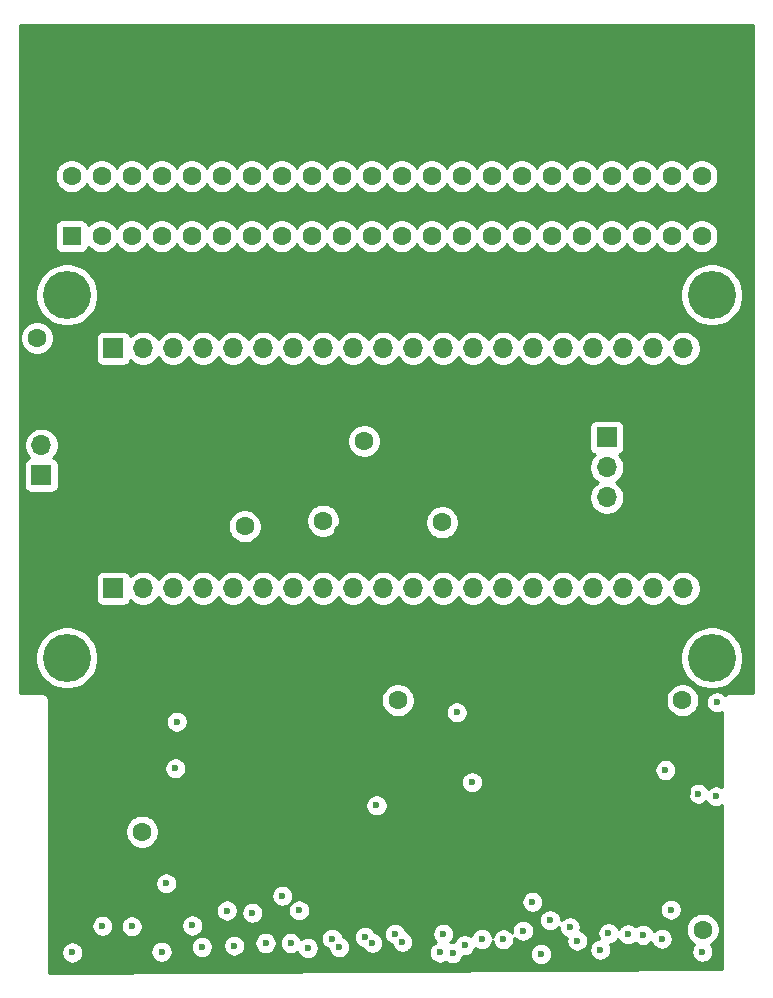
<source format=gbr>
%TF.GenerationSoftware,KiCad,Pcbnew,(5.1.9)-1*%
%TF.CreationDate,2024-11-26T15:48:13-08:00*%
%TF.ProjectId,RADA3K,52414441-334b-42e6-9b69-6361645f7063,rev?*%
%TF.SameCoordinates,Original*%
%TF.FileFunction,Copper,L2,Inr*%
%TF.FilePolarity,Positive*%
%FSLAX46Y46*%
G04 Gerber Fmt 4.6, Leading zero omitted, Abs format (unit mm)*
G04 Created by KiCad (PCBNEW (5.1.9)-1) date 2024-11-26 15:48:13*
%MOMM*%
%LPD*%
G01*
G04 APERTURE LIST*
%TA.AperFunction,ComponentPad*%
%ADD10C,4.064000*%
%TD*%
%TA.AperFunction,ComponentPad*%
%ADD11R,1.700000X1.700000*%
%TD*%
%TA.AperFunction,ComponentPad*%
%ADD12O,1.700000X1.700000*%
%TD*%
%TA.AperFunction,ComponentPad*%
%ADD13C,1.600000*%
%TD*%
%TA.AperFunction,ComponentPad*%
%ADD14R,1.600000X1.600000*%
%TD*%
%TA.AperFunction,ViaPad*%
%ADD15C,1.600000*%
%TD*%
%TA.AperFunction,ViaPad*%
%ADD16C,0.600000*%
%TD*%
%TA.AperFunction,Conductor*%
%ADD17C,0.254000*%
%TD*%
%TA.AperFunction,Conductor*%
%ADD18C,0.100000*%
%TD*%
G04 APERTURE END LIST*
D10*
%TO.N,GND*%
%TO.C,GND*%
X59944000Y-136652000D03*
%TD*%
%TO.N,GND*%
%TO.C,GND*%
X59944000Y-105918000D03*
%TD*%
%TO.N,GND*%
%TO.C,GND*%
X114554000Y-136652000D03*
%TD*%
D11*
%TO.N,+5V*%
%TO.C,J4*%
X57797700Y-121183400D03*
D12*
%TO.N,/FPGA_PWR*%
X57797700Y-118643400D03*
%TD*%
D11*
%TO.N,/_CHAREN*%
%TO.C,J1*%
X105664000Y-117983000D03*
D12*
%TO.N,/_HIRAM*%
X105664000Y-120523000D03*
%TO.N,/_LORAM*%
X105664000Y-123063000D03*
%TD*%
%TO.N,/FPGA__CHAREN*%
%TO.C,J3*%
X112141000Y-110439200D03*
%TO.N,/FPGA__HIRAM*%
X109601000Y-110439200D03*
%TO.N,/FPGA__LORAM*%
X107061000Y-110439200D03*
%TO.N,/FPGA_D0*%
X104521000Y-110439200D03*
%TO.N,Net-(J3-Pad16)*%
X101981000Y-110439200D03*
%TO.N,GND*%
X99441000Y-110439200D03*
%TO.N,/FPGA_A0*%
X96901000Y-110439200D03*
%TO.N,/FPGA_D1*%
X94361000Y-110439200D03*
%TO.N,/FPGA_A1*%
X91821000Y-110439200D03*
%TO.N,/FPGA_A2*%
X89281000Y-110439200D03*
%TO.N,/FPGA_A3*%
X86741000Y-110439200D03*
%TO.N,/FPGA_A4*%
X84201000Y-110439200D03*
%TO.N,/FPGA_A5*%
X81661000Y-110439200D03*
%TO.N,/FPGA_A6*%
X79121000Y-110439200D03*
%TO.N,/FPGA_A7*%
X76581000Y-110439200D03*
%TO.N,/CLK0*%
X74041000Y-110439200D03*
%TO.N,/SDA*%
X71501000Y-110439200D03*
%TO.N,/SCL*%
X68961000Y-110439200D03*
%TO.N,GND*%
X66421000Y-110439200D03*
D11*
%TO.N,/FPGA_PWR*%
X63881000Y-110439200D03*
%TD*%
D12*
%TO.N,GND*%
%TO.C,J2*%
X112141000Y-130759200D03*
%TO.N,Net-(J2-Pad19)*%
X109601000Y-130759200D03*
%TO.N,/FPGA_D2*%
X107061000Y-130759200D03*
%TO.N,/FPGA_D3*%
X104521000Y-130759200D03*
%TO.N,/FPGA_D4*%
X101981000Y-130759200D03*
%TO.N,/FPGA_D5*%
X99441000Y-130759200D03*
%TO.N,/FPGA_D6*%
X96901000Y-130759200D03*
%TO.N,/FPGA_D7*%
X94361000Y-130759200D03*
%TO.N,/FPGA_A8*%
X91821000Y-130759200D03*
%TO.N,/FPGA_A9*%
X89281000Y-130759200D03*
%TO.N,/FPGA_BA*%
X86741000Y-130759200D03*
%TO.N,/FPGA_A10*%
X84201000Y-130759200D03*
%TO.N,/FPGA_A11*%
X81661000Y-130759200D03*
%TO.N,/FPGA_A12*%
X79121000Y-130759200D03*
%TO.N,/FPGA_A13*%
X76581000Y-130759200D03*
%TO.N,/FPGA_A14*%
X74041000Y-130759200D03*
%TO.N,/FPGA_A15*%
X71501000Y-130759200D03*
%TO.N,/FPGA_PHI2*%
X68961000Y-130759200D03*
%TO.N,/FPGA_R__W*%
X66421000Y-130759200D03*
D11*
%TO.N,/FPGA__RST*%
X63881000Y-130759200D03*
%TD*%
D13*
%TO.N,GND*%
%TO.C,J5*%
X113690400Y-95872300D03*
%TO.N,/A0*%
X111150400Y-95872300D03*
%TO.N,/A1*%
X108610400Y-95872300D03*
%TO.N,/A2*%
X106070400Y-95872300D03*
%TO.N,/A3*%
X103530400Y-95872300D03*
%TO.N,/A4*%
X100990400Y-95872300D03*
%TO.N,/A5*%
X98450400Y-95872300D03*
%TO.N,/A6*%
X95910400Y-95872300D03*
%TO.N,/A7*%
X93370400Y-95872300D03*
%TO.N,/A8*%
X90830400Y-95872300D03*
%TO.N,/A9*%
X88290400Y-95872300D03*
%TO.N,/A10*%
X85750400Y-95872300D03*
%TO.N,/A11*%
X83210400Y-95872300D03*
%TO.N,/A12*%
X80670400Y-95872300D03*
%TO.N,/A13*%
X78130400Y-95872300D03*
%TO.N,/A14*%
X75590400Y-95872300D03*
%TO.N,/A15*%
X73050400Y-95872300D03*
%TO.N,/PHI2*%
X70510400Y-95872300D03*
%TO.N,/_NMI*%
X67970400Y-95872300D03*
%TO.N,/_RST*%
X65430400Y-95872300D03*
%TO.N,/_ROMH*%
X62890400Y-95872300D03*
%TO.N,GND*%
X60350400Y-95872300D03*
X113690400Y-100952300D03*
%TO.N,/D0*%
X111150400Y-100952300D03*
%TO.N,/D1*%
X108610400Y-100952300D03*
%TO.N,/D2*%
X106070400Y-100952300D03*
%TO.N,/D3*%
X103530400Y-100952300D03*
%TO.N,/D4*%
X100990400Y-100952300D03*
%TO.N,/D5*%
X98450400Y-100952300D03*
%TO.N,/D6*%
X95910400Y-100952300D03*
%TO.N,/D7*%
X93370400Y-100952300D03*
%TO.N,/_DMA*%
X90830400Y-100952300D03*
%TO.N,/BA*%
X88290400Y-100952300D03*
%TO.N,/_ROML*%
X85750400Y-100952300D03*
%TO.N,/_IO2*%
X83210400Y-100952300D03*
%TO.N,/_EXROM*%
X80670400Y-100952300D03*
%TO.N,/_GAME*%
X78130400Y-100952300D03*
%TO.N,/_IO1*%
X75590400Y-100952300D03*
%TO.N,/DOT_CLK*%
X73050400Y-100952300D03*
%TO.N,/R__W*%
X70510400Y-100952300D03*
%TO.N,/_IRQ*%
X67970400Y-100952300D03*
%TO.N,+5V*%
X65430400Y-100952300D03*
D14*
%TO.N,GND*%
X60350400Y-100952300D03*
D13*
%TO.N,+5V*%
X62890400Y-100952300D03*
%TD*%
D10*
%TO.N,GND*%
%TO.C,GND*%
X114554000Y-105918000D03*
%TD*%
D15*
%TO.N,GND*%
X113779300Y-159651700D03*
D16*
X60413900Y-161594800D03*
X110636400Y-146152300D03*
X69146400Y-146012300D03*
X94259400Y-147180300D03*
X92956400Y-141262300D03*
X86169500Y-149136100D03*
X69256400Y-142052300D03*
D15*
X66306700Y-151358600D03*
X87972900Y-140246100D03*
X112077500Y-140246100D03*
D16*
X113753900Y-161531300D03*
D15*
X57416700Y-109562900D03*
X75006200Y-125514100D03*
X85128100Y-118300500D03*
X81648300Y-125031500D03*
X91732100Y-125183900D03*
%TO.N,+3V3*%
X112064800Y-147916900D03*
X66332100Y-142709900D03*
X87972900Y-147916900D03*
X68694300Y-114998500D03*
X83324700Y-126085600D03*
X71564500Y-114846100D03*
X80479900Y-115417600D03*
D16*
%TO.N,/A8*%
X91528900Y-161594800D03*
%TO.N,/A0*%
X110326400Y-160442300D03*
%TO.N,/A9*%
X88366400Y-160692300D03*
%TO.N,/A1*%
X107466400Y-160052300D03*
%TO.N,/A10*%
X85816400Y-160772300D03*
%TO.N,/A2*%
X105106400Y-161362300D03*
%TO.N,/A3*%
X102536400Y-159452300D03*
%TO.N,/A15*%
X74126400Y-161012300D03*
%TO.N,/A7*%
X92608400Y-161658300D03*
%TO.N,/A14*%
X76776400Y-160792300D03*
%TO.N,/A6*%
X95084900Y-160451800D03*
%TO.N,/A13*%
X78906400Y-160802300D03*
%TO.N,/A5*%
X98577400Y-159753300D03*
%TO.N,/A12*%
X80352900Y-161213800D03*
%TO.N,/A4*%
X100101400Y-161721800D03*
%TO.N,/A11*%
X83019900Y-161150300D03*
%TO.N,/D0*%
X111086900Y-157962600D03*
%TO.N,/D1*%
X108736400Y-160107900D03*
%TO.N,/D2*%
X105811320Y-159961580D03*
%TO.N,/D3*%
X103168310Y-160597710D03*
%TO.N,/D4*%
X100861400Y-158857950D03*
%TO.N,/D5*%
X99375400Y-157304300D03*
%TO.N,/D6*%
X96918349Y-160487349D03*
%TO.N,/D7*%
X93638149Y-160973549D03*
%TO.N,/_ROMH*%
X62956400Y-159332300D03*
%TO.N,/R__W*%
X70573900Y-159308800D03*
%TO.N,/_IRQ*%
X68359850Y-155748850D03*
%TO.N,/_RST*%
X65436400Y-159382300D03*
%TO.N,/PHI2*%
X71386400Y-161132300D03*
%TO.N,/_NMI*%
X67970400Y-161531300D03*
%TO.N,/DOT_CLK*%
X73501399Y-158044471D03*
%TO.N,/_IO1*%
X75653900Y-158232900D03*
%TO.N,/_GAME*%
X78193900Y-156794200D03*
%TO.N,/_EXROM*%
X79616400Y-158026000D03*
%TO.N,/_IO2*%
X82394899Y-160416401D03*
%TO.N,/_ROML*%
X85184764Y-160281342D03*
%TO.N,/BA*%
X87741399Y-160010201D03*
%TO.N,/_DMA*%
X91824850Y-160023850D03*
%TO.N,/_HIRAM*%
X114998500Y-140411200D03*
%TO.N,/_LORAM*%
X114914000Y-148383000D03*
%TO.N,/_CHAREN*%
X113423700Y-148145500D03*
%TD*%
D17*
%TO.N,+3V3*%
X118060400Y-139612810D02*
X116193876Y-139612310D01*
X116158900Y-139608865D01*
X116088176Y-139615831D01*
X116019904Y-139622536D01*
X116019813Y-139622564D01*
X116019717Y-139622573D01*
X115952784Y-139642877D01*
X115886057Y-139663099D01*
X115885972Y-139663144D01*
X115885881Y-139663172D01*
X115824288Y-139696094D01*
X115762697Y-139728994D01*
X115762623Y-139729054D01*
X115762538Y-139729100D01*
X115708319Y-139773596D01*
X115694512Y-139784922D01*
X115594528Y-139684938D01*
X115441389Y-139582614D01*
X115271229Y-139512132D01*
X115090589Y-139476200D01*
X114906411Y-139476200D01*
X114725771Y-139512132D01*
X114555611Y-139582614D01*
X114402472Y-139684938D01*
X114272238Y-139815172D01*
X114169914Y-139968311D01*
X114099432Y-140138471D01*
X114063500Y-140319111D01*
X114063500Y-140503289D01*
X114099432Y-140683929D01*
X114169914Y-140854089D01*
X114272238Y-141007228D01*
X114402472Y-141137462D01*
X114555611Y-141239786D01*
X114725771Y-141310268D01*
X114906411Y-141346200D01*
X115090589Y-141346200D01*
X115271229Y-141310268D01*
X115441389Y-141239786D01*
X115448901Y-141234767D01*
X115448900Y-142643176D01*
X115448901Y-142643186D01*
X115448901Y-147615894D01*
X115356889Y-147554414D01*
X115186729Y-147483932D01*
X115006089Y-147448000D01*
X114821911Y-147448000D01*
X114641271Y-147483932D01*
X114471111Y-147554414D01*
X114317972Y-147656738D01*
X114258089Y-147716621D01*
X114252286Y-147702611D01*
X114149962Y-147549472D01*
X114019728Y-147419238D01*
X113866589Y-147316914D01*
X113696429Y-147246432D01*
X113515789Y-147210500D01*
X113331611Y-147210500D01*
X113150971Y-147246432D01*
X112980811Y-147316914D01*
X112827672Y-147419238D01*
X112697438Y-147549472D01*
X112595114Y-147702611D01*
X112524632Y-147872771D01*
X112488700Y-148053411D01*
X112488700Y-148237589D01*
X112524632Y-148418229D01*
X112595114Y-148588389D01*
X112697438Y-148741528D01*
X112827672Y-148871762D01*
X112980811Y-148974086D01*
X113150971Y-149044568D01*
X113331611Y-149080500D01*
X113515789Y-149080500D01*
X113696429Y-149044568D01*
X113866589Y-148974086D01*
X114019728Y-148871762D01*
X114079611Y-148811879D01*
X114085414Y-148825889D01*
X114187738Y-148979028D01*
X114317972Y-149109262D01*
X114471111Y-149211586D01*
X114641271Y-149282068D01*
X114821911Y-149318000D01*
X115006089Y-149318000D01*
X115186729Y-149282068D01*
X115356889Y-149211586D01*
X115448901Y-149150106D01*
X115448900Y-162988501D01*
X58464900Y-163309943D01*
X58464900Y-161502711D01*
X59478900Y-161502711D01*
X59478900Y-161686889D01*
X59514832Y-161867529D01*
X59585314Y-162037689D01*
X59687638Y-162190828D01*
X59817872Y-162321062D01*
X59971011Y-162423386D01*
X60141171Y-162493868D01*
X60321811Y-162529800D01*
X60505989Y-162529800D01*
X60686629Y-162493868D01*
X60856789Y-162423386D01*
X61009928Y-162321062D01*
X61140162Y-162190828D01*
X61242486Y-162037689D01*
X61312968Y-161867529D01*
X61348900Y-161686889D01*
X61348900Y-161502711D01*
X61336269Y-161439211D01*
X67035400Y-161439211D01*
X67035400Y-161623389D01*
X67071332Y-161804029D01*
X67141814Y-161974189D01*
X67244138Y-162127328D01*
X67374372Y-162257562D01*
X67527511Y-162359886D01*
X67697671Y-162430368D01*
X67878311Y-162466300D01*
X68062489Y-162466300D01*
X68243129Y-162430368D01*
X68413289Y-162359886D01*
X68566428Y-162257562D01*
X68696662Y-162127328D01*
X68798986Y-161974189D01*
X68869468Y-161804029D01*
X68905400Y-161623389D01*
X68905400Y-161439211D01*
X68869468Y-161258571D01*
X68798986Y-161088411D01*
X68766780Y-161040211D01*
X70451400Y-161040211D01*
X70451400Y-161224389D01*
X70487332Y-161405029D01*
X70557814Y-161575189D01*
X70660138Y-161728328D01*
X70790372Y-161858562D01*
X70943511Y-161960886D01*
X71113671Y-162031368D01*
X71294311Y-162067300D01*
X71478489Y-162067300D01*
X71659129Y-162031368D01*
X71829289Y-161960886D01*
X71982428Y-161858562D01*
X72112662Y-161728328D01*
X72214986Y-161575189D01*
X72285468Y-161405029D01*
X72321400Y-161224389D01*
X72321400Y-161040211D01*
X72297531Y-160920211D01*
X73191400Y-160920211D01*
X73191400Y-161104389D01*
X73227332Y-161285029D01*
X73297814Y-161455189D01*
X73400138Y-161608328D01*
X73530372Y-161738562D01*
X73683511Y-161840886D01*
X73853671Y-161911368D01*
X74034311Y-161947300D01*
X74218489Y-161947300D01*
X74399129Y-161911368D01*
X74569289Y-161840886D01*
X74722428Y-161738562D01*
X74852662Y-161608328D01*
X74954986Y-161455189D01*
X75025468Y-161285029D01*
X75061400Y-161104389D01*
X75061400Y-160920211D01*
X75025468Y-160739571D01*
X75009165Y-160700211D01*
X75841400Y-160700211D01*
X75841400Y-160884389D01*
X75877332Y-161065029D01*
X75947814Y-161235189D01*
X76050138Y-161388328D01*
X76180372Y-161518562D01*
X76333511Y-161620886D01*
X76503671Y-161691368D01*
X76684311Y-161727300D01*
X76868489Y-161727300D01*
X77049129Y-161691368D01*
X77219289Y-161620886D01*
X77372428Y-161518562D01*
X77502662Y-161388328D01*
X77604986Y-161235189D01*
X77675468Y-161065029D01*
X77711400Y-160884389D01*
X77711400Y-160710211D01*
X77971400Y-160710211D01*
X77971400Y-160894389D01*
X78007332Y-161075029D01*
X78077814Y-161245189D01*
X78180138Y-161398328D01*
X78310372Y-161528562D01*
X78463511Y-161630886D01*
X78633671Y-161701368D01*
X78814311Y-161737300D01*
X78998489Y-161737300D01*
X79179129Y-161701368D01*
X79349289Y-161630886D01*
X79478003Y-161544882D01*
X79524314Y-161656689D01*
X79626638Y-161809828D01*
X79756872Y-161940062D01*
X79910011Y-162042386D01*
X80080171Y-162112868D01*
X80260811Y-162148800D01*
X80444989Y-162148800D01*
X80625629Y-162112868D01*
X80795789Y-162042386D01*
X80948928Y-161940062D01*
X81079162Y-161809828D01*
X81181486Y-161656689D01*
X81251968Y-161486529D01*
X81287900Y-161305889D01*
X81287900Y-161121711D01*
X81251968Y-160941071D01*
X81181486Y-160770911D01*
X81079162Y-160617772D01*
X80948928Y-160487538D01*
X80795789Y-160385214D01*
X80648758Y-160324312D01*
X81459899Y-160324312D01*
X81459899Y-160508490D01*
X81495831Y-160689130D01*
X81566313Y-160859290D01*
X81668637Y-161012429D01*
X81798871Y-161142663D01*
X81952010Y-161244987D01*
X82097395Y-161305207D01*
X82120832Y-161423029D01*
X82191314Y-161593189D01*
X82293638Y-161746328D01*
X82423872Y-161876562D01*
X82577011Y-161978886D01*
X82747171Y-162049368D01*
X82927811Y-162085300D01*
X83111989Y-162085300D01*
X83292629Y-162049368D01*
X83462789Y-161978886D01*
X83615928Y-161876562D01*
X83746162Y-161746328D01*
X83848486Y-161593189D01*
X83918968Y-161423029D01*
X83954900Y-161242389D01*
X83954900Y-161058211D01*
X83918968Y-160877571D01*
X83848486Y-160707411D01*
X83746162Y-160554272D01*
X83615928Y-160424038D01*
X83462789Y-160321714D01*
X83317404Y-160261494D01*
X83303034Y-160189253D01*
X84249764Y-160189253D01*
X84249764Y-160373431D01*
X84285696Y-160554071D01*
X84356178Y-160724231D01*
X84458502Y-160877370D01*
X84588736Y-161007604D01*
X84741875Y-161109928D01*
X84912035Y-161180410D01*
X84978919Y-161193714D01*
X84987814Y-161215189D01*
X85090138Y-161368328D01*
X85220372Y-161498562D01*
X85373511Y-161600886D01*
X85543671Y-161671368D01*
X85724311Y-161707300D01*
X85908489Y-161707300D01*
X86089129Y-161671368D01*
X86259289Y-161600886D01*
X86412428Y-161498562D01*
X86542662Y-161368328D01*
X86644986Y-161215189D01*
X86715468Y-161045029D01*
X86751400Y-160864389D01*
X86751400Y-160680211D01*
X86715468Y-160499571D01*
X86644986Y-160329411D01*
X86542662Y-160176272D01*
X86412428Y-160046038D01*
X86259289Y-159943714D01*
X86197480Y-159918112D01*
X86806399Y-159918112D01*
X86806399Y-160102290D01*
X86842331Y-160282930D01*
X86912813Y-160453090D01*
X87015137Y-160606229D01*
X87145371Y-160736463D01*
X87298510Y-160838787D01*
X87455124Y-160903658D01*
X87467332Y-160965029D01*
X87537814Y-161135189D01*
X87640138Y-161288328D01*
X87770372Y-161418562D01*
X87923511Y-161520886D01*
X88093671Y-161591368D01*
X88274311Y-161627300D01*
X88458489Y-161627300D01*
X88639129Y-161591368D01*
X88809289Y-161520886D01*
X88836489Y-161502711D01*
X90593900Y-161502711D01*
X90593900Y-161686889D01*
X90629832Y-161867529D01*
X90700314Y-162037689D01*
X90802638Y-162190828D01*
X90932872Y-162321062D01*
X91086011Y-162423386D01*
X91256171Y-162493868D01*
X91436811Y-162529800D01*
X91620989Y-162529800D01*
X91801629Y-162493868D01*
X91971789Y-162423386D01*
X92021133Y-162390416D01*
X92165511Y-162486886D01*
X92335671Y-162557368D01*
X92516311Y-162593300D01*
X92700489Y-162593300D01*
X92881129Y-162557368D01*
X93051289Y-162486886D01*
X93204428Y-162384562D01*
X93334662Y-162254328D01*
X93436986Y-162101189D01*
X93507468Y-161931029D01*
X93513238Y-161902020D01*
X93546060Y-161908549D01*
X93730238Y-161908549D01*
X93910878Y-161872617D01*
X94081038Y-161802135D01*
X94234177Y-161699811D01*
X94304277Y-161629711D01*
X99166400Y-161629711D01*
X99166400Y-161813889D01*
X99202332Y-161994529D01*
X99272814Y-162164689D01*
X99375138Y-162317828D01*
X99505372Y-162448062D01*
X99658511Y-162550386D01*
X99828671Y-162620868D01*
X100009311Y-162656800D01*
X100193489Y-162656800D01*
X100374129Y-162620868D01*
X100544289Y-162550386D01*
X100697428Y-162448062D01*
X100827662Y-162317828D01*
X100929986Y-162164689D01*
X101000468Y-161994529D01*
X101036400Y-161813889D01*
X101036400Y-161629711D01*
X101000468Y-161449071D01*
X100929986Y-161278911D01*
X100827662Y-161125772D01*
X100697428Y-160995538D01*
X100544289Y-160893214D01*
X100374129Y-160822732D01*
X100193489Y-160786800D01*
X100009311Y-160786800D01*
X99828671Y-160822732D01*
X99658511Y-160893214D01*
X99505372Y-160995538D01*
X99375138Y-161125772D01*
X99272814Y-161278911D01*
X99202332Y-161449071D01*
X99166400Y-161629711D01*
X94304277Y-161629711D01*
X94364411Y-161569577D01*
X94466735Y-161416438D01*
X94537217Y-161246278D01*
X94543523Y-161214578D01*
X94642011Y-161280386D01*
X94812171Y-161350868D01*
X94992811Y-161386800D01*
X95176989Y-161386800D01*
X95357629Y-161350868D01*
X95527789Y-161280386D01*
X95680928Y-161178062D01*
X95811162Y-161047828D01*
X95913486Y-160894689D01*
X95983968Y-160724529D01*
X95998089Y-160653539D01*
X96019281Y-160760078D01*
X96089763Y-160930238D01*
X96192087Y-161083377D01*
X96322321Y-161213611D01*
X96475460Y-161315935D01*
X96645620Y-161386417D01*
X96826260Y-161422349D01*
X97010438Y-161422349D01*
X97191078Y-161386417D01*
X97361238Y-161315935D01*
X97514377Y-161213611D01*
X97644611Y-161083377D01*
X97746935Y-160930238D01*
X97817417Y-160760078D01*
X97853349Y-160579438D01*
X97853349Y-160395260D01*
X97841277Y-160334570D01*
X97851138Y-160349328D01*
X97981372Y-160479562D01*
X98134511Y-160581886D01*
X98304671Y-160652368D01*
X98485311Y-160688300D01*
X98669489Y-160688300D01*
X98850129Y-160652368D01*
X99020289Y-160581886D01*
X99173428Y-160479562D01*
X99303662Y-160349328D01*
X99405986Y-160196189D01*
X99476468Y-160026029D01*
X99512400Y-159845389D01*
X99512400Y-159661211D01*
X99476468Y-159480571D01*
X99405986Y-159310411D01*
X99303662Y-159157272D01*
X99173428Y-159027038D01*
X99020289Y-158924714D01*
X98850129Y-158854232D01*
X98669489Y-158818300D01*
X98485311Y-158818300D01*
X98304671Y-158854232D01*
X98134511Y-158924714D01*
X97981372Y-159027038D01*
X97851138Y-159157272D01*
X97748814Y-159310411D01*
X97678332Y-159480571D01*
X97642400Y-159661211D01*
X97642400Y-159845389D01*
X97654472Y-159906079D01*
X97644611Y-159891321D01*
X97514377Y-159761087D01*
X97361238Y-159658763D01*
X97191078Y-159588281D01*
X97010438Y-159552349D01*
X96826260Y-159552349D01*
X96645620Y-159588281D01*
X96475460Y-159658763D01*
X96322321Y-159761087D01*
X96192087Y-159891321D01*
X96089763Y-160044460D01*
X96019281Y-160214620D01*
X96005160Y-160285610D01*
X95983968Y-160179071D01*
X95913486Y-160008911D01*
X95811162Y-159855772D01*
X95680928Y-159725538D01*
X95527789Y-159623214D01*
X95357629Y-159552732D01*
X95176989Y-159516800D01*
X94992811Y-159516800D01*
X94812171Y-159552732D01*
X94642011Y-159623214D01*
X94488872Y-159725538D01*
X94358638Y-159855772D01*
X94256314Y-160008911D01*
X94185832Y-160179071D01*
X94179526Y-160210771D01*
X94081038Y-160144963D01*
X93910878Y-160074481D01*
X93730238Y-160038549D01*
X93546060Y-160038549D01*
X93365420Y-160074481D01*
X93195260Y-160144963D01*
X93042121Y-160247287D01*
X92911887Y-160377521D01*
X92809563Y-160530660D01*
X92739081Y-160700820D01*
X92733311Y-160729829D01*
X92700489Y-160723300D01*
X92516311Y-160723300D01*
X92430651Y-160740339D01*
X92551112Y-160619878D01*
X92653436Y-160466739D01*
X92723918Y-160296579D01*
X92759850Y-160115939D01*
X92759850Y-159931761D01*
X92723918Y-159751121D01*
X92653436Y-159580961D01*
X92551112Y-159427822D01*
X92420878Y-159297588D01*
X92267739Y-159195264D01*
X92097579Y-159124782D01*
X91916939Y-159088850D01*
X91732761Y-159088850D01*
X91552121Y-159124782D01*
X91381961Y-159195264D01*
X91228822Y-159297588D01*
X91098588Y-159427822D01*
X90996264Y-159580961D01*
X90925782Y-159751121D01*
X90889850Y-159931761D01*
X90889850Y-160115939D01*
X90925782Y-160296579D01*
X90996264Y-160466739D01*
X91098588Y-160619878D01*
X91198380Y-160719670D01*
X91086011Y-160766214D01*
X90932872Y-160868538D01*
X90802638Y-160998772D01*
X90700314Y-161151911D01*
X90629832Y-161322071D01*
X90593900Y-161502711D01*
X88836489Y-161502711D01*
X88962428Y-161418562D01*
X89092662Y-161288328D01*
X89194986Y-161135189D01*
X89265468Y-160965029D01*
X89301400Y-160784389D01*
X89301400Y-160600211D01*
X89265468Y-160419571D01*
X89194986Y-160249411D01*
X89092662Y-160096272D01*
X88962428Y-159966038D01*
X88809289Y-159863714D01*
X88652675Y-159798843D01*
X88640467Y-159737472D01*
X88569985Y-159567312D01*
X88467661Y-159414173D01*
X88337427Y-159283939D01*
X88184288Y-159181615D01*
X88014128Y-159111133D01*
X87833488Y-159075201D01*
X87649310Y-159075201D01*
X87468670Y-159111133D01*
X87298510Y-159181615D01*
X87145371Y-159283939D01*
X87015137Y-159414173D01*
X86912813Y-159567312D01*
X86842331Y-159737472D01*
X86806399Y-159918112D01*
X86197480Y-159918112D01*
X86089129Y-159873232D01*
X86022245Y-159859928D01*
X86013350Y-159838453D01*
X85911026Y-159685314D01*
X85780792Y-159555080D01*
X85627653Y-159452756D01*
X85457493Y-159382274D01*
X85276853Y-159346342D01*
X85092675Y-159346342D01*
X84912035Y-159382274D01*
X84741875Y-159452756D01*
X84588736Y-159555080D01*
X84458502Y-159685314D01*
X84356178Y-159838453D01*
X84285696Y-160008613D01*
X84249764Y-160189253D01*
X83303034Y-160189253D01*
X83293967Y-160143672D01*
X83223485Y-159973512D01*
X83121161Y-159820373D01*
X82990927Y-159690139D01*
X82837788Y-159587815D01*
X82667628Y-159517333D01*
X82486988Y-159481401D01*
X82302810Y-159481401D01*
X82122170Y-159517333D01*
X81952010Y-159587815D01*
X81798871Y-159690139D01*
X81668637Y-159820373D01*
X81566313Y-159973512D01*
X81495831Y-160143672D01*
X81459899Y-160324312D01*
X80648758Y-160324312D01*
X80625629Y-160314732D01*
X80444989Y-160278800D01*
X80260811Y-160278800D01*
X80080171Y-160314732D01*
X79910011Y-160385214D01*
X79781297Y-160471218D01*
X79734986Y-160359411D01*
X79632662Y-160206272D01*
X79502428Y-160076038D01*
X79349289Y-159973714D01*
X79179129Y-159903232D01*
X78998489Y-159867300D01*
X78814311Y-159867300D01*
X78633671Y-159903232D01*
X78463511Y-159973714D01*
X78310372Y-160076038D01*
X78180138Y-160206272D01*
X78077814Y-160359411D01*
X78007332Y-160529571D01*
X77971400Y-160710211D01*
X77711400Y-160710211D01*
X77711400Y-160700211D01*
X77675468Y-160519571D01*
X77604986Y-160349411D01*
X77502662Y-160196272D01*
X77372428Y-160066038D01*
X77219289Y-159963714D01*
X77049129Y-159893232D01*
X76868489Y-159857300D01*
X76684311Y-159857300D01*
X76503671Y-159893232D01*
X76333511Y-159963714D01*
X76180372Y-160066038D01*
X76050138Y-160196272D01*
X75947814Y-160349411D01*
X75877332Y-160519571D01*
X75841400Y-160700211D01*
X75009165Y-160700211D01*
X74954986Y-160569411D01*
X74852662Y-160416272D01*
X74722428Y-160286038D01*
X74569289Y-160183714D01*
X74399129Y-160113232D01*
X74218489Y-160077300D01*
X74034311Y-160077300D01*
X73853671Y-160113232D01*
X73683511Y-160183714D01*
X73530372Y-160286038D01*
X73400138Y-160416272D01*
X73297814Y-160569411D01*
X73227332Y-160739571D01*
X73191400Y-160920211D01*
X72297531Y-160920211D01*
X72285468Y-160859571D01*
X72214986Y-160689411D01*
X72112662Y-160536272D01*
X71982428Y-160406038D01*
X71829289Y-160303714D01*
X71659129Y-160233232D01*
X71478489Y-160197300D01*
X71294311Y-160197300D01*
X71113671Y-160233232D01*
X70943511Y-160303714D01*
X70790372Y-160406038D01*
X70660138Y-160536272D01*
X70557814Y-160689411D01*
X70487332Y-160859571D01*
X70451400Y-161040211D01*
X68766780Y-161040211D01*
X68696662Y-160935272D01*
X68566428Y-160805038D01*
X68413289Y-160702714D01*
X68243129Y-160632232D01*
X68062489Y-160596300D01*
X67878311Y-160596300D01*
X67697671Y-160632232D01*
X67527511Y-160702714D01*
X67374372Y-160805038D01*
X67244138Y-160935272D01*
X67141814Y-161088411D01*
X67071332Y-161258571D01*
X67035400Y-161439211D01*
X61336269Y-161439211D01*
X61312968Y-161322071D01*
X61242486Y-161151911D01*
X61140162Y-160998772D01*
X61009928Y-160868538D01*
X60856789Y-160766214D01*
X60686629Y-160695732D01*
X60505989Y-160659800D01*
X60321811Y-160659800D01*
X60141171Y-160695732D01*
X59971011Y-160766214D01*
X59817872Y-160868538D01*
X59687638Y-160998772D01*
X59585314Y-161151911D01*
X59514832Y-161322071D01*
X59478900Y-161502711D01*
X58464900Y-161502711D01*
X58464900Y-159240211D01*
X62021400Y-159240211D01*
X62021400Y-159424389D01*
X62057332Y-159605029D01*
X62127814Y-159775189D01*
X62230138Y-159928328D01*
X62360372Y-160058562D01*
X62513511Y-160160886D01*
X62683671Y-160231368D01*
X62864311Y-160267300D01*
X63048489Y-160267300D01*
X63229129Y-160231368D01*
X63399289Y-160160886D01*
X63552428Y-160058562D01*
X63682662Y-159928328D01*
X63784986Y-159775189D01*
X63855468Y-159605029D01*
X63891400Y-159424389D01*
X63891400Y-159290211D01*
X64501400Y-159290211D01*
X64501400Y-159474389D01*
X64537332Y-159655029D01*
X64607814Y-159825189D01*
X64710138Y-159978328D01*
X64840372Y-160108562D01*
X64993511Y-160210886D01*
X65163671Y-160281368D01*
X65344311Y-160317300D01*
X65528489Y-160317300D01*
X65709129Y-160281368D01*
X65879289Y-160210886D01*
X66032428Y-160108562D01*
X66162662Y-159978328D01*
X66264986Y-159825189D01*
X66335468Y-159655029D01*
X66371400Y-159474389D01*
X66371400Y-159290211D01*
X66356780Y-159216711D01*
X69638900Y-159216711D01*
X69638900Y-159400889D01*
X69674832Y-159581529D01*
X69745314Y-159751689D01*
X69847638Y-159904828D01*
X69977872Y-160035062D01*
X70131011Y-160137386D01*
X70301171Y-160207868D01*
X70481811Y-160243800D01*
X70665989Y-160243800D01*
X70846629Y-160207868D01*
X71016789Y-160137386D01*
X71169928Y-160035062D01*
X71300162Y-159904828D01*
X71402486Y-159751689D01*
X71472968Y-159581529D01*
X71508900Y-159400889D01*
X71508900Y-159216711D01*
X71472968Y-159036071D01*
X71402486Y-158865911D01*
X71300162Y-158712772D01*
X71169928Y-158582538D01*
X71016789Y-158480214D01*
X70846629Y-158409732D01*
X70665989Y-158373800D01*
X70481811Y-158373800D01*
X70301171Y-158409732D01*
X70131011Y-158480214D01*
X69977872Y-158582538D01*
X69847638Y-158712772D01*
X69745314Y-158865911D01*
X69674832Y-159036071D01*
X69638900Y-159216711D01*
X66356780Y-159216711D01*
X66335468Y-159109571D01*
X66264986Y-158939411D01*
X66162662Y-158786272D01*
X66032428Y-158656038D01*
X65879289Y-158553714D01*
X65709129Y-158483232D01*
X65528489Y-158447300D01*
X65344311Y-158447300D01*
X65163671Y-158483232D01*
X64993511Y-158553714D01*
X64840372Y-158656038D01*
X64710138Y-158786272D01*
X64607814Y-158939411D01*
X64537332Y-159109571D01*
X64501400Y-159290211D01*
X63891400Y-159290211D01*
X63891400Y-159240211D01*
X63855468Y-159059571D01*
X63784986Y-158889411D01*
X63682662Y-158736272D01*
X63552428Y-158606038D01*
X63399289Y-158503714D01*
X63229129Y-158433232D01*
X63048489Y-158397300D01*
X62864311Y-158397300D01*
X62683671Y-158433232D01*
X62513511Y-158503714D01*
X62360372Y-158606038D01*
X62230138Y-158736272D01*
X62127814Y-158889411D01*
X62057332Y-159059571D01*
X62021400Y-159240211D01*
X58464900Y-159240211D01*
X58464900Y-157952382D01*
X72566399Y-157952382D01*
X72566399Y-158136560D01*
X72602331Y-158317200D01*
X72672813Y-158487360D01*
X72775137Y-158640499D01*
X72905371Y-158770733D01*
X73058510Y-158873057D01*
X73228670Y-158943539D01*
X73409310Y-158979471D01*
X73593488Y-158979471D01*
X73774128Y-158943539D01*
X73944288Y-158873057D01*
X74097427Y-158770733D01*
X74227661Y-158640499D01*
X74329985Y-158487360D01*
X74400467Y-158317200D01*
X74435553Y-158140811D01*
X74718900Y-158140811D01*
X74718900Y-158324989D01*
X74754832Y-158505629D01*
X74825314Y-158675789D01*
X74927638Y-158828928D01*
X75057872Y-158959162D01*
X75211011Y-159061486D01*
X75381171Y-159131968D01*
X75561811Y-159167900D01*
X75745989Y-159167900D01*
X75926629Y-159131968D01*
X76096789Y-159061486D01*
X76249928Y-158959162D01*
X76380162Y-158828928D01*
X76482486Y-158675789D01*
X76552968Y-158505629D01*
X76588900Y-158324989D01*
X76588900Y-158140811D01*
X76552968Y-157960171D01*
X76542091Y-157933911D01*
X78681400Y-157933911D01*
X78681400Y-158118089D01*
X78717332Y-158298729D01*
X78787814Y-158468889D01*
X78890138Y-158622028D01*
X79020372Y-158752262D01*
X79173511Y-158854586D01*
X79343671Y-158925068D01*
X79524311Y-158961000D01*
X79708489Y-158961000D01*
X79889129Y-158925068D01*
X80059289Y-158854586D01*
X80192075Y-158765861D01*
X99926400Y-158765861D01*
X99926400Y-158950039D01*
X99962332Y-159130679D01*
X100032814Y-159300839D01*
X100135138Y-159453978D01*
X100265372Y-159584212D01*
X100418511Y-159686536D01*
X100588671Y-159757018D01*
X100769311Y-159792950D01*
X100953489Y-159792950D01*
X101134129Y-159757018D01*
X101304289Y-159686536D01*
X101457428Y-159584212D01*
X101587662Y-159453978D01*
X101601400Y-159433418D01*
X101601400Y-159544389D01*
X101637332Y-159725029D01*
X101707814Y-159895189D01*
X101810138Y-160048328D01*
X101940372Y-160178562D01*
X102093511Y-160280886D01*
X102263671Y-160351368D01*
X102263981Y-160351430D01*
X102233310Y-160505621D01*
X102233310Y-160689799D01*
X102269242Y-160870439D01*
X102339724Y-161040599D01*
X102442048Y-161193738D01*
X102572282Y-161323972D01*
X102725421Y-161426296D01*
X102895581Y-161496778D01*
X103076221Y-161532710D01*
X103260399Y-161532710D01*
X103441039Y-161496778D01*
X103611199Y-161426296D01*
X103764338Y-161323972D01*
X103818099Y-161270211D01*
X104171400Y-161270211D01*
X104171400Y-161454389D01*
X104207332Y-161635029D01*
X104277814Y-161805189D01*
X104380138Y-161958328D01*
X104510372Y-162088562D01*
X104663511Y-162190886D01*
X104833671Y-162261368D01*
X105014311Y-162297300D01*
X105198489Y-162297300D01*
X105379129Y-162261368D01*
X105549289Y-162190886D01*
X105702428Y-162088562D01*
X105832662Y-161958328D01*
X105934986Y-161805189D01*
X106005468Y-161635029D01*
X106041400Y-161454389D01*
X106041400Y-161270211D01*
X106005468Y-161089571D01*
X105934986Y-160919411D01*
X105917816Y-160893714D01*
X106084049Y-160860648D01*
X106254209Y-160790166D01*
X106407348Y-160687842D01*
X106537582Y-160557608D01*
X106615418Y-160441119D01*
X106637814Y-160495189D01*
X106740138Y-160648328D01*
X106870372Y-160778562D01*
X107023511Y-160880886D01*
X107193671Y-160951368D01*
X107374311Y-160987300D01*
X107558489Y-160987300D01*
X107739129Y-160951368D01*
X107909289Y-160880886D01*
X108062428Y-160778562D01*
X108073600Y-160767390D01*
X108140372Y-160834162D01*
X108293511Y-160936486D01*
X108463671Y-161006968D01*
X108644311Y-161042900D01*
X108828489Y-161042900D01*
X109009129Y-161006968D01*
X109179289Y-160936486D01*
X109332428Y-160834162D01*
X109434428Y-160732162D01*
X109497814Y-160885189D01*
X109600138Y-161038328D01*
X109730372Y-161168562D01*
X109883511Y-161270886D01*
X110053671Y-161341368D01*
X110234311Y-161377300D01*
X110418489Y-161377300D01*
X110599129Y-161341368D01*
X110769289Y-161270886D01*
X110922428Y-161168562D01*
X111052662Y-161038328D01*
X111154986Y-160885189D01*
X111225468Y-160715029D01*
X111261400Y-160534389D01*
X111261400Y-160350211D01*
X111225468Y-160169571D01*
X111154986Y-159999411D01*
X111052662Y-159846272D01*
X110922428Y-159716038D01*
X110769289Y-159613714D01*
X110599129Y-159543232D01*
X110433898Y-159510365D01*
X112344300Y-159510365D01*
X112344300Y-159793035D01*
X112399447Y-160070274D01*
X112507620Y-160331427D01*
X112664663Y-160566459D01*
X112864541Y-160766337D01*
X113063580Y-160899330D01*
X113027638Y-160935272D01*
X112925314Y-161088411D01*
X112854832Y-161258571D01*
X112818900Y-161439211D01*
X112818900Y-161623389D01*
X112854832Y-161804029D01*
X112925314Y-161974189D01*
X113027638Y-162127328D01*
X113157872Y-162257562D01*
X113311011Y-162359886D01*
X113481171Y-162430368D01*
X113661811Y-162466300D01*
X113845989Y-162466300D01*
X114026629Y-162430368D01*
X114196789Y-162359886D01*
X114349928Y-162257562D01*
X114480162Y-162127328D01*
X114582486Y-161974189D01*
X114652968Y-161804029D01*
X114688900Y-161623389D01*
X114688900Y-161439211D01*
X114652968Y-161258571D01*
X114582486Y-161088411D01*
X114480162Y-160935272D01*
X114464568Y-160919678D01*
X114694059Y-160766337D01*
X114893937Y-160566459D01*
X115050980Y-160331427D01*
X115159153Y-160070274D01*
X115214300Y-159793035D01*
X115214300Y-159510365D01*
X115159153Y-159233126D01*
X115050980Y-158971973D01*
X114893937Y-158736941D01*
X114694059Y-158537063D01*
X114459027Y-158380020D01*
X114197874Y-158271847D01*
X113920635Y-158216700D01*
X113637965Y-158216700D01*
X113360726Y-158271847D01*
X113099573Y-158380020D01*
X112864541Y-158537063D01*
X112664663Y-158736941D01*
X112507620Y-158971973D01*
X112399447Y-159233126D01*
X112344300Y-159510365D01*
X110433898Y-159510365D01*
X110418489Y-159507300D01*
X110234311Y-159507300D01*
X110053671Y-159543232D01*
X109883511Y-159613714D01*
X109730372Y-159716038D01*
X109628372Y-159818038D01*
X109564986Y-159665011D01*
X109462662Y-159511872D01*
X109332428Y-159381638D01*
X109179289Y-159279314D01*
X109009129Y-159208832D01*
X108828489Y-159172900D01*
X108644311Y-159172900D01*
X108463671Y-159208832D01*
X108293511Y-159279314D01*
X108140372Y-159381638D01*
X108129200Y-159392810D01*
X108062428Y-159326038D01*
X107909289Y-159223714D01*
X107739129Y-159153232D01*
X107558489Y-159117300D01*
X107374311Y-159117300D01*
X107193671Y-159153232D01*
X107023511Y-159223714D01*
X106870372Y-159326038D01*
X106740138Y-159456272D01*
X106662302Y-159572761D01*
X106639906Y-159518691D01*
X106537582Y-159365552D01*
X106407348Y-159235318D01*
X106254209Y-159132994D01*
X106084049Y-159062512D01*
X105903409Y-159026580D01*
X105719231Y-159026580D01*
X105538591Y-159062512D01*
X105368431Y-159132994D01*
X105215292Y-159235318D01*
X105085058Y-159365552D01*
X104982734Y-159518691D01*
X104912252Y-159688851D01*
X104876320Y-159869491D01*
X104876320Y-160053669D01*
X104912252Y-160234309D01*
X104982734Y-160404469D01*
X104999904Y-160430166D01*
X104833671Y-160463232D01*
X104663511Y-160533714D01*
X104510372Y-160636038D01*
X104380138Y-160766272D01*
X104277814Y-160919411D01*
X104207332Y-161089571D01*
X104171400Y-161270211D01*
X103818099Y-161270211D01*
X103894572Y-161193738D01*
X103996896Y-161040599D01*
X104067378Y-160870439D01*
X104103310Y-160689799D01*
X104103310Y-160505621D01*
X104067378Y-160324981D01*
X103996896Y-160154821D01*
X103894572Y-160001682D01*
X103764338Y-159871448D01*
X103611199Y-159769124D01*
X103441039Y-159698642D01*
X103440729Y-159698580D01*
X103471400Y-159544389D01*
X103471400Y-159360211D01*
X103435468Y-159179571D01*
X103364986Y-159009411D01*
X103262662Y-158856272D01*
X103132428Y-158726038D01*
X102979289Y-158623714D01*
X102809129Y-158553232D01*
X102628489Y-158517300D01*
X102444311Y-158517300D01*
X102263671Y-158553232D01*
X102093511Y-158623714D01*
X101940372Y-158726038D01*
X101810138Y-158856272D01*
X101796400Y-158876832D01*
X101796400Y-158765861D01*
X101760468Y-158585221D01*
X101689986Y-158415061D01*
X101587662Y-158261922D01*
X101457428Y-158131688D01*
X101304289Y-158029364D01*
X101134129Y-157958882D01*
X100953489Y-157922950D01*
X100769311Y-157922950D01*
X100588671Y-157958882D01*
X100418511Y-158029364D01*
X100265372Y-158131688D01*
X100135138Y-158261922D01*
X100032814Y-158415061D01*
X99962332Y-158585221D01*
X99926400Y-158765861D01*
X80192075Y-158765861D01*
X80212428Y-158752262D01*
X80342662Y-158622028D01*
X80444986Y-158468889D01*
X80515468Y-158298729D01*
X80551400Y-158118089D01*
X80551400Y-157933911D01*
X80515468Y-157753271D01*
X80444986Y-157583111D01*
X80342662Y-157429972D01*
X80212428Y-157299738D01*
X80081435Y-157212211D01*
X98440400Y-157212211D01*
X98440400Y-157396389D01*
X98476332Y-157577029D01*
X98546814Y-157747189D01*
X98649138Y-157900328D01*
X98779372Y-158030562D01*
X98932511Y-158132886D01*
X99102671Y-158203368D01*
X99283311Y-158239300D01*
X99467489Y-158239300D01*
X99648129Y-158203368D01*
X99818289Y-158132886D01*
X99971428Y-158030562D01*
X100101662Y-157900328D01*
X100121585Y-157870511D01*
X110151900Y-157870511D01*
X110151900Y-158054689D01*
X110187832Y-158235329D01*
X110258314Y-158405489D01*
X110360638Y-158558628D01*
X110490872Y-158688862D01*
X110644011Y-158791186D01*
X110814171Y-158861668D01*
X110994811Y-158897600D01*
X111178989Y-158897600D01*
X111359629Y-158861668D01*
X111529789Y-158791186D01*
X111682928Y-158688862D01*
X111813162Y-158558628D01*
X111915486Y-158405489D01*
X111985968Y-158235329D01*
X112021900Y-158054689D01*
X112021900Y-157870511D01*
X111985968Y-157689871D01*
X111915486Y-157519711D01*
X111813162Y-157366572D01*
X111682928Y-157236338D01*
X111529789Y-157134014D01*
X111359629Y-157063532D01*
X111178989Y-157027600D01*
X110994811Y-157027600D01*
X110814171Y-157063532D01*
X110644011Y-157134014D01*
X110490872Y-157236338D01*
X110360638Y-157366572D01*
X110258314Y-157519711D01*
X110187832Y-157689871D01*
X110151900Y-157870511D01*
X100121585Y-157870511D01*
X100203986Y-157747189D01*
X100274468Y-157577029D01*
X100310400Y-157396389D01*
X100310400Y-157212211D01*
X100274468Y-157031571D01*
X100203986Y-156861411D01*
X100101662Y-156708272D01*
X99971428Y-156578038D01*
X99818289Y-156475714D01*
X99648129Y-156405232D01*
X99467489Y-156369300D01*
X99283311Y-156369300D01*
X99102671Y-156405232D01*
X98932511Y-156475714D01*
X98779372Y-156578038D01*
X98649138Y-156708272D01*
X98546814Y-156861411D01*
X98476332Y-157031571D01*
X98440400Y-157212211D01*
X80081435Y-157212211D01*
X80059289Y-157197414D01*
X79889129Y-157126932D01*
X79708489Y-157091000D01*
X79524311Y-157091000D01*
X79343671Y-157126932D01*
X79173511Y-157197414D01*
X79020372Y-157299738D01*
X78890138Y-157429972D01*
X78787814Y-157583111D01*
X78717332Y-157753271D01*
X78681400Y-157933911D01*
X76542091Y-157933911D01*
X76482486Y-157790011D01*
X76380162Y-157636872D01*
X76249928Y-157506638D01*
X76096789Y-157404314D01*
X75926629Y-157333832D01*
X75745989Y-157297900D01*
X75561811Y-157297900D01*
X75381171Y-157333832D01*
X75211011Y-157404314D01*
X75057872Y-157506638D01*
X74927638Y-157636872D01*
X74825314Y-157790011D01*
X74754832Y-157960171D01*
X74718900Y-158140811D01*
X74435553Y-158140811D01*
X74436399Y-158136560D01*
X74436399Y-157952382D01*
X74400467Y-157771742D01*
X74329985Y-157601582D01*
X74227661Y-157448443D01*
X74097427Y-157318209D01*
X73944288Y-157215885D01*
X73774128Y-157145403D01*
X73593488Y-157109471D01*
X73409310Y-157109471D01*
X73228670Y-157145403D01*
X73058510Y-157215885D01*
X72905371Y-157318209D01*
X72775137Y-157448443D01*
X72672813Y-157601582D01*
X72602331Y-157771742D01*
X72566399Y-157952382D01*
X58464900Y-157952382D01*
X58464900Y-156702111D01*
X77258900Y-156702111D01*
X77258900Y-156886289D01*
X77294832Y-157066929D01*
X77365314Y-157237089D01*
X77467638Y-157390228D01*
X77597872Y-157520462D01*
X77751011Y-157622786D01*
X77921171Y-157693268D01*
X78101811Y-157729200D01*
X78285989Y-157729200D01*
X78466629Y-157693268D01*
X78636789Y-157622786D01*
X78789928Y-157520462D01*
X78920162Y-157390228D01*
X79022486Y-157237089D01*
X79092968Y-157066929D01*
X79128900Y-156886289D01*
X79128900Y-156702111D01*
X79092968Y-156521471D01*
X79022486Y-156351311D01*
X78920162Y-156198172D01*
X78789928Y-156067938D01*
X78636789Y-155965614D01*
X78466629Y-155895132D01*
X78285989Y-155859200D01*
X78101811Y-155859200D01*
X77921171Y-155895132D01*
X77751011Y-155965614D01*
X77597872Y-156067938D01*
X77467638Y-156198172D01*
X77365314Y-156351311D01*
X77294832Y-156521471D01*
X77258900Y-156702111D01*
X58464900Y-156702111D01*
X58464900Y-155656761D01*
X67424850Y-155656761D01*
X67424850Y-155840939D01*
X67460782Y-156021579D01*
X67531264Y-156191739D01*
X67633588Y-156344878D01*
X67763822Y-156475112D01*
X67916961Y-156577436D01*
X68087121Y-156647918D01*
X68267761Y-156683850D01*
X68451939Y-156683850D01*
X68632579Y-156647918D01*
X68802739Y-156577436D01*
X68955878Y-156475112D01*
X69086112Y-156344878D01*
X69188436Y-156191739D01*
X69258918Y-156021579D01*
X69294850Y-155840939D01*
X69294850Y-155656761D01*
X69258918Y-155476121D01*
X69188436Y-155305961D01*
X69086112Y-155152822D01*
X68955878Y-155022588D01*
X68802739Y-154920264D01*
X68632579Y-154849782D01*
X68451939Y-154813850D01*
X68267761Y-154813850D01*
X68087121Y-154849782D01*
X67916961Y-154920264D01*
X67763822Y-155022588D01*
X67633588Y-155152822D01*
X67531264Y-155305961D01*
X67460782Y-155476121D01*
X67424850Y-155656761D01*
X58464900Y-155656761D01*
X58464900Y-151217265D01*
X64871700Y-151217265D01*
X64871700Y-151499935D01*
X64926847Y-151777174D01*
X65035020Y-152038327D01*
X65192063Y-152273359D01*
X65391941Y-152473237D01*
X65626973Y-152630280D01*
X65888126Y-152738453D01*
X66165365Y-152793600D01*
X66448035Y-152793600D01*
X66725274Y-152738453D01*
X66986427Y-152630280D01*
X67221459Y-152473237D01*
X67421337Y-152273359D01*
X67578380Y-152038327D01*
X67686553Y-151777174D01*
X67741700Y-151499935D01*
X67741700Y-151217265D01*
X67686553Y-150940026D01*
X67578380Y-150678873D01*
X67421337Y-150443841D01*
X67221459Y-150243963D01*
X66986427Y-150086920D01*
X66725274Y-149978747D01*
X66448035Y-149923600D01*
X66165365Y-149923600D01*
X65888126Y-149978747D01*
X65626973Y-150086920D01*
X65391941Y-150243963D01*
X65192063Y-150443841D01*
X65035020Y-150678873D01*
X64926847Y-150940026D01*
X64871700Y-151217265D01*
X58464900Y-151217265D01*
X58464900Y-149044011D01*
X85234500Y-149044011D01*
X85234500Y-149228189D01*
X85270432Y-149408829D01*
X85340914Y-149578989D01*
X85443238Y-149732128D01*
X85573472Y-149862362D01*
X85726611Y-149964686D01*
X85896771Y-150035168D01*
X86077411Y-150071100D01*
X86261589Y-150071100D01*
X86442229Y-150035168D01*
X86612389Y-149964686D01*
X86765528Y-149862362D01*
X86895762Y-149732128D01*
X86998086Y-149578989D01*
X87068568Y-149408829D01*
X87104500Y-149228189D01*
X87104500Y-149044011D01*
X87068568Y-148863371D01*
X86998086Y-148693211D01*
X86895762Y-148540072D01*
X86765528Y-148409838D01*
X86612389Y-148307514D01*
X86442229Y-148237032D01*
X86261589Y-148201100D01*
X86077411Y-148201100D01*
X85896771Y-148237032D01*
X85726611Y-148307514D01*
X85573472Y-148409838D01*
X85443238Y-148540072D01*
X85340914Y-148693211D01*
X85270432Y-148863371D01*
X85234500Y-149044011D01*
X58464900Y-149044011D01*
X58464900Y-147088211D01*
X93324400Y-147088211D01*
X93324400Y-147272389D01*
X93360332Y-147453029D01*
X93430814Y-147623189D01*
X93533138Y-147776328D01*
X93663372Y-147906562D01*
X93816511Y-148008886D01*
X93986671Y-148079368D01*
X94167311Y-148115300D01*
X94351489Y-148115300D01*
X94532129Y-148079368D01*
X94702289Y-148008886D01*
X94855428Y-147906562D01*
X94985662Y-147776328D01*
X95087986Y-147623189D01*
X95158468Y-147453029D01*
X95194400Y-147272389D01*
X95194400Y-147088211D01*
X95158468Y-146907571D01*
X95087986Y-146737411D01*
X94985662Y-146584272D01*
X94855428Y-146454038D01*
X94702289Y-146351714D01*
X94532129Y-146281232D01*
X94351489Y-146245300D01*
X94167311Y-146245300D01*
X93986671Y-146281232D01*
X93816511Y-146351714D01*
X93663372Y-146454038D01*
X93533138Y-146584272D01*
X93430814Y-146737411D01*
X93360332Y-146907571D01*
X93324400Y-147088211D01*
X58464900Y-147088211D01*
X58464900Y-145920211D01*
X68211400Y-145920211D01*
X68211400Y-146104389D01*
X68247332Y-146285029D01*
X68317814Y-146455189D01*
X68420138Y-146608328D01*
X68550372Y-146738562D01*
X68703511Y-146840886D01*
X68873671Y-146911368D01*
X69054311Y-146947300D01*
X69238489Y-146947300D01*
X69419129Y-146911368D01*
X69589289Y-146840886D01*
X69742428Y-146738562D01*
X69872662Y-146608328D01*
X69974986Y-146455189D01*
X70045468Y-146285029D01*
X70081400Y-146104389D01*
X70081400Y-146060211D01*
X109701400Y-146060211D01*
X109701400Y-146244389D01*
X109737332Y-146425029D01*
X109807814Y-146595189D01*
X109910138Y-146748328D01*
X110040372Y-146878562D01*
X110193511Y-146980886D01*
X110363671Y-147051368D01*
X110544311Y-147087300D01*
X110728489Y-147087300D01*
X110909129Y-147051368D01*
X111079289Y-146980886D01*
X111232428Y-146878562D01*
X111362662Y-146748328D01*
X111464986Y-146595189D01*
X111535468Y-146425029D01*
X111571400Y-146244389D01*
X111571400Y-146060211D01*
X111535468Y-145879571D01*
X111464986Y-145709411D01*
X111362662Y-145556272D01*
X111232428Y-145426038D01*
X111079289Y-145323714D01*
X110909129Y-145253232D01*
X110728489Y-145217300D01*
X110544311Y-145217300D01*
X110363671Y-145253232D01*
X110193511Y-145323714D01*
X110040372Y-145426038D01*
X109910138Y-145556272D01*
X109807814Y-145709411D01*
X109737332Y-145879571D01*
X109701400Y-146060211D01*
X70081400Y-146060211D01*
X70081400Y-145920211D01*
X70045468Y-145739571D01*
X69974986Y-145569411D01*
X69872662Y-145416272D01*
X69742428Y-145286038D01*
X69589289Y-145183714D01*
X69419129Y-145113232D01*
X69238489Y-145077300D01*
X69054311Y-145077300D01*
X68873671Y-145113232D01*
X68703511Y-145183714D01*
X68550372Y-145286038D01*
X68420138Y-145416272D01*
X68317814Y-145569411D01*
X68247332Y-145739571D01*
X68211400Y-145920211D01*
X58464900Y-145920211D01*
X58464900Y-141960211D01*
X68321400Y-141960211D01*
X68321400Y-142144389D01*
X68357332Y-142325029D01*
X68427814Y-142495189D01*
X68530138Y-142648328D01*
X68660372Y-142778562D01*
X68813511Y-142880886D01*
X68983671Y-142951368D01*
X69164311Y-142987300D01*
X69348489Y-142987300D01*
X69529129Y-142951368D01*
X69699289Y-142880886D01*
X69852428Y-142778562D01*
X69982662Y-142648328D01*
X70084986Y-142495189D01*
X70155468Y-142325029D01*
X70191400Y-142144389D01*
X70191400Y-141960211D01*
X70155468Y-141779571D01*
X70084986Y-141609411D01*
X69982662Y-141456272D01*
X69852428Y-141326038D01*
X69699289Y-141223714D01*
X69529129Y-141153232D01*
X69348489Y-141117300D01*
X69164311Y-141117300D01*
X68983671Y-141153232D01*
X68813511Y-141223714D01*
X68660372Y-141326038D01*
X68530138Y-141456272D01*
X68427814Y-141609411D01*
X68357332Y-141779571D01*
X68321400Y-141960211D01*
X58464900Y-141960211D01*
X58464900Y-140357069D01*
X58468334Y-140322099D01*
X58461769Y-140255636D01*
X58454627Y-140183116D01*
X58454597Y-140183016D01*
X58454587Y-140182919D01*
X58435303Y-140119415D01*
X58430860Y-140104765D01*
X86537900Y-140104765D01*
X86537900Y-140387435D01*
X86593047Y-140664674D01*
X86701220Y-140925827D01*
X86858263Y-141160859D01*
X87058141Y-141360737D01*
X87293173Y-141517780D01*
X87554326Y-141625953D01*
X87831565Y-141681100D01*
X88114235Y-141681100D01*
X88391474Y-141625953D01*
X88652627Y-141517780D01*
X88887659Y-141360737D01*
X89078185Y-141170211D01*
X92021400Y-141170211D01*
X92021400Y-141354389D01*
X92057332Y-141535029D01*
X92127814Y-141705189D01*
X92230138Y-141858328D01*
X92360372Y-141988562D01*
X92513511Y-142090886D01*
X92683671Y-142161368D01*
X92864311Y-142197300D01*
X93048489Y-142197300D01*
X93229129Y-142161368D01*
X93399289Y-142090886D01*
X93552428Y-141988562D01*
X93682662Y-141858328D01*
X93784986Y-141705189D01*
X93855468Y-141535029D01*
X93891400Y-141354389D01*
X93891400Y-141170211D01*
X93855468Y-140989571D01*
X93784986Y-140819411D01*
X93682662Y-140666272D01*
X93552428Y-140536038D01*
X93399289Y-140433714D01*
X93229129Y-140363232D01*
X93048489Y-140327300D01*
X92864311Y-140327300D01*
X92683671Y-140363232D01*
X92513511Y-140433714D01*
X92360372Y-140536038D01*
X92230138Y-140666272D01*
X92127814Y-140819411D01*
X92057332Y-140989571D01*
X92021400Y-141170211D01*
X89078185Y-141170211D01*
X89087537Y-141160859D01*
X89244580Y-140925827D01*
X89352753Y-140664674D01*
X89407900Y-140387435D01*
X89407900Y-140104765D01*
X110642500Y-140104765D01*
X110642500Y-140387435D01*
X110697647Y-140664674D01*
X110805820Y-140925827D01*
X110962863Y-141160859D01*
X111162741Y-141360737D01*
X111397773Y-141517780D01*
X111658926Y-141625953D01*
X111936165Y-141681100D01*
X112218835Y-141681100D01*
X112496074Y-141625953D01*
X112757227Y-141517780D01*
X112992259Y-141360737D01*
X113192137Y-141160859D01*
X113349180Y-140925827D01*
X113457353Y-140664674D01*
X113512500Y-140387435D01*
X113512500Y-140104765D01*
X113457353Y-139827526D01*
X113349180Y-139566373D01*
X113192137Y-139331341D01*
X112992259Y-139131463D01*
X112757227Y-138974420D01*
X112496074Y-138866247D01*
X112218835Y-138811100D01*
X111936165Y-138811100D01*
X111658926Y-138866247D01*
X111397773Y-138974420D01*
X111162741Y-139131463D01*
X110962863Y-139331341D01*
X110805820Y-139566373D01*
X110697647Y-139827526D01*
X110642500Y-140104765D01*
X89407900Y-140104765D01*
X89352753Y-139827526D01*
X89244580Y-139566373D01*
X89087537Y-139331341D01*
X88887659Y-139131463D01*
X88652627Y-138974420D01*
X88391474Y-138866247D01*
X88114235Y-138811100D01*
X87831565Y-138811100D01*
X87554326Y-138866247D01*
X87293173Y-138974420D01*
X87058141Y-139131463D01*
X86858263Y-139331341D01*
X86701220Y-139566373D01*
X86593047Y-139827526D01*
X86537900Y-140104765D01*
X58430860Y-140104765D01*
X58414028Y-140049280D01*
X58413977Y-140049185D01*
X58413950Y-140049095D01*
X58382370Y-139990051D01*
X58348100Y-139925937D01*
X58348035Y-139925858D01*
X58347988Y-139925770D01*
X58304825Y-139873207D01*
X58259375Y-139817825D01*
X58259294Y-139817759D01*
X58259232Y-139817683D01*
X58207504Y-139775256D01*
X58151263Y-139729100D01*
X58151169Y-139729050D01*
X58151095Y-139728989D01*
X58092478Y-139697679D01*
X58027920Y-139663172D01*
X58027819Y-139663141D01*
X58027734Y-139663096D01*
X57963257Y-139643557D01*
X57894084Y-139622573D01*
X57893981Y-139622563D01*
X57893886Y-139622534D01*
X57826798Y-139615946D01*
X57754900Y-139608865D01*
X57719915Y-139612311D01*
X55980400Y-139612800D01*
X55980400Y-136389323D01*
X57277000Y-136389323D01*
X57277000Y-136914677D01*
X57379492Y-137429935D01*
X57580536Y-137915298D01*
X57872406Y-138352113D01*
X58243887Y-138723594D01*
X58680702Y-139015464D01*
X59166065Y-139216508D01*
X59681323Y-139319000D01*
X60206677Y-139319000D01*
X60721935Y-139216508D01*
X61207298Y-139015464D01*
X61644113Y-138723594D01*
X62015594Y-138352113D01*
X62307464Y-137915298D01*
X62508508Y-137429935D01*
X62611000Y-136914677D01*
X62611000Y-136389323D01*
X111887000Y-136389323D01*
X111887000Y-136914677D01*
X111989492Y-137429935D01*
X112190536Y-137915298D01*
X112482406Y-138352113D01*
X112853887Y-138723594D01*
X113290702Y-139015464D01*
X113776065Y-139216508D01*
X114291323Y-139319000D01*
X114816677Y-139319000D01*
X115331935Y-139216508D01*
X115817298Y-139015464D01*
X116254113Y-138723594D01*
X116625594Y-138352113D01*
X116917464Y-137915298D01*
X117118508Y-137429935D01*
X117221000Y-136914677D01*
X117221000Y-136389323D01*
X117118508Y-135874065D01*
X116917464Y-135388702D01*
X116625594Y-134951887D01*
X116254113Y-134580406D01*
X115817298Y-134288536D01*
X115331935Y-134087492D01*
X114816677Y-133985000D01*
X114291323Y-133985000D01*
X113776065Y-134087492D01*
X113290702Y-134288536D01*
X112853887Y-134580406D01*
X112482406Y-134951887D01*
X112190536Y-135388702D01*
X111989492Y-135874065D01*
X111887000Y-136389323D01*
X62611000Y-136389323D01*
X62508508Y-135874065D01*
X62307464Y-135388702D01*
X62015594Y-134951887D01*
X61644113Y-134580406D01*
X61207298Y-134288536D01*
X60721935Y-134087492D01*
X60206677Y-133985000D01*
X59681323Y-133985000D01*
X59166065Y-134087492D01*
X58680702Y-134288536D01*
X58243887Y-134580406D01*
X57872406Y-134951887D01*
X57580536Y-135388702D01*
X57379492Y-135874065D01*
X57277000Y-136389323D01*
X55980400Y-136389323D01*
X55980400Y-129909200D01*
X62392928Y-129909200D01*
X62392928Y-131609200D01*
X62405188Y-131733682D01*
X62441498Y-131853380D01*
X62500463Y-131963694D01*
X62579815Y-132060385D01*
X62676506Y-132139737D01*
X62786820Y-132198702D01*
X62906518Y-132235012D01*
X63031000Y-132247272D01*
X64731000Y-132247272D01*
X64855482Y-132235012D01*
X64975180Y-132198702D01*
X65085494Y-132139737D01*
X65182185Y-132060385D01*
X65261537Y-131963694D01*
X65320502Y-131853380D01*
X65342513Y-131780820D01*
X65474368Y-131912675D01*
X65717589Y-132075190D01*
X65987842Y-132187132D01*
X66274740Y-132244200D01*
X66567260Y-132244200D01*
X66854158Y-132187132D01*
X67124411Y-132075190D01*
X67367632Y-131912675D01*
X67574475Y-131705832D01*
X67691000Y-131531440D01*
X67807525Y-131705832D01*
X68014368Y-131912675D01*
X68257589Y-132075190D01*
X68527842Y-132187132D01*
X68814740Y-132244200D01*
X69107260Y-132244200D01*
X69394158Y-132187132D01*
X69664411Y-132075190D01*
X69907632Y-131912675D01*
X70114475Y-131705832D01*
X70231000Y-131531440D01*
X70347525Y-131705832D01*
X70554368Y-131912675D01*
X70797589Y-132075190D01*
X71067842Y-132187132D01*
X71354740Y-132244200D01*
X71647260Y-132244200D01*
X71934158Y-132187132D01*
X72204411Y-132075190D01*
X72447632Y-131912675D01*
X72654475Y-131705832D01*
X72771000Y-131531440D01*
X72887525Y-131705832D01*
X73094368Y-131912675D01*
X73337589Y-132075190D01*
X73607842Y-132187132D01*
X73894740Y-132244200D01*
X74187260Y-132244200D01*
X74474158Y-132187132D01*
X74744411Y-132075190D01*
X74987632Y-131912675D01*
X75194475Y-131705832D01*
X75311000Y-131531440D01*
X75427525Y-131705832D01*
X75634368Y-131912675D01*
X75877589Y-132075190D01*
X76147842Y-132187132D01*
X76434740Y-132244200D01*
X76727260Y-132244200D01*
X77014158Y-132187132D01*
X77284411Y-132075190D01*
X77527632Y-131912675D01*
X77734475Y-131705832D01*
X77851000Y-131531440D01*
X77967525Y-131705832D01*
X78174368Y-131912675D01*
X78417589Y-132075190D01*
X78687842Y-132187132D01*
X78974740Y-132244200D01*
X79267260Y-132244200D01*
X79554158Y-132187132D01*
X79824411Y-132075190D01*
X80067632Y-131912675D01*
X80274475Y-131705832D01*
X80391000Y-131531440D01*
X80507525Y-131705832D01*
X80714368Y-131912675D01*
X80957589Y-132075190D01*
X81227842Y-132187132D01*
X81514740Y-132244200D01*
X81807260Y-132244200D01*
X82094158Y-132187132D01*
X82364411Y-132075190D01*
X82607632Y-131912675D01*
X82814475Y-131705832D01*
X82931000Y-131531440D01*
X83047525Y-131705832D01*
X83254368Y-131912675D01*
X83497589Y-132075190D01*
X83767842Y-132187132D01*
X84054740Y-132244200D01*
X84347260Y-132244200D01*
X84634158Y-132187132D01*
X84904411Y-132075190D01*
X85147632Y-131912675D01*
X85354475Y-131705832D01*
X85471000Y-131531440D01*
X85587525Y-131705832D01*
X85794368Y-131912675D01*
X86037589Y-132075190D01*
X86307842Y-132187132D01*
X86594740Y-132244200D01*
X86887260Y-132244200D01*
X87174158Y-132187132D01*
X87444411Y-132075190D01*
X87687632Y-131912675D01*
X87894475Y-131705832D01*
X88011000Y-131531440D01*
X88127525Y-131705832D01*
X88334368Y-131912675D01*
X88577589Y-132075190D01*
X88847842Y-132187132D01*
X89134740Y-132244200D01*
X89427260Y-132244200D01*
X89714158Y-132187132D01*
X89984411Y-132075190D01*
X90227632Y-131912675D01*
X90434475Y-131705832D01*
X90551000Y-131531440D01*
X90667525Y-131705832D01*
X90874368Y-131912675D01*
X91117589Y-132075190D01*
X91387842Y-132187132D01*
X91674740Y-132244200D01*
X91967260Y-132244200D01*
X92254158Y-132187132D01*
X92524411Y-132075190D01*
X92767632Y-131912675D01*
X92974475Y-131705832D01*
X93091000Y-131531440D01*
X93207525Y-131705832D01*
X93414368Y-131912675D01*
X93657589Y-132075190D01*
X93927842Y-132187132D01*
X94214740Y-132244200D01*
X94507260Y-132244200D01*
X94794158Y-132187132D01*
X95064411Y-132075190D01*
X95307632Y-131912675D01*
X95514475Y-131705832D01*
X95631000Y-131531440D01*
X95747525Y-131705832D01*
X95954368Y-131912675D01*
X96197589Y-132075190D01*
X96467842Y-132187132D01*
X96754740Y-132244200D01*
X97047260Y-132244200D01*
X97334158Y-132187132D01*
X97604411Y-132075190D01*
X97847632Y-131912675D01*
X98054475Y-131705832D01*
X98171000Y-131531440D01*
X98287525Y-131705832D01*
X98494368Y-131912675D01*
X98737589Y-132075190D01*
X99007842Y-132187132D01*
X99294740Y-132244200D01*
X99587260Y-132244200D01*
X99874158Y-132187132D01*
X100144411Y-132075190D01*
X100387632Y-131912675D01*
X100594475Y-131705832D01*
X100711000Y-131531440D01*
X100827525Y-131705832D01*
X101034368Y-131912675D01*
X101277589Y-132075190D01*
X101547842Y-132187132D01*
X101834740Y-132244200D01*
X102127260Y-132244200D01*
X102414158Y-132187132D01*
X102684411Y-132075190D01*
X102927632Y-131912675D01*
X103134475Y-131705832D01*
X103251000Y-131531440D01*
X103367525Y-131705832D01*
X103574368Y-131912675D01*
X103817589Y-132075190D01*
X104087842Y-132187132D01*
X104374740Y-132244200D01*
X104667260Y-132244200D01*
X104954158Y-132187132D01*
X105224411Y-132075190D01*
X105467632Y-131912675D01*
X105674475Y-131705832D01*
X105791000Y-131531440D01*
X105907525Y-131705832D01*
X106114368Y-131912675D01*
X106357589Y-132075190D01*
X106627842Y-132187132D01*
X106914740Y-132244200D01*
X107207260Y-132244200D01*
X107494158Y-132187132D01*
X107764411Y-132075190D01*
X108007632Y-131912675D01*
X108214475Y-131705832D01*
X108331000Y-131531440D01*
X108447525Y-131705832D01*
X108654368Y-131912675D01*
X108897589Y-132075190D01*
X109167842Y-132187132D01*
X109454740Y-132244200D01*
X109747260Y-132244200D01*
X110034158Y-132187132D01*
X110304411Y-132075190D01*
X110547632Y-131912675D01*
X110754475Y-131705832D01*
X110871000Y-131531440D01*
X110987525Y-131705832D01*
X111194368Y-131912675D01*
X111437589Y-132075190D01*
X111707842Y-132187132D01*
X111994740Y-132244200D01*
X112287260Y-132244200D01*
X112574158Y-132187132D01*
X112844411Y-132075190D01*
X113087632Y-131912675D01*
X113294475Y-131705832D01*
X113456990Y-131462611D01*
X113568932Y-131192358D01*
X113626000Y-130905460D01*
X113626000Y-130612940D01*
X113568932Y-130326042D01*
X113456990Y-130055789D01*
X113294475Y-129812568D01*
X113087632Y-129605725D01*
X112844411Y-129443210D01*
X112574158Y-129331268D01*
X112287260Y-129274200D01*
X111994740Y-129274200D01*
X111707842Y-129331268D01*
X111437589Y-129443210D01*
X111194368Y-129605725D01*
X110987525Y-129812568D01*
X110871000Y-129986960D01*
X110754475Y-129812568D01*
X110547632Y-129605725D01*
X110304411Y-129443210D01*
X110034158Y-129331268D01*
X109747260Y-129274200D01*
X109454740Y-129274200D01*
X109167842Y-129331268D01*
X108897589Y-129443210D01*
X108654368Y-129605725D01*
X108447525Y-129812568D01*
X108331000Y-129986960D01*
X108214475Y-129812568D01*
X108007632Y-129605725D01*
X107764411Y-129443210D01*
X107494158Y-129331268D01*
X107207260Y-129274200D01*
X106914740Y-129274200D01*
X106627842Y-129331268D01*
X106357589Y-129443210D01*
X106114368Y-129605725D01*
X105907525Y-129812568D01*
X105791000Y-129986960D01*
X105674475Y-129812568D01*
X105467632Y-129605725D01*
X105224411Y-129443210D01*
X104954158Y-129331268D01*
X104667260Y-129274200D01*
X104374740Y-129274200D01*
X104087842Y-129331268D01*
X103817589Y-129443210D01*
X103574368Y-129605725D01*
X103367525Y-129812568D01*
X103251000Y-129986960D01*
X103134475Y-129812568D01*
X102927632Y-129605725D01*
X102684411Y-129443210D01*
X102414158Y-129331268D01*
X102127260Y-129274200D01*
X101834740Y-129274200D01*
X101547842Y-129331268D01*
X101277589Y-129443210D01*
X101034368Y-129605725D01*
X100827525Y-129812568D01*
X100711000Y-129986960D01*
X100594475Y-129812568D01*
X100387632Y-129605725D01*
X100144411Y-129443210D01*
X99874158Y-129331268D01*
X99587260Y-129274200D01*
X99294740Y-129274200D01*
X99007842Y-129331268D01*
X98737589Y-129443210D01*
X98494368Y-129605725D01*
X98287525Y-129812568D01*
X98171000Y-129986960D01*
X98054475Y-129812568D01*
X97847632Y-129605725D01*
X97604411Y-129443210D01*
X97334158Y-129331268D01*
X97047260Y-129274200D01*
X96754740Y-129274200D01*
X96467842Y-129331268D01*
X96197589Y-129443210D01*
X95954368Y-129605725D01*
X95747525Y-129812568D01*
X95631000Y-129986960D01*
X95514475Y-129812568D01*
X95307632Y-129605725D01*
X95064411Y-129443210D01*
X94794158Y-129331268D01*
X94507260Y-129274200D01*
X94214740Y-129274200D01*
X93927842Y-129331268D01*
X93657589Y-129443210D01*
X93414368Y-129605725D01*
X93207525Y-129812568D01*
X93091000Y-129986960D01*
X92974475Y-129812568D01*
X92767632Y-129605725D01*
X92524411Y-129443210D01*
X92254158Y-129331268D01*
X91967260Y-129274200D01*
X91674740Y-129274200D01*
X91387842Y-129331268D01*
X91117589Y-129443210D01*
X90874368Y-129605725D01*
X90667525Y-129812568D01*
X90551000Y-129986960D01*
X90434475Y-129812568D01*
X90227632Y-129605725D01*
X89984411Y-129443210D01*
X89714158Y-129331268D01*
X89427260Y-129274200D01*
X89134740Y-129274200D01*
X88847842Y-129331268D01*
X88577589Y-129443210D01*
X88334368Y-129605725D01*
X88127525Y-129812568D01*
X88011000Y-129986960D01*
X87894475Y-129812568D01*
X87687632Y-129605725D01*
X87444411Y-129443210D01*
X87174158Y-129331268D01*
X86887260Y-129274200D01*
X86594740Y-129274200D01*
X86307842Y-129331268D01*
X86037589Y-129443210D01*
X85794368Y-129605725D01*
X85587525Y-129812568D01*
X85471000Y-129986960D01*
X85354475Y-129812568D01*
X85147632Y-129605725D01*
X84904411Y-129443210D01*
X84634158Y-129331268D01*
X84347260Y-129274200D01*
X84054740Y-129274200D01*
X83767842Y-129331268D01*
X83497589Y-129443210D01*
X83254368Y-129605725D01*
X83047525Y-129812568D01*
X82931000Y-129986960D01*
X82814475Y-129812568D01*
X82607632Y-129605725D01*
X82364411Y-129443210D01*
X82094158Y-129331268D01*
X81807260Y-129274200D01*
X81514740Y-129274200D01*
X81227842Y-129331268D01*
X80957589Y-129443210D01*
X80714368Y-129605725D01*
X80507525Y-129812568D01*
X80391000Y-129986960D01*
X80274475Y-129812568D01*
X80067632Y-129605725D01*
X79824411Y-129443210D01*
X79554158Y-129331268D01*
X79267260Y-129274200D01*
X78974740Y-129274200D01*
X78687842Y-129331268D01*
X78417589Y-129443210D01*
X78174368Y-129605725D01*
X77967525Y-129812568D01*
X77851000Y-129986960D01*
X77734475Y-129812568D01*
X77527632Y-129605725D01*
X77284411Y-129443210D01*
X77014158Y-129331268D01*
X76727260Y-129274200D01*
X76434740Y-129274200D01*
X76147842Y-129331268D01*
X75877589Y-129443210D01*
X75634368Y-129605725D01*
X75427525Y-129812568D01*
X75311000Y-129986960D01*
X75194475Y-129812568D01*
X74987632Y-129605725D01*
X74744411Y-129443210D01*
X74474158Y-129331268D01*
X74187260Y-129274200D01*
X73894740Y-129274200D01*
X73607842Y-129331268D01*
X73337589Y-129443210D01*
X73094368Y-129605725D01*
X72887525Y-129812568D01*
X72771000Y-129986960D01*
X72654475Y-129812568D01*
X72447632Y-129605725D01*
X72204411Y-129443210D01*
X71934158Y-129331268D01*
X71647260Y-129274200D01*
X71354740Y-129274200D01*
X71067842Y-129331268D01*
X70797589Y-129443210D01*
X70554368Y-129605725D01*
X70347525Y-129812568D01*
X70231000Y-129986960D01*
X70114475Y-129812568D01*
X69907632Y-129605725D01*
X69664411Y-129443210D01*
X69394158Y-129331268D01*
X69107260Y-129274200D01*
X68814740Y-129274200D01*
X68527842Y-129331268D01*
X68257589Y-129443210D01*
X68014368Y-129605725D01*
X67807525Y-129812568D01*
X67691000Y-129986960D01*
X67574475Y-129812568D01*
X67367632Y-129605725D01*
X67124411Y-129443210D01*
X66854158Y-129331268D01*
X66567260Y-129274200D01*
X66274740Y-129274200D01*
X65987842Y-129331268D01*
X65717589Y-129443210D01*
X65474368Y-129605725D01*
X65342513Y-129737580D01*
X65320502Y-129665020D01*
X65261537Y-129554706D01*
X65182185Y-129458015D01*
X65085494Y-129378663D01*
X64975180Y-129319698D01*
X64855482Y-129283388D01*
X64731000Y-129271128D01*
X63031000Y-129271128D01*
X62906518Y-129283388D01*
X62786820Y-129319698D01*
X62676506Y-129378663D01*
X62579815Y-129458015D01*
X62500463Y-129554706D01*
X62441498Y-129665020D01*
X62405188Y-129784718D01*
X62392928Y-129909200D01*
X55980400Y-129909200D01*
X55980400Y-125372765D01*
X73571200Y-125372765D01*
X73571200Y-125655435D01*
X73626347Y-125932674D01*
X73734520Y-126193827D01*
X73891563Y-126428859D01*
X74091441Y-126628737D01*
X74326473Y-126785780D01*
X74587626Y-126893953D01*
X74864865Y-126949100D01*
X75147535Y-126949100D01*
X75424774Y-126893953D01*
X75685927Y-126785780D01*
X75920959Y-126628737D01*
X76120837Y-126428859D01*
X76277880Y-126193827D01*
X76386053Y-125932674D01*
X76441200Y-125655435D01*
X76441200Y-125372765D01*
X76386053Y-125095526D01*
X76300990Y-124890165D01*
X80213300Y-124890165D01*
X80213300Y-125172835D01*
X80268447Y-125450074D01*
X80376620Y-125711227D01*
X80533663Y-125946259D01*
X80733541Y-126146137D01*
X80968573Y-126303180D01*
X81229726Y-126411353D01*
X81506965Y-126466500D01*
X81789635Y-126466500D01*
X82066874Y-126411353D01*
X82328027Y-126303180D01*
X82563059Y-126146137D01*
X82762937Y-125946259D01*
X82919980Y-125711227D01*
X83028153Y-125450074D01*
X83083300Y-125172835D01*
X83083300Y-125042565D01*
X90297100Y-125042565D01*
X90297100Y-125325235D01*
X90352247Y-125602474D01*
X90460420Y-125863627D01*
X90617463Y-126098659D01*
X90817341Y-126298537D01*
X91052373Y-126455580D01*
X91313526Y-126563753D01*
X91590765Y-126618900D01*
X91873435Y-126618900D01*
X92150674Y-126563753D01*
X92411827Y-126455580D01*
X92646859Y-126298537D01*
X92846737Y-126098659D01*
X93003780Y-125863627D01*
X93111953Y-125602474D01*
X93167100Y-125325235D01*
X93167100Y-125042565D01*
X93111953Y-124765326D01*
X93003780Y-124504173D01*
X92846737Y-124269141D01*
X92646859Y-124069263D01*
X92411827Y-123912220D01*
X92150674Y-123804047D01*
X91873435Y-123748900D01*
X91590765Y-123748900D01*
X91313526Y-123804047D01*
X91052373Y-123912220D01*
X90817341Y-124069263D01*
X90617463Y-124269141D01*
X90460420Y-124504173D01*
X90352247Y-124765326D01*
X90297100Y-125042565D01*
X83083300Y-125042565D01*
X83083300Y-124890165D01*
X83028153Y-124612926D01*
X82919980Y-124351773D01*
X82762937Y-124116741D01*
X82563059Y-123916863D01*
X82328027Y-123759820D01*
X82066874Y-123651647D01*
X81789635Y-123596500D01*
X81506965Y-123596500D01*
X81229726Y-123651647D01*
X80968573Y-123759820D01*
X80733541Y-123916863D01*
X80533663Y-124116741D01*
X80376620Y-124351773D01*
X80268447Y-124612926D01*
X80213300Y-124890165D01*
X76300990Y-124890165D01*
X76277880Y-124834373D01*
X76120837Y-124599341D01*
X75920959Y-124399463D01*
X75685927Y-124242420D01*
X75424774Y-124134247D01*
X75147535Y-124079100D01*
X74864865Y-124079100D01*
X74587626Y-124134247D01*
X74326473Y-124242420D01*
X74091441Y-124399463D01*
X73891563Y-124599341D01*
X73734520Y-124834373D01*
X73626347Y-125095526D01*
X73571200Y-125372765D01*
X55980400Y-125372765D01*
X55980400Y-120333400D01*
X56309628Y-120333400D01*
X56309628Y-122033400D01*
X56321888Y-122157882D01*
X56358198Y-122277580D01*
X56417163Y-122387894D01*
X56496515Y-122484585D01*
X56593206Y-122563937D01*
X56703520Y-122622902D01*
X56823218Y-122659212D01*
X56947700Y-122671472D01*
X58647700Y-122671472D01*
X58772182Y-122659212D01*
X58891880Y-122622902D01*
X59002194Y-122563937D01*
X59098885Y-122484585D01*
X59178237Y-122387894D01*
X59237202Y-122277580D01*
X59273512Y-122157882D01*
X59285772Y-122033400D01*
X59285772Y-120333400D01*
X59273512Y-120208918D01*
X59237202Y-120089220D01*
X59178237Y-119978906D01*
X59098885Y-119882215D01*
X59002194Y-119802863D01*
X58891880Y-119743898D01*
X58819320Y-119721887D01*
X58951175Y-119590032D01*
X59113690Y-119346811D01*
X59225632Y-119076558D01*
X59282700Y-118789660D01*
X59282700Y-118497140D01*
X59225632Y-118210242D01*
X59204476Y-118159165D01*
X83693100Y-118159165D01*
X83693100Y-118441835D01*
X83748247Y-118719074D01*
X83856420Y-118980227D01*
X84013463Y-119215259D01*
X84213341Y-119415137D01*
X84448373Y-119572180D01*
X84709526Y-119680353D01*
X84986765Y-119735500D01*
X85269435Y-119735500D01*
X85546674Y-119680353D01*
X85807827Y-119572180D01*
X86042859Y-119415137D01*
X86242737Y-119215259D01*
X86399780Y-118980227D01*
X86507953Y-118719074D01*
X86563100Y-118441835D01*
X86563100Y-118159165D01*
X86507953Y-117881926D01*
X86399780Y-117620773D01*
X86242737Y-117385741D01*
X86042859Y-117185863D01*
X85963744Y-117133000D01*
X104175928Y-117133000D01*
X104175928Y-118833000D01*
X104188188Y-118957482D01*
X104224498Y-119077180D01*
X104283463Y-119187494D01*
X104362815Y-119284185D01*
X104459506Y-119363537D01*
X104569820Y-119422502D01*
X104642380Y-119444513D01*
X104510525Y-119576368D01*
X104348010Y-119819589D01*
X104236068Y-120089842D01*
X104179000Y-120376740D01*
X104179000Y-120669260D01*
X104236068Y-120956158D01*
X104348010Y-121226411D01*
X104510525Y-121469632D01*
X104717368Y-121676475D01*
X104891760Y-121793000D01*
X104717368Y-121909525D01*
X104510525Y-122116368D01*
X104348010Y-122359589D01*
X104236068Y-122629842D01*
X104179000Y-122916740D01*
X104179000Y-123209260D01*
X104236068Y-123496158D01*
X104348010Y-123766411D01*
X104510525Y-124009632D01*
X104717368Y-124216475D01*
X104960589Y-124378990D01*
X105230842Y-124490932D01*
X105517740Y-124548000D01*
X105810260Y-124548000D01*
X106097158Y-124490932D01*
X106367411Y-124378990D01*
X106610632Y-124216475D01*
X106817475Y-124009632D01*
X106979990Y-123766411D01*
X107091932Y-123496158D01*
X107149000Y-123209260D01*
X107149000Y-122916740D01*
X107091932Y-122629842D01*
X106979990Y-122359589D01*
X106817475Y-122116368D01*
X106610632Y-121909525D01*
X106436240Y-121793000D01*
X106610632Y-121676475D01*
X106817475Y-121469632D01*
X106979990Y-121226411D01*
X107091932Y-120956158D01*
X107149000Y-120669260D01*
X107149000Y-120376740D01*
X107091932Y-120089842D01*
X106979990Y-119819589D01*
X106817475Y-119576368D01*
X106685620Y-119444513D01*
X106758180Y-119422502D01*
X106868494Y-119363537D01*
X106965185Y-119284185D01*
X107044537Y-119187494D01*
X107103502Y-119077180D01*
X107139812Y-118957482D01*
X107152072Y-118833000D01*
X107152072Y-117133000D01*
X107139812Y-117008518D01*
X107103502Y-116888820D01*
X107044537Y-116778506D01*
X106965185Y-116681815D01*
X106868494Y-116602463D01*
X106758180Y-116543498D01*
X106638482Y-116507188D01*
X106514000Y-116494928D01*
X104814000Y-116494928D01*
X104689518Y-116507188D01*
X104569820Y-116543498D01*
X104459506Y-116602463D01*
X104362815Y-116681815D01*
X104283463Y-116778506D01*
X104224498Y-116888820D01*
X104188188Y-117008518D01*
X104175928Y-117133000D01*
X85963744Y-117133000D01*
X85807827Y-117028820D01*
X85546674Y-116920647D01*
X85269435Y-116865500D01*
X84986765Y-116865500D01*
X84709526Y-116920647D01*
X84448373Y-117028820D01*
X84213341Y-117185863D01*
X84013463Y-117385741D01*
X83856420Y-117620773D01*
X83748247Y-117881926D01*
X83693100Y-118159165D01*
X59204476Y-118159165D01*
X59113690Y-117939989D01*
X58951175Y-117696768D01*
X58744332Y-117489925D01*
X58501111Y-117327410D01*
X58230858Y-117215468D01*
X57943960Y-117158400D01*
X57651440Y-117158400D01*
X57364542Y-117215468D01*
X57094289Y-117327410D01*
X56851068Y-117489925D01*
X56644225Y-117696768D01*
X56481710Y-117939989D01*
X56369768Y-118210242D01*
X56312700Y-118497140D01*
X56312700Y-118789660D01*
X56369768Y-119076558D01*
X56481710Y-119346811D01*
X56644225Y-119590032D01*
X56776080Y-119721887D01*
X56703520Y-119743898D01*
X56593206Y-119802863D01*
X56496515Y-119882215D01*
X56417163Y-119978906D01*
X56358198Y-120089220D01*
X56321888Y-120208918D01*
X56309628Y-120333400D01*
X55980400Y-120333400D01*
X55980400Y-109421565D01*
X55981700Y-109421565D01*
X55981700Y-109704235D01*
X56036847Y-109981474D01*
X56145020Y-110242627D01*
X56302063Y-110477659D01*
X56501941Y-110677537D01*
X56736973Y-110834580D01*
X56998126Y-110942753D01*
X57275365Y-110997900D01*
X57558035Y-110997900D01*
X57835274Y-110942753D01*
X58096427Y-110834580D01*
X58331459Y-110677537D01*
X58531337Y-110477659D01*
X58688380Y-110242627D01*
X58796553Y-109981474D01*
X58851700Y-109704235D01*
X58851700Y-109589200D01*
X62392928Y-109589200D01*
X62392928Y-111289200D01*
X62405188Y-111413682D01*
X62441498Y-111533380D01*
X62500463Y-111643694D01*
X62579815Y-111740385D01*
X62676506Y-111819737D01*
X62786820Y-111878702D01*
X62906518Y-111915012D01*
X63031000Y-111927272D01*
X64731000Y-111927272D01*
X64855482Y-111915012D01*
X64975180Y-111878702D01*
X65085494Y-111819737D01*
X65182185Y-111740385D01*
X65261537Y-111643694D01*
X65320502Y-111533380D01*
X65342513Y-111460820D01*
X65474368Y-111592675D01*
X65717589Y-111755190D01*
X65987842Y-111867132D01*
X66274740Y-111924200D01*
X66567260Y-111924200D01*
X66854158Y-111867132D01*
X67124411Y-111755190D01*
X67367632Y-111592675D01*
X67574475Y-111385832D01*
X67691000Y-111211440D01*
X67807525Y-111385832D01*
X68014368Y-111592675D01*
X68257589Y-111755190D01*
X68527842Y-111867132D01*
X68814740Y-111924200D01*
X69107260Y-111924200D01*
X69394158Y-111867132D01*
X69664411Y-111755190D01*
X69907632Y-111592675D01*
X70114475Y-111385832D01*
X70231000Y-111211440D01*
X70347525Y-111385832D01*
X70554368Y-111592675D01*
X70797589Y-111755190D01*
X71067842Y-111867132D01*
X71354740Y-111924200D01*
X71647260Y-111924200D01*
X71934158Y-111867132D01*
X72204411Y-111755190D01*
X72447632Y-111592675D01*
X72654475Y-111385832D01*
X72771000Y-111211440D01*
X72887525Y-111385832D01*
X73094368Y-111592675D01*
X73337589Y-111755190D01*
X73607842Y-111867132D01*
X73894740Y-111924200D01*
X74187260Y-111924200D01*
X74474158Y-111867132D01*
X74744411Y-111755190D01*
X74987632Y-111592675D01*
X75194475Y-111385832D01*
X75311000Y-111211440D01*
X75427525Y-111385832D01*
X75634368Y-111592675D01*
X75877589Y-111755190D01*
X76147842Y-111867132D01*
X76434740Y-111924200D01*
X76727260Y-111924200D01*
X77014158Y-111867132D01*
X77284411Y-111755190D01*
X77527632Y-111592675D01*
X77734475Y-111385832D01*
X77851000Y-111211440D01*
X77967525Y-111385832D01*
X78174368Y-111592675D01*
X78417589Y-111755190D01*
X78687842Y-111867132D01*
X78974740Y-111924200D01*
X79267260Y-111924200D01*
X79554158Y-111867132D01*
X79824411Y-111755190D01*
X80067632Y-111592675D01*
X80274475Y-111385832D01*
X80391000Y-111211440D01*
X80507525Y-111385832D01*
X80714368Y-111592675D01*
X80957589Y-111755190D01*
X81227842Y-111867132D01*
X81514740Y-111924200D01*
X81807260Y-111924200D01*
X82094158Y-111867132D01*
X82364411Y-111755190D01*
X82607632Y-111592675D01*
X82814475Y-111385832D01*
X82931000Y-111211440D01*
X83047525Y-111385832D01*
X83254368Y-111592675D01*
X83497589Y-111755190D01*
X83767842Y-111867132D01*
X84054740Y-111924200D01*
X84347260Y-111924200D01*
X84634158Y-111867132D01*
X84904411Y-111755190D01*
X85147632Y-111592675D01*
X85354475Y-111385832D01*
X85471000Y-111211440D01*
X85587525Y-111385832D01*
X85794368Y-111592675D01*
X86037589Y-111755190D01*
X86307842Y-111867132D01*
X86594740Y-111924200D01*
X86887260Y-111924200D01*
X87174158Y-111867132D01*
X87444411Y-111755190D01*
X87687632Y-111592675D01*
X87894475Y-111385832D01*
X88011000Y-111211440D01*
X88127525Y-111385832D01*
X88334368Y-111592675D01*
X88577589Y-111755190D01*
X88847842Y-111867132D01*
X89134740Y-111924200D01*
X89427260Y-111924200D01*
X89714158Y-111867132D01*
X89984411Y-111755190D01*
X90227632Y-111592675D01*
X90434475Y-111385832D01*
X90551000Y-111211440D01*
X90667525Y-111385832D01*
X90874368Y-111592675D01*
X91117589Y-111755190D01*
X91387842Y-111867132D01*
X91674740Y-111924200D01*
X91967260Y-111924200D01*
X92254158Y-111867132D01*
X92524411Y-111755190D01*
X92767632Y-111592675D01*
X92974475Y-111385832D01*
X93091000Y-111211440D01*
X93207525Y-111385832D01*
X93414368Y-111592675D01*
X93657589Y-111755190D01*
X93927842Y-111867132D01*
X94214740Y-111924200D01*
X94507260Y-111924200D01*
X94794158Y-111867132D01*
X95064411Y-111755190D01*
X95307632Y-111592675D01*
X95514475Y-111385832D01*
X95631000Y-111211440D01*
X95747525Y-111385832D01*
X95954368Y-111592675D01*
X96197589Y-111755190D01*
X96467842Y-111867132D01*
X96754740Y-111924200D01*
X97047260Y-111924200D01*
X97334158Y-111867132D01*
X97604411Y-111755190D01*
X97847632Y-111592675D01*
X98054475Y-111385832D01*
X98171000Y-111211440D01*
X98287525Y-111385832D01*
X98494368Y-111592675D01*
X98737589Y-111755190D01*
X99007842Y-111867132D01*
X99294740Y-111924200D01*
X99587260Y-111924200D01*
X99874158Y-111867132D01*
X100144411Y-111755190D01*
X100387632Y-111592675D01*
X100594475Y-111385832D01*
X100711000Y-111211440D01*
X100827525Y-111385832D01*
X101034368Y-111592675D01*
X101277589Y-111755190D01*
X101547842Y-111867132D01*
X101834740Y-111924200D01*
X102127260Y-111924200D01*
X102414158Y-111867132D01*
X102684411Y-111755190D01*
X102927632Y-111592675D01*
X103134475Y-111385832D01*
X103251000Y-111211440D01*
X103367525Y-111385832D01*
X103574368Y-111592675D01*
X103817589Y-111755190D01*
X104087842Y-111867132D01*
X104374740Y-111924200D01*
X104667260Y-111924200D01*
X104954158Y-111867132D01*
X105224411Y-111755190D01*
X105467632Y-111592675D01*
X105674475Y-111385832D01*
X105791000Y-111211440D01*
X105907525Y-111385832D01*
X106114368Y-111592675D01*
X106357589Y-111755190D01*
X106627842Y-111867132D01*
X106914740Y-111924200D01*
X107207260Y-111924200D01*
X107494158Y-111867132D01*
X107764411Y-111755190D01*
X108007632Y-111592675D01*
X108214475Y-111385832D01*
X108331000Y-111211440D01*
X108447525Y-111385832D01*
X108654368Y-111592675D01*
X108897589Y-111755190D01*
X109167842Y-111867132D01*
X109454740Y-111924200D01*
X109747260Y-111924200D01*
X110034158Y-111867132D01*
X110304411Y-111755190D01*
X110547632Y-111592675D01*
X110754475Y-111385832D01*
X110871000Y-111211440D01*
X110987525Y-111385832D01*
X111194368Y-111592675D01*
X111437589Y-111755190D01*
X111707842Y-111867132D01*
X111994740Y-111924200D01*
X112287260Y-111924200D01*
X112574158Y-111867132D01*
X112844411Y-111755190D01*
X113087632Y-111592675D01*
X113294475Y-111385832D01*
X113456990Y-111142611D01*
X113568932Y-110872358D01*
X113626000Y-110585460D01*
X113626000Y-110292940D01*
X113568932Y-110006042D01*
X113456990Y-109735789D01*
X113294475Y-109492568D01*
X113087632Y-109285725D01*
X112844411Y-109123210D01*
X112574158Y-109011268D01*
X112287260Y-108954200D01*
X111994740Y-108954200D01*
X111707842Y-109011268D01*
X111437589Y-109123210D01*
X111194368Y-109285725D01*
X110987525Y-109492568D01*
X110871000Y-109666960D01*
X110754475Y-109492568D01*
X110547632Y-109285725D01*
X110304411Y-109123210D01*
X110034158Y-109011268D01*
X109747260Y-108954200D01*
X109454740Y-108954200D01*
X109167842Y-109011268D01*
X108897589Y-109123210D01*
X108654368Y-109285725D01*
X108447525Y-109492568D01*
X108331000Y-109666960D01*
X108214475Y-109492568D01*
X108007632Y-109285725D01*
X107764411Y-109123210D01*
X107494158Y-109011268D01*
X107207260Y-108954200D01*
X106914740Y-108954200D01*
X106627842Y-109011268D01*
X106357589Y-109123210D01*
X106114368Y-109285725D01*
X105907525Y-109492568D01*
X105791000Y-109666960D01*
X105674475Y-109492568D01*
X105467632Y-109285725D01*
X105224411Y-109123210D01*
X104954158Y-109011268D01*
X104667260Y-108954200D01*
X104374740Y-108954200D01*
X104087842Y-109011268D01*
X103817589Y-109123210D01*
X103574368Y-109285725D01*
X103367525Y-109492568D01*
X103251000Y-109666960D01*
X103134475Y-109492568D01*
X102927632Y-109285725D01*
X102684411Y-109123210D01*
X102414158Y-109011268D01*
X102127260Y-108954200D01*
X101834740Y-108954200D01*
X101547842Y-109011268D01*
X101277589Y-109123210D01*
X101034368Y-109285725D01*
X100827525Y-109492568D01*
X100711000Y-109666960D01*
X100594475Y-109492568D01*
X100387632Y-109285725D01*
X100144411Y-109123210D01*
X99874158Y-109011268D01*
X99587260Y-108954200D01*
X99294740Y-108954200D01*
X99007842Y-109011268D01*
X98737589Y-109123210D01*
X98494368Y-109285725D01*
X98287525Y-109492568D01*
X98171000Y-109666960D01*
X98054475Y-109492568D01*
X97847632Y-109285725D01*
X97604411Y-109123210D01*
X97334158Y-109011268D01*
X97047260Y-108954200D01*
X96754740Y-108954200D01*
X96467842Y-109011268D01*
X96197589Y-109123210D01*
X95954368Y-109285725D01*
X95747525Y-109492568D01*
X95631000Y-109666960D01*
X95514475Y-109492568D01*
X95307632Y-109285725D01*
X95064411Y-109123210D01*
X94794158Y-109011268D01*
X94507260Y-108954200D01*
X94214740Y-108954200D01*
X93927842Y-109011268D01*
X93657589Y-109123210D01*
X93414368Y-109285725D01*
X93207525Y-109492568D01*
X93091000Y-109666960D01*
X92974475Y-109492568D01*
X92767632Y-109285725D01*
X92524411Y-109123210D01*
X92254158Y-109011268D01*
X91967260Y-108954200D01*
X91674740Y-108954200D01*
X91387842Y-109011268D01*
X91117589Y-109123210D01*
X90874368Y-109285725D01*
X90667525Y-109492568D01*
X90551000Y-109666960D01*
X90434475Y-109492568D01*
X90227632Y-109285725D01*
X89984411Y-109123210D01*
X89714158Y-109011268D01*
X89427260Y-108954200D01*
X89134740Y-108954200D01*
X88847842Y-109011268D01*
X88577589Y-109123210D01*
X88334368Y-109285725D01*
X88127525Y-109492568D01*
X88011000Y-109666960D01*
X87894475Y-109492568D01*
X87687632Y-109285725D01*
X87444411Y-109123210D01*
X87174158Y-109011268D01*
X86887260Y-108954200D01*
X86594740Y-108954200D01*
X86307842Y-109011268D01*
X86037589Y-109123210D01*
X85794368Y-109285725D01*
X85587525Y-109492568D01*
X85471000Y-109666960D01*
X85354475Y-109492568D01*
X85147632Y-109285725D01*
X84904411Y-109123210D01*
X84634158Y-109011268D01*
X84347260Y-108954200D01*
X84054740Y-108954200D01*
X83767842Y-109011268D01*
X83497589Y-109123210D01*
X83254368Y-109285725D01*
X83047525Y-109492568D01*
X82931000Y-109666960D01*
X82814475Y-109492568D01*
X82607632Y-109285725D01*
X82364411Y-109123210D01*
X82094158Y-109011268D01*
X81807260Y-108954200D01*
X81514740Y-108954200D01*
X81227842Y-109011268D01*
X80957589Y-109123210D01*
X80714368Y-109285725D01*
X80507525Y-109492568D01*
X80391000Y-109666960D01*
X80274475Y-109492568D01*
X80067632Y-109285725D01*
X79824411Y-109123210D01*
X79554158Y-109011268D01*
X79267260Y-108954200D01*
X78974740Y-108954200D01*
X78687842Y-109011268D01*
X78417589Y-109123210D01*
X78174368Y-109285725D01*
X77967525Y-109492568D01*
X77851000Y-109666960D01*
X77734475Y-109492568D01*
X77527632Y-109285725D01*
X77284411Y-109123210D01*
X77014158Y-109011268D01*
X76727260Y-108954200D01*
X76434740Y-108954200D01*
X76147842Y-109011268D01*
X75877589Y-109123210D01*
X75634368Y-109285725D01*
X75427525Y-109492568D01*
X75311000Y-109666960D01*
X75194475Y-109492568D01*
X74987632Y-109285725D01*
X74744411Y-109123210D01*
X74474158Y-109011268D01*
X74187260Y-108954200D01*
X73894740Y-108954200D01*
X73607842Y-109011268D01*
X73337589Y-109123210D01*
X73094368Y-109285725D01*
X72887525Y-109492568D01*
X72771000Y-109666960D01*
X72654475Y-109492568D01*
X72447632Y-109285725D01*
X72204411Y-109123210D01*
X71934158Y-109011268D01*
X71647260Y-108954200D01*
X71354740Y-108954200D01*
X71067842Y-109011268D01*
X70797589Y-109123210D01*
X70554368Y-109285725D01*
X70347525Y-109492568D01*
X70231000Y-109666960D01*
X70114475Y-109492568D01*
X69907632Y-109285725D01*
X69664411Y-109123210D01*
X69394158Y-109011268D01*
X69107260Y-108954200D01*
X68814740Y-108954200D01*
X68527842Y-109011268D01*
X68257589Y-109123210D01*
X68014368Y-109285725D01*
X67807525Y-109492568D01*
X67691000Y-109666960D01*
X67574475Y-109492568D01*
X67367632Y-109285725D01*
X67124411Y-109123210D01*
X66854158Y-109011268D01*
X66567260Y-108954200D01*
X66274740Y-108954200D01*
X65987842Y-109011268D01*
X65717589Y-109123210D01*
X65474368Y-109285725D01*
X65342513Y-109417580D01*
X65320502Y-109345020D01*
X65261537Y-109234706D01*
X65182185Y-109138015D01*
X65085494Y-109058663D01*
X64975180Y-108999698D01*
X64855482Y-108963388D01*
X64731000Y-108951128D01*
X63031000Y-108951128D01*
X62906518Y-108963388D01*
X62786820Y-108999698D01*
X62676506Y-109058663D01*
X62579815Y-109138015D01*
X62500463Y-109234706D01*
X62441498Y-109345020D01*
X62405188Y-109464718D01*
X62392928Y-109589200D01*
X58851700Y-109589200D01*
X58851700Y-109421565D01*
X58796553Y-109144326D01*
X58688380Y-108883173D01*
X58531337Y-108648141D01*
X58331459Y-108448263D01*
X58096427Y-108291220D01*
X57835274Y-108183047D01*
X57558035Y-108127900D01*
X57275365Y-108127900D01*
X56998126Y-108183047D01*
X56736973Y-108291220D01*
X56501941Y-108448263D01*
X56302063Y-108648141D01*
X56145020Y-108883173D01*
X56036847Y-109144326D01*
X55981700Y-109421565D01*
X55980400Y-109421565D01*
X55980400Y-105655323D01*
X57277000Y-105655323D01*
X57277000Y-106180677D01*
X57379492Y-106695935D01*
X57580536Y-107181298D01*
X57872406Y-107618113D01*
X58243887Y-107989594D01*
X58680702Y-108281464D01*
X59166065Y-108482508D01*
X59681323Y-108585000D01*
X60206677Y-108585000D01*
X60721935Y-108482508D01*
X61207298Y-108281464D01*
X61644113Y-107989594D01*
X62015594Y-107618113D01*
X62307464Y-107181298D01*
X62508508Y-106695935D01*
X62611000Y-106180677D01*
X62611000Y-105655323D01*
X111887000Y-105655323D01*
X111887000Y-106180677D01*
X111989492Y-106695935D01*
X112190536Y-107181298D01*
X112482406Y-107618113D01*
X112853887Y-107989594D01*
X113290702Y-108281464D01*
X113776065Y-108482508D01*
X114291323Y-108585000D01*
X114816677Y-108585000D01*
X115331935Y-108482508D01*
X115817298Y-108281464D01*
X116254113Y-107989594D01*
X116625594Y-107618113D01*
X116917464Y-107181298D01*
X117118508Y-106695935D01*
X117221000Y-106180677D01*
X117221000Y-105655323D01*
X117118508Y-105140065D01*
X116917464Y-104654702D01*
X116625594Y-104217887D01*
X116254113Y-103846406D01*
X115817298Y-103554536D01*
X115331935Y-103353492D01*
X114816677Y-103251000D01*
X114291323Y-103251000D01*
X113776065Y-103353492D01*
X113290702Y-103554536D01*
X112853887Y-103846406D01*
X112482406Y-104217887D01*
X112190536Y-104654702D01*
X111989492Y-105140065D01*
X111887000Y-105655323D01*
X62611000Y-105655323D01*
X62508508Y-105140065D01*
X62307464Y-104654702D01*
X62015594Y-104217887D01*
X61644113Y-103846406D01*
X61207298Y-103554536D01*
X60721935Y-103353492D01*
X60206677Y-103251000D01*
X59681323Y-103251000D01*
X59166065Y-103353492D01*
X58680702Y-103554536D01*
X58243887Y-103846406D01*
X57872406Y-104217887D01*
X57580536Y-104654702D01*
X57379492Y-105140065D01*
X57277000Y-105655323D01*
X55980400Y-105655323D01*
X55980400Y-100152300D01*
X58912328Y-100152300D01*
X58912328Y-101752300D01*
X58924588Y-101876782D01*
X58960898Y-101996480D01*
X59019863Y-102106794D01*
X59099215Y-102203485D01*
X59195906Y-102282837D01*
X59306220Y-102341802D01*
X59425918Y-102378112D01*
X59550400Y-102390372D01*
X61150400Y-102390372D01*
X61274882Y-102378112D01*
X61394580Y-102341802D01*
X61504894Y-102282837D01*
X61601585Y-102203485D01*
X61680937Y-102106794D01*
X61739902Y-101996480D01*
X61776212Y-101876782D01*
X61777043Y-101868339D01*
X61975641Y-102066937D01*
X62210673Y-102223980D01*
X62471826Y-102332153D01*
X62749065Y-102387300D01*
X63031735Y-102387300D01*
X63308974Y-102332153D01*
X63570127Y-102223980D01*
X63805159Y-102066937D01*
X64005037Y-101867059D01*
X64160400Y-101634541D01*
X64315763Y-101867059D01*
X64515641Y-102066937D01*
X64750673Y-102223980D01*
X65011826Y-102332153D01*
X65289065Y-102387300D01*
X65571735Y-102387300D01*
X65848974Y-102332153D01*
X66110127Y-102223980D01*
X66345159Y-102066937D01*
X66545037Y-101867059D01*
X66700400Y-101634541D01*
X66855763Y-101867059D01*
X67055641Y-102066937D01*
X67290673Y-102223980D01*
X67551826Y-102332153D01*
X67829065Y-102387300D01*
X68111735Y-102387300D01*
X68388974Y-102332153D01*
X68650127Y-102223980D01*
X68885159Y-102066937D01*
X69085037Y-101867059D01*
X69240400Y-101634541D01*
X69395763Y-101867059D01*
X69595641Y-102066937D01*
X69830673Y-102223980D01*
X70091826Y-102332153D01*
X70369065Y-102387300D01*
X70651735Y-102387300D01*
X70928974Y-102332153D01*
X71190127Y-102223980D01*
X71425159Y-102066937D01*
X71625037Y-101867059D01*
X71780400Y-101634541D01*
X71935763Y-101867059D01*
X72135641Y-102066937D01*
X72370673Y-102223980D01*
X72631826Y-102332153D01*
X72909065Y-102387300D01*
X73191735Y-102387300D01*
X73468974Y-102332153D01*
X73730127Y-102223980D01*
X73965159Y-102066937D01*
X74165037Y-101867059D01*
X74320400Y-101634541D01*
X74475763Y-101867059D01*
X74675641Y-102066937D01*
X74910673Y-102223980D01*
X75171826Y-102332153D01*
X75449065Y-102387300D01*
X75731735Y-102387300D01*
X76008974Y-102332153D01*
X76270127Y-102223980D01*
X76505159Y-102066937D01*
X76705037Y-101867059D01*
X76860400Y-101634541D01*
X77015763Y-101867059D01*
X77215641Y-102066937D01*
X77450673Y-102223980D01*
X77711826Y-102332153D01*
X77989065Y-102387300D01*
X78271735Y-102387300D01*
X78548974Y-102332153D01*
X78810127Y-102223980D01*
X79045159Y-102066937D01*
X79245037Y-101867059D01*
X79400400Y-101634541D01*
X79555763Y-101867059D01*
X79755641Y-102066937D01*
X79990673Y-102223980D01*
X80251826Y-102332153D01*
X80529065Y-102387300D01*
X80811735Y-102387300D01*
X81088974Y-102332153D01*
X81350127Y-102223980D01*
X81585159Y-102066937D01*
X81785037Y-101867059D01*
X81940400Y-101634541D01*
X82095763Y-101867059D01*
X82295641Y-102066937D01*
X82530673Y-102223980D01*
X82791826Y-102332153D01*
X83069065Y-102387300D01*
X83351735Y-102387300D01*
X83628974Y-102332153D01*
X83890127Y-102223980D01*
X84125159Y-102066937D01*
X84325037Y-101867059D01*
X84480400Y-101634541D01*
X84635763Y-101867059D01*
X84835641Y-102066937D01*
X85070673Y-102223980D01*
X85331826Y-102332153D01*
X85609065Y-102387300D01*
X85891735Y-102387300D01*
X86168974Y-102332153D01*
X86430127Y-102223980D01*
X86665159Y-102066937D01*
X86865037Y-101867059D01*
X87020400Y-101634541D01*
X87175763Y-101867059D01*
X87375641Y-102066937D01*
X87610673Y-102223980D01*
X87871826Y-102332153D01*
X88149065Y-102387300D01*
X88431735Y-102387300D01*
X88708974Y-102332153D01*
X88970127Y-102223980D01*
X89205159Y-102066937D01*
X89405037Y-101867059D01*
X89560400Y-101634541D01*
X89715763Y-101867059D01*
X89915641Y-102066937D01*
X90150673Y-102223980D01*
X90411826Y-102332153D01*
X90689065Y-102387300D01*
X90971735Y-102387300D01*
X91248974Y-102332153D01*
X91510127Y-102223980D01*
X91745159Y-102066937D01*
X91945037Y-101867059D01*
X92100400Y-101634541D01*
X92255763Y-101867059D01*
X92455641Y-102066937D01*
X92690673Y-102223980D01*
X92951826Y-102332153D01*
X93229065Y-102387300D01*
X93511735Y-102387300D01*
X93788974Y-102332153D01*
X94050127Y-102223980D01*
X94285159Y-102066937D01*
X94485037Y-101867059D01*
X94640400Y-101634541D01*
X94795763Y-101867059D01*
X94995641Y-102066937D01*
X95230673Y-102223980D01*
X95491826Y-102332153D01*
X95769065Y-102387300D01*
X96051735Y-102387300D01*
X96328974Y-102332153D01*
X96590127Y-102223980D01*
X96825159Y-102066937D01*
X97025037Y-101867059D01*
X97180400Y-101634541D01*
X97335763Y-101867059D01*
X97535641Y-102066937D01*
X97770673Y-102223980D01*
X98031826Y-102332153D01*
X98309065Y-102387300D01*
X98591735Y-102387300D01*
X98868974Y-102332153D01*
X99130127Y-102223980D01*
X99365159Y-102066937D01*
X99565037Y-101867059D01*
X99720400Y-101634541D01*
X99875763Y-101867059D01*
X100075641Y-102066937D01*
X100310673Y-102223980D01*
X100571826Y-102332153D01*
X100849065Y-102387300D01*
X101131735Y-102387300D01*
X101408974Y-102332153D01*
X101670127Y-102223980D01*
X101905159Y-102066937D01*
X102105037Y-101867059D01*
X102260400Y-101634541D01*
X102415763Y-101867059D01*
X102615641Y-102066937D01*
X102850673Y-102223980D01*
X103111826Y-102332153D01*
X103389065Y-102387300D01*
X103671735Y-102387300D01*
X103948974Y-102332153D01*
X104210127Y-102223980D01*
X104445159Y-102066937D01*
X104645037Y-101867059D01*
X104800400Y-101634541D01*
X104955763Y-101867059D01*
X105155641Y-102066937D01*
X105390673Y-102223980D01*
X105651826Y-102332153D01*
X105929065Y-102387300D01*
X106211735Y-102387300D01*
X106488974Y-102332153D01*
X106750127Y-102223980D01*
X106985159Y-102066937D01*
X107185037Y-101867059D01*
X107340400Y-101634541D01*
X107495763Y-101867059D01*
X107695641Y-102066937D01*
X107930673Y-102223980D01*
X108191826Y-102332153D01*
X108469065Y-102387300D01*
X108751735Y-102387300D01*
X109028974Y-102332153D01*
X109290127Y-102223980D01*
X109525159Y-102066937D01*
X109725037Y-101867059D01*
X109880400Y-101634541D01*
X110035763Y-101867059D01*
X110235641Y-102066937D01*
X110470673Y-102223980D01*
X110731826Y-102332153D01*
X111009065Y-102387300D01*
X111291735Y-102387300D01*
X111568974Y-102332153D01*
X111830127Y-102223980D01*
X112065159Y-102066937D01*
X112265037Y-101867059D01*
X112420400Y-101634541D01*
X112575763Y-101867059D01*
X112775641Y-102066937D01*
X113010673Y-102223980D01*
X113271826Y-102332153D01*
X113549065Y-102387300D01*
X113831735Y-102387300D01*
X114108974Y-102332153D01*
X114370127Y-102223980D01*
X114605159Y-102066937D01*
X114805037Y-101867059D01*
X114962080Y-101632027D01*
X115070253Y-101370874D01*
X115125400Y-101093635D01*
X115125400Y-100810965D01*
X115070253Y-100533726D01*
X114962080Y-100272573D01*
X114805037Y-100037541D01*
X114605159Y-99837663D01*
X114370127Y-99680620D01*
X114108974Y-99572447D01*
X113831735Y-99517300D01*
X113549065Y-99517300D01*
X113271826Y-99572447D01*
X113010673Y-99680620D01*
X112775641Y-99837663D01*
X112575763Y-100037541D01*
X112420400Y-100270059D01*
X112265037Y-100037541D01*
X112065159Y-99837663D01*
X111830127Y-99680620D01*
X111568974Y-99572447D01*
X111291735Y-99517300D01*
X111009065Y-99517300D01*
X110731826Y-99572447D01*
X110470673Y-99680620D01*
X110235641Y-99837663D01*
X110035763Y-100037541D01*
X109880400Y-100270059D01*
X109725037Y-100037541D01*
X109525159Y-99837663D01*
X109290127Y-99680620D01*
X109028974Y-99572447D01*
X108751735Y-99517300D01*
X108469065Y-99517300D01*
X108191826Y-99572447D01*
X107930673Y-99680620D01*
X107695641Y-99837663D01*
X107495763Y-100037541D01*
X107340400Y-100270059D01*
X107185037Y-100037541D01*
X106985159Y-99837663D01*
X106750127Y-99680620D01*
X106488974Y-99572447D01*
X106211735Y-99517300D01*
X105929065Y-99517300D01*
X105651826Y-99572447D01*
X105390673Y-99680620D01*
X105155641Y-99837663D01*
X104955763Y-100037541D01*
X104800400Y-100270059D01*
X104645037Y-100037541D01*
X104445159Y-99837663D01*
X104210127Y-99680620D01*
X103948974Y-99572447D01*
X103671735Y-99517300D01*
X103389065Y-99517300D01*
X103111826Y-99572447D01*
X102850673Y-99680620D01*
X102615641Y-99837663D01*
X102415763Y-100037541D01*
X102260400Y-100270059D01*
X102105037Y-100037541D01*
X101905159Y-99837663D01*
X101670127Y-99680620D01*
X101408974Y-99572447D01*
X101131735Y-99517300D01*
X100849065Y-99517300D01*
X100571826Y-99572447D01*
X100310673Y-99680620D01*
X100075641Y-99837663D01*
X99875763Y-100037541D01*
X99720400Y-100270059D01*
X99565037Y-100037541D01*
X99365159Y-99837663D01*
X99130127Y-99680620D01*
X98868974Y-99572447D01*
X98591735Y-99517300D01*
X98309065Y-99517300D01*
X98031826Y-99572447D01*
X97770673Y-99680620D01*
X97535641Y-99837663D01*
X97335763Y-100037541D01*
X97180400Y-100270059D01*
X97025037Y-100037541D01*
X96825159Y-99837663D01*
X96590127Y-99680620D01*
X96328974Y-99572447D01*
X96051735Y-99517300D01*
X95769065Y-99517300D01*
X95491826Y-99572447D01*
X95230673Y-99680620D01*
X94995641Y-99837663D01*
X94795763Y-100037541D01*
X94640400Y-100270059D01*
X94485037Y-100037541D01*
X94285159Y-99837663D01*
X94050127Y-99680620D01*
X93788974Y-99572447D01*
X93511735Y-99517300D01*
X93229065Y-99517300D01*
X92951826Y-99572447D01*
X92690673Y-99680620D01*
X92455641Y-99837663D01*
X92255763Y-100037541D01*
X92100400Y-100270059D01*
X91945037Y-100037541D01*
X91745159Y-99837663D01*
X91510127Y-99680620D01*
X91248974Y-99572447D01*
X90971735Y-99517300D01*
X90689065Y-99517300D01*
X90411826Y-99572447D01*
X90150673Y-99680620D01*
X89915641Y-99837663D01*
X89715763Y-100037541D01*
X89560400Y-100270059D01*
X89405037Y-100037541D01*
X89205159Y-99837663D01*
X88970127Y-99680620D01*
X88708974Y-99572447D01*
X88431735Y-99517300D01*
X88149065Y-99517300D01*
X87871826Y-99572447D01*
X87610673Y-99680620D01*
X87375641Y-99837663D01*
X87175763Y-100037541D01*
X87020400Y-100270059D01*
X86865037Y-100037541D01*
X86665159Y-99837663D01*
X86430127Y-99680620D01*
X86168974Y-99572447D01*
X85891735Y-99517300D01*
X85609065Y-99517300D01*
X85331826Y-99572447D01*
X85070673Y-99680620D01*
X84835641Y-99837663D01*
X84635763Y-100037541D01*
X84480400Y-100270059D01*
X84325037Y-100037541D01*
X84125159Y-99837663D01*
X83890127Y-99680620D01*
X83628974Y-99572447D01*
X83351735Y-99517300D01*
X83069065Y-99517300D01*
X82791826Y-99572447D01*
X82530673Y-99680620D01*
X82295641Y-99837663D01*
X82095763Y-100037541D01*
X81940400Y-100270059D01*
X81785037Y-100037541D01*
X81585159Y-99837663D01*
X81350127Y-99680620D01*
X81088974Y-99572447D01*
X80811735Y-99517300D01*
X80529065Y-99517300D01*
X80251826Y-99572447D01*
X79990673Y-99680620D01*
X79755641Y-99837663D01*
X79555763Y-100037541D01*
X79400400Y-100270059D01*
X79245037Y-100037541D01*
X79045159Y-99837663D01*
X78810127Y-99680620D01*
X78548974Y-99572447D01*
X78271735Y-99517300D01*
X77989065Y-99517300D01*
X77711826Y-99572447D01*
X77450673Y-99680620D01*
X77215641Y-99837663D01*
X77015763Y-100037541D01*
X76860400Y-100270059D01*
X76705037Y-100037541D01*
X76505159Y-99837663D01*
X76270127Y-99680620D01*
X76008974Y-99572447D01*
X75731735Y-99517300D01*
X75449065Y-99517300D01*
X75171826Y-99572447D01*
X74910673Y-99680620D01*
X74675641Y-99837663D01*
X74475763Y-100037541D01*
X74320400Y-100270059D01*
X74165037Y-100037541D01*
X73965159Y-99837663D01*
X73730127Y-99680620D01*
X73468974Y-99572447D01*
X73191735Y-99517300D01*
X72909065Y-99517300D01*
X72631826Y-99572447D01*
X72370673Y-99680620D01*
X72135641Y-99837663D01*
X71935763Y-100037541D01*
X71780400Y-100270059D01*
X71625037Y-100037541D01*
X71425159Y-99837663D01*
X71190127Y-99680620D01*
X70928974Y-99572447D01*
X70651735Y-99517300D01*
X70369065Y-99517300D01*
X70091826Y-99572447D01*
X69830673Y-99680620D01*
X69595641Y-99837663D01*
X69395763Y-100037541D01*
X69240400Y-100270059D01*
X69085037Y-100037541D01*
X68885159Y-99837663D01*
X68650127Y-99680620D01*
X68388974Y-99572447D01*
X68111735Y-99517300D01*
X67829065Y-99517300D01*
X67551826Y-99572447D01*
X67290673Y-99680620D01*
X67055641Y-99837663D01*
X66855763Y-100037541D01*
X66700400Y-100270059D01*
X66545037Y-100037541D01*
X66345159Y-99837663D01*
X66110127Y-99680620D01*
X65848974Y-99572447D01*
X65571735Y-99517300D01*
X65289065Y-99517300D01*
X65011826Y-99572447D01*
X64750673Y-99680620D01*
X64515641Y-99837663D01*
X64315763Y-100037541D01*
X64160400Y-100270059D01*
X64005037Y-100037541D01*
X63805159Y-99837663D01*
X63570127Y-99680620D01*
X63308974Y-99572447D01*
X63031735Y-99517300D01*
X62749065Y-99517300D01*
X62471826Y-99572447D01*
X62210673Y-99680620D01*
X61975641Y-99837663D01*
X61777043Y-100036261D01*
X61776212Y-100027818D01*
X61739902Y-99908120D01*
X61680937Y-99797806D01*
X61601585Y-99701115D01*
X61504894Y-99621763D01*
X61394580Y-99562798D01*
X61274882Y-99526488D01*
X61150400Y-99514228D01*
X59550400Y-99514228D01*
X59425918Y-99526488D01*
X59306220Y-99562798D01*
X59195906Y-99621763D01*
X59099215Y-99701115D01*
X59019863Y-99797806D01*
X58960898Y-99908120D01*
X58924588Y-100027818D01*
X58912328Y-100152300D01*
X55980400Y-100152300D01*
X55980400Y-95730965D01*
X58915400Y-95730965D01*
X58915400Y-96013635D01*
X58970547Y-96290874D01*
X59078720Y-96552027D01*
X59235763Y-96787059D01*
X59435641Y-96986937D01*
X59670673Y-97143980D01*
X59931826Y-97252153D01*
X60209065Y-97307300D01*
X60491735Y-97307300D01*
X60768974Y-97252153D01*
X61030127Y-97143980D01*
X61265159Y-96986937D01*
X61465037Y-96787059D01*
X61620400Y-96554541D01*
X61775763Y-96787059D01*
X61975641Y-96986937D01*
X62210673Y-97143980D01*
X62471826Y-97252153D01*
X62749065Y-97307300D01*
X63031735Y-97307300D01*
X63308974Y-97252153D01*
X63570127Y-97143980D01*
X63805159Y-96986937D01*
X64005037Y-96787059D01*
X64160400Y-96554541D01*
X64315763Y-96787059D01*
X64515641Y-96986937D01*
X64750673Y-97143980D01*
X65011826Y-97252153D01*
X65289065Y-97307300D01*
X65571735Y-97307300D01*
X65848974Y-97252153D01*
X66110127Y-97143980D01*
X66345159Y-96986937D01*
X66545037Y-96787059D01*
X66700400Y-96554541D01*
X66855763Y-96787059D01*
X67055641Y-96986937D01*
X67290673Y-97143980D01*
X67551826Y-97252153D01*
X67829065Y-97307300D01*
X68111735Y-97307300D01*
X68388974Y-97252153D01*
X68650127Y-97143980D01*
X68885159Y-96986937D01*
X69085037Y-96787059D01*
X69240400Y-96554541D01*
X69395763Y-96787059D01*
X69595641Y-96986937D01*
X69830673Y-97143980D01*
X70091826Y-97252153D01*
X70369065Y-97307300D01*
X70651735Y-97307300D01*
X70928974Y-97252153D01*
X71190127Y-97143980D01*
X71425159Y-96986937D01*
X71625037Y-96787059D01*
X71780400Y-96554541D01*
X71935763Y-96787059D01*
X72135641Y-96986937D01*
X72370673Y-97143980D01*
X72631826Y-97252153D01*
X72909065Y-97307300D01*
X73191735Y-97307300D01*
X73468974Y-97252153D01*
X73730127Y-97143980D01*
X73965159Y-96986937D01*
X74165037Y-96787059D01*
X74320400Y-96554541D01*
X74475763Y-96787059D01*
X74675641Y-96986937D01*
X74910673Y-97143980D01*
X75171826Y-97252153D01*
X75449065Y-97307300D01*
X75731735Y-97307300D01*
X76008974Y-97252153D01*
X76270127Y-97143980D01*
X76505159Y-96986937D01*
X76705037Y-96787059D01*
X76860400Y-96554541D01*
X77015763Y-96787059D01*
X77215641Y-96986937D01*
X77450673Y-97143980D01*
X77711826Y-97252153D01*
X77989065Y-97307300D01*
X78271735Y-97307300D01*
X78548974Y-97252153D01*
X78810127Y-97143980D01*
X79045159Y-96986937D01*
X79245037Y-96787059D01*
X79400400Y-96554541D01*
X79555763Y-96787059D01*
X79755641Y-96986937D01*
X79990673Y-97143980D01*
X80251826Y-97252153D01*
X80529065Y-97307300D01*
X80811735Y-97307300D01*
X81088974Y-97252153D01*
X81350127Y-97143980D01*
X81585159Y-96986937D01*
X81785037Y-96787059D01*
X81940400Y-96554541D01*
X82095763Y-96787059D01*
X82295641Y-96986937D01*
X82530673Y-97143980D01*
X82791826Y-97252153D01*
X83069065Y-97307300D01*
X83351735Y-97307300D01*
X83628974Y-97252153D01*
X83890127Y-97143980D01*
X84125159Y-96986937D01*
X84325037Y-96787059D01*
X84480400Y-96554541D01*
X84635763Y-96787059D01*
X84835641Y-96986937D01*
X85070673Y-97143980D01*
X85331826Y-97252153D01*
X85609065Y-97307300D01*
X85891735Y-97307300D01*
X86168974Y-97252153D01*
X86430127Y-97143980D01*
X86665159Y-96986937D01*
X86865037Y-96787059D01*
X87020400Y-96554541D01*
X87175763Y-96787059D01*
X87375641Y-96986937D01*
X87610673Y-97143980D01*
X87871826Y-97252153D01*
X88149065Y-97307300D01*
X88431735Y-97307300D01*
X88708974Y-97252153D01*
X88970127Y-97143980D01*
X89205159Y-96986937D01*
X89405037Y-96787059D01*
X89560400Y-96554541D01*
X89715763Y-96787059D01*
X89915641Y-96986937D01*
X90150673Y-97143980D01*
X90411826Y-97252153D01*
X90689065Y-97307300D01*
X90971735Y-97307300D01*
X91248974Y-97252153D01*
X91510127Y-97143980D01*
X91745159Y-96986937D01*
X91945037Y-96787059D01*
X92100400Y-96554541D01*
X92255763Y-96787059D01*
X92455641Y-96986937D01*
X92690673Y-97143980D01*
X92951826Y-97252153D01*
X93229065Y-97307300D01*
X93511735Y-97307300D01*
X93788974Y-97252153D01*
X94050127Y-97143980D01*
X94285159Y-96986937D01*
X94485037Y-96787059D01*
X94640400Y-96554541D01*
X94795763Y-96787059D01*
X94995641Y-96986937D01*
X95230673Y-97143980D01*
X95491826Y-97252153D01*
X95769065Y-97307300D01*
X96051735Y-97307300D01*
X96328974Y-97252153D01*
X96590127Y-97143980D01*
X96825159Y-96986937D01*
X97025037Y-96787059D01*
X97180400Y-96554541D01*
X97335763Y-96787059D01*
X97535641Y-96986937D01*
X97770673Y-97143980D01*
X98031826Y-97252153D01*
X98309065Y-97307300D01*
X98591735Y-97307300D01*
X98868974Y-97252153D01*
X99130127Y-97143980D01*
X99365159Y-96986937D01*
X99565037Y-96787059D01*
X99720400Y-96554541D01*
X99875763Y-96787059D01*
X100075641Y-96986937D01*
X100310673Y-97143980D01*
X100571826Y-97252153D01*
X100849065Y-97307300D01*
X101131735Y-97307300D01*
X101408974Y-97252153D01*
X101670127Y-97143980D01*
X101905159Y-96986937D01*
X102105037Y-96787059D01*
X102260400Y-96554541D01*
X102415763Y-96787059D01*
X102615641Y-96986937D01*
X102850673Y-97143980D01*
X103111826Y-97252153D01*
X103389065Y-97307300D01*
X103671735Y-97307300D01*
X103948974Y-97252153D01*
X104210127Y-97143980D01*
X104445159Y-96986937D01*
X104645037Y-96787059D01*
X104800400Y-96554541D01*
X104955763Y-96787059D01*
X105155641Y-96986937D01*
X105390673Y-97143980D01*
X105651826Y-97252153D01*
X105929065Y-97307300D01*
X106211735Y-97307300D01*
X106488974Y-97252153D01*
X106750127Y-97143980D01*
X106985159Y-96986937D01*
X107185037Y-96787059D01*
X107340400Y-96554541D01*
X107495763Y-96787059D01*
X107695641Y-96986937D01*
X107930673Y-97143980D01*
X108191826Y-97252153D01*
X108469065Y-97307300D01*
X108751735Y-97307300D01*
X109028974Y-97252153D01*
X109290127Y-97143980D01*
X109525159Y-96986937D01*
X109725037Y-96787059D01*
X109880400Y-96554541D01*
X110035763Y-96787059D01*
X110235641Y-96986937D01*
X110470673Y-97143980D01*
X110731826Y-97252153D01*
X111009065Y-97307300D01*
X111291735Y-97307300D01*
X111568974Y-97252153D01*
X111830127Y-97143980D01*
X112065159Y-96986937D01*
X112265037Y-96787059D01*
X112420400Y-96554541D01*
X112575763Y-96787059D01*
X112775641Y-96986937D01*
X113010673Y-97143980D01*
X113271826Y-97252153D01*
X113549065Y-97307300D01*
X113831735Y-97307300D01*
X114108974Y-97252153D01*
X114370127Y-97143980D01*
X114605159Y-96986937D01*
X114805037Y-96787059D01*
X114962080Y-96552027D01*
X115070253Y-96290874D01*
X115125400Y-96013635D01*
X115125400Y-95730965D01*
X115070253Y-95453726D01*
X114962080Y-95192573D01*
X114805037Y-94957541D01*
X114605159Y-94757663D01*
X114370127Y-94600620D01*
X114108974Y-94492447D01*
X113831735Y-94437300D01*
X113549065Y-94437300D01*
X113271826Y-94492447D01*
X113010673Y-94600620D01*
X112775641Y-94757663D01*
X112575763Y-94957541D01*
X112420400Y-95190059D01*
X112265037Y-94957541D01*
X112065159Y-94757663D01*
X111830127Y-94600620D01*
X111568974Y-94492447D01*
X111291735Y-94437300D01*
X111009065Y-94437300D01*
X110731826Y-94492447D01*
X110470673Y-94600620D01*
X110235641Y-94757663D01*
X110035763Y-94957541D01*
X109880400Y-95190059D01*
X109725037Y-94957541D01*
X109525159Y-94757663D01*
X109290127Y-94600620D01*
X109028974Y-94492447D01*
X108751735Y-94437300D01*
X108469065Y-94437300D01*
X108191826Y-94492447D01*
X107930673Y-94600620D01*
X107695641Y-94757663D01*
X107495763Y-94957541D01*
X107340400Y-95190059D01*
X107185037Y-94957541D01*
X106985159Y-94757663D01*
X106750127Y-94600620D01*
X106488974Y-94492447D01*
X106211735Y-94437300D01*
X105929065Y-94437300D01*
X105651826Y-94492447D01*
X105390673Y-94600620D01*
X105155641Y-94757663D01*
X104955763Y-94957541D01*
X104800400Y-95190059D01*
X104645037Y-94957541D01*
X104445159Y-94757663D01*
X104210127Y-94600620D01*
X103948974Y-94492447D01*
X103671735Y-94437300D01*
X103389065Y-94437300D01*
X103111826Y-94492447D01*
X102850673Y-94600620D01*
X102615641Y-94757663D01*
X102415763Y-94957541D01*
X102260400Y-95190059D01*
X102105037Y-94957541D01*
X101905159Y-94757663D01*
X101670127Y-94600620D01*
X101408974Y-94492447D01*
X101131735Y-94437300D01*
X100849065Y-94437300D01*
X100571826Y-94492447D01*
X100310673Y-94600620D01*
X100075641Y-94757663D01*
X99875763Y-94957541D01*
X99720400Y-95190059D01*
X99565037Y-94957541D01*
X99365159Y-94757663D01*
X99130127Y-94600620D01*
X98868974Y-94492447D01*
X98591735Y-94437300D01*
X98309065Y-94437300D01*
X98031826Y-94492447D01*
X97770673Y-94600620D01*
X97535641Y-94757663D01*
X97335763Y-94957541D01*
X97180400Y-95190059D01*
X97025037Y-94957541D01*
X96825159Y-94757663D01*
X96590127Y-94600620D01*
X96328974Y-94492447D01*
X96051735Y-94437300D01*
X95769065Y-94437300D01*
X95491826Y-94492447D01*
X95230673Y-94600620D01*
X94995641Y-94757663D01*
X94795763Y-94957541D01*
X94640400Y-95190059D01*
X94485037Y-94957541D01*
X94285159Y-94757663D01*
X94050127Y-94600620D01*
X93788974Y-94492447D01*
X93511735Y-94437300D01*
X93229065Y-94437300D01*
X92951826Y-94492447D01*
X92690673Y-94600620D01*
X92455641Y-94757663D01*
X92255763Y-94957541D01*
X92100400Y-95190059D01*
X91945037Y-94957541D01*
X91745159Y-94757663D01*
X91510127Y-94600620D01*
X91248974Y-94492447D01*
X90971735Y-94437300D01*
X90689065Y-94437300D01*
X90411826Y-94492447D01*
X90150673Y-94600620D01*
X89915641Y-94757663D01*
X89715763Y-94957541D01*
X89560400Y-95190059D01*
X89405037Y-94957541D01*
X89205159Y-94757663D01*
X88970127Y-94600620D01*
X88708974Y-94492447D01*
X88431735Y-94437300D01*
X88149065Y-94437300D01*
X87871826Y-94492447D01*
X87610673Y-94600620D01*
X87375641Y-94757663D01*
X87175763Y-94957541D01*
X87020400Y-95190059D01*
X86865037Y-94957541D01*
X86665159Y-94757663D01*
X86430127Y-94600620D01*
X86168974Y-94492447D01*
X85891735Y-94437300D01*
X85609065Y-94437300D01*
X85331826Y-94492447D01*
X85070673Y-94600620D01*
X84835641Y-94757663D01*
X84635763Y-94957541D01*
X84480400Y-95190059D01*
X84325037Y-94957541D01*
X84125159Y-94757663D01*
X83890127Y-94600620D01*
X83628974Y-94492447D01*
X83351735Y-94437300D01*
X83069065Y-94437300D01*
X82791826Y-94492447D01*
X82530673Y-94600620D01*
X82295641Y-94757663D01*
X82095763Y-94957541D01*
X81940400Y-95190059D01*
X81785037Y-94957541D01*
X81585159Y-94757663D01*
X81350127Y-94600620D01*
X81088974Y-94492447D01*
X80811735Y-94437300D01*
X80529065Y-94437300D01*
X80251826Y-94492447D01*
X79990673Y-94600620D01*
X79755641Y-94757663D01*
X79555763Y-94957541D01*
X79400400Y-95190059D01*
X79245037Y-94957541D01*
X79045159Y-94757663D01*
X78810127Y-94600620D01*
X78548974Y-94492447D01*
X78271735Y-94437300D01*
X77989065Y-94437300D01*
X77711826Y-94492447D01*
X77450673Y-94600620D01*
X77215641Y-94757663D01*
X77015763Y-94957541D01*
X76860400Y-95190059D01*
X76705037Y-94957541D01*
X76505159Y-94757663D01*
X76270127Y-94600620D01*
X76008974Y-94492447D01*
X75731735Y-94437300D01*
X75449065Y-94437300D01*
X75171826Y-94492447D01*
X74910673Y-94600620D01*
X74675641Y-94757663D01*
X74475763Y-94957541D01*
X74320400Y-95190059D01*
X74165037Y-94957541D01*
X73965159Y-94757663D01*
X73730127Y-94600620D01*
X73468974Y-94492447D01*
X73191735Y-94437300D01*
X72909065Y-94437300D01*
X72631826Y-94492447D01*
X72370673Y-94600620D01*
X72135641Y-94757663D01*
X71935763Y-94957541D01*
X71780400Y-95190059D01*
X71625037Y-94957541D01*
X71425159Y-94757663D01*
X71190127Y-94600620D01*
X70928974Y-94492447D01*
X70651735Y-94437300D01*
X70369065Y-94437300D01*
X70091826Y-94492447D01*
X69830673Y-94600620D01*
X69595641Y-94757663D01*
X69395763Y-94957541D01*
X69240400Y-95190059D01*
X69085037Y-94957541D01*
X68885159Y-94757663D01*
X68650127Y-94600620D01*
X68388974Y-94492447D01*
X68111735Y-94437300D01*
X67829065Y-94437300D01*
X67551826Y-94492447D01*
X67290673Y-94600620D01*
X67055641Y-94757663D01*
X66855763Y-94957541D01*
X66700400Y-95190059D01*
X66545037Y-94957541D01*
X66345159Y-94757663D01*
X66110127Y-94600620D01*
X65848974Y-94492447D01*
X65571735Y-94437300D01*
X65289065Y-94437300D01*
X65011826Y-94492447D01*
X64750673Y-94600620D01*
X64515641Y-94757663D01*
X64315763Y-94957541D01*
X64160400Y-95190059D01*
X64005037Y-94957541D01*
X63805159Y-94757663D01*
X63570127Y-94600620D01*
X63308974Y-94492447D01*
X63031735Y-94437300D01*
X62749065Y-94437300D01*
X62471826Y-94492447D01*
X62210673Y-94600620D01*
X61975641Y-94757663D01*
X61775763Y-94957541D01*
X61620400Y-95190059D01*
X61465037Y-94957541D01*
X61265159Y-94757663D01*
X61030127Y-94600620D01*
X60768974Y-94492447D01*
X60491735Y-94437300D01*
X60209065Y-94437300D01*
X59931826Y-94492447D01*
X59670673Y-94600620D01*
X59435641Y-94757663D01*
X59235763Y-94957541D01*
X59078720Y-95192573D01*
X58970547Y-95453726D01*
X58915400Y-95730965D01*
X55980400Y-95730965D01*
X55980400Y-83092300D01*
X118060401Y-83092300D01*
X118060400Y-139612810D01*
%TA.AperFunction,Conductor*%
D18*
G36*
X118060400Y-139612810D02*
G01*
X116193876Y-139612310D01*
X116158900Y-139608865D01*
X116088176Y-139615831D01*
X116019904Y-139622536D01*
X116019813Y-139622564D01*
X116019717Y-139622573D01*
X115952784Y-139642877D01*
X115886057Y-139663099D01*
X115885972Y-139663144D01*
X115885881Y-139663172D01*
X115824288Y-139696094D01*
X115762697Y-139728994D01*
X115762623Y-139729054D01*
X115762538Y-139729100D01*
X115708319Y-139773596D01*
X115694512Y-139784922D01*
X115594528Y-139684938D01*
X115441389Y-139582614D01*
X115271229Y-139512132D01*
X115090589Y-139476200D01*
X114906411Y-139476200D01*
X114725771Y-139512132D01*
X114555611Y-139582614D01*
X114402472Y-139684938D01*
X114272238Y-139815172D01*
X114169914Y-139968311D01*
X114099432Y-140138471D01*
X114063500Y-140319111D01*
X114063500Y-140503289D01*
X114099432Y-140683929D01*
X114169914Y-140854089D01*
X114272238Y-141007228D01*
X114402472Y-141137462D01*
X114555611Y-141239786D01*
X114725771Y-141310268D01*
X114906411Y-141346200D01*
X115090589Y-141346200D01*
X115271229Y-141310268D01*
X115441389Y-141239786D01*
X115448901Y-141234767D01*
X115448900Y-142643176D01*
X115448901Y-142643186D01*
X115448901Y-147615894D01*
X115356889Y-147554414D01*
X115186729Y-147483932D01*
X115006089Y-147448000D01*
X114821911Y-147448000D01*
X114641271Y-147483932D01*
X114471111Y-147554414D01*
X114317972Y-147656738D01*
X114258089Y-147716621D01*
X114252286Y-147702611D01*
X114149962Y-147549472D01*
X114019728Y-147419238D01*
X113866589Y-147316914D01*
X113696429Y-147246432D01*
X113515789Y-147210500D01*
X113331611Y-147210500D01*
X113150971Y-147246432D01*
X112980811Y-147316914D01*
X112827672Y-147419238D01*
X112697438Y-147549472D01*
X112595114Y-147702611D01*
X112524632Y-147872771D01*
X112488700Y-148053411D01*
X112488700Y-148237589D01*
X112524632Y-148418229D01*
X112595114Y-148588389D01*
X112697438Y-148741528D01*
X112827672Y-148871762D01*
X112980811Y-148974086D01*
X113150971Y-149044568D01*
X113331611Y-149080500D01*
X113515789Y-149080500D01*
X113696429Y-149044568D01*
X113866589Y-148974086D01*
X114019728Y-148871762D01*
X114079611Y-148811879D01*
X114085414Y-148825889D01*
X114187738Y-148979028D01*
X114317972Y-149109262D01*
X114471111Y-149211586D01*
X114641271Y-149282068D01*
X114821911Y-149318000D01*
X115006089Y-149318000D01*
X115186729Y-149282068D01*
X115356889Y-149211586D01*
X115448901Y-149150106D01*
X115448900Y-162988501D01*
X58464900Y-163309943D01*
X58464900Y-161502711D01*
X59478900Y-161502711D01*
X59478900Y-161686889D01*
X59514832Y-161867529D01*
X59585314Y-162037689D01*
X59687638Y-162190828D01*
X59817872Y-162321062D01*
X59971011Y-162423386D01*
X60141171Y-162493868D01*
X60321811Y-162529800D01*
X60505989Y-162529800D01*
X60686629Y-162493868D01*
X60856789Y-162423386D01*
X61009928Y-162321062D01*
X61140162Y-162190828D01*
X61242486Y-162037689D01*
X61312968Y-161867529D01*
X61348900Y-161686889D01*
X61348900Y-161502711D01*
X61336269Y-161439211D01*
X67035400Y-161439211D01*
X67035400Y-161623389D01*
X67071332Y-161804029D01*
X67141814Y-161974189D01*
X67244138Y-162127328D01*
X67374372Y-162257562D01*
X67527511Y-162359886D01*
X67697671Y-162430368D01*
X67878311Y-162466300D01*
X68062489Y-162466300D01*
X68243129Y-162430368D01*
X68413289Y-162359886D01*
X68566428Y-162257562D01*
X68696662Y-162127328D01*
X68798986Y-161974189D01*
X68869468Y-161804029D01*
X68905400Y-161623389D01*
X68905400Y-161439211D01*
X68869468Y-161258571D01*
X68798986Y-161088411D01*
X68766780Y-161040211D01*
X70451400Y-161040211D01*
X70451400Y-161224389D01*
X70487332Y-161405029D01*
X70557814Y-161575189D01*
X70660138Y-161728328D01*
X70790372Y-161858562D01*
X70943511Y-161960886D01*
X71113671Y-162031368D01*
X71294311Y-162067300D01*
X71478489Y-162067300D01*
X71659129Y-162031368D01*
X71829289Y-161960886D01*
X71982428Y-161858562D01*
X72112662Y-161728328D01*
X72214986Y-161575189D01*
X72285468Y-161405029D01*
X72321400Y-161224389D01*
X72321400Y-161040211D01*
X72297531Y-160920211D01*
X73191400Y-160920211D01*
X73191400Y-161104389D01*
X73227332Y-161285029D01*
X73297814Y-161455189D01*
X73400138Y-161608328D01*
X73530372Y-161738562D01*
X73683511Y-161840886D01*
X73853671Y-161911368D01*
X74034311Y-161947300D01*
X74218489Y-161947300D01*
X74399129Y-161911368D01*
X74569289Y-161840886D01*
X74722428Y-161738562D01*
X74852662Y-161608328D01*
X74954986Y-161455189D01*
X75025468Y-161285029D01*
X75061400Y-161104389D01*
X75061400Y-160920211D01*
X75025468Y-160739571D01*
X75009165Y-160700211D01*
X75841400Y-160700211D01*
X75841400Y-160884389D01*
X75877332Y-161065029D01*
X75947814Y-161235189D01*
X76050138Y-161388328D01*
X76180372Y-161518562D01*
X76333511Y-161620886D01*
X76503671Y-161691368D01*
X76684311Y-161727300D01*
X76868489Y-161727300D01*
X77049129Y-161691368D01*
X77219289Y-161620886D01*
X77372428Y-161518562D01*
X77502662Y-161388328D01*
X77604986Y-161235189D01*
X77675468Y-161065029D01*
X77711400Y-160884389D01*
X77711400Y-160710211D01*
X77971400Y-160710211D01*
X77971400Y-160894389D01*
X78007332Y-161075029D01*
X78077814Y-161245189D01*
X78180138Y-161398328D01*
X78310372Y-161528562D01*
X78463511Y-161630886D01*
X78633671Y-161701368D01*
X78814311Y-161737300D01*
X78998489Y-161737300D01*
X79179129Y-161701368D01*
X79349289Y-161630886D01*
X79478003Y-161544882D01*
X79524314Y-161656689D01*
X79626638Y-161809828D01*
X79756872Y-161940062D01*
X79910011Y-162042386D01*
X80080171Y-162112868D01*
X80260811Y-162148800D01*
X80444989Y-162148800D01*
X80625629Y-162112868D01*
X80795789Y-162042386D01*
X80948928Y-161940062D01*
X81079162Y-161809828D01*
X81181486Y-161656689D01*
X81251968Y-161486529D01*
X81287900Y-161305889D01*
X81287900Y-161121711D01*
X81251968Y-160941071D01*
X81181486Y-160770911D01*
X81079162Y-160617772D01*
X80948928Y-160487538D01*
X80795789Y-160385214D01*
X80648758Y-160324312D01*
X81459899Y-160324312D01*
X81459899Y-160508490D01*
X81495831Y-160689130D01*
X81566313Y-160859290D01*
X81668637Y-161012429D01*
X81798871Y-161142663D01*
X81952010Y-161244987D01*
X82097395Y-161305207D01*
X82120832Y-161423029D01*
X82191314Y-161593189D01*
X82293638Y-161746328D01*
X82423872Y-161876562D01*
X82577011Y-161978886D01*
X82747171Y-162049368D01*
X82927811Y-162085300D01*
X83111989Y-162085300D01*
X83292629Y-162049368D01*
X83462789Y-161978886D01*
X83615928Y-161876562D01*
X83746162Y-161746328D01*
X83848486Y-161593189D01*
X83918968Y-161423029D01*
X83954900Y-161242389D01*
X83954900Y-161058211D01*
X83918968Y-160877571D01*
X83848486Y-160707411D01*
X83746162Y-160554272D01*
X83615928Y-160424038D01*
X83462789Y-160321714D01*
X83317404Y-160261494D01*
X83303034Y-160189253D01*
X84249764Y-160189253D01*
X84249764Y-160373431D01*
X84285696Y-160554071D01*
X84356178Y-160724231D01*
X84458502Y-160877370D01*
X84588736Y-161007604D01*
X84741875Y-161109928D01*
X84912035Y-161180410D01*
X84978919Y-161193714D01*
X84987814Y-161215189D01*
X85090138Y-161368328D01*
X85220372Y-161498562D01*
X85373511Y-161600886D01*
X85543671Y-161671368D01*
X85724311Y-161707300D01*
X85908489Y-161707300D01*
X86089129Y-161671368D01*
X86259289Y-161600886D01*
X86412428Y-161498562D01*
X86542662Y-161368328D01*
X86644986Y-161215189D01*
X86715468Y-161045029D01*
X86751400Y-160864389D01*
X86751400Y-160680211D01*
X86715468Y-160499571D01*
X86644986Y-160329411D01*
X86542662Y-160176272D01*
X86412428Y-160046038D01*
X86259289Y-159943714D01*
X86197480Y-159918112D01*
X86806399Y-159918112D01*
X86806399Y-160102290D01*
X86842331Y-160282930D01*
X86912813Y-160453090D01*
X87015137Y-160606229D01*
X87145371Y-160736463D01*
X87298510Y-160838787D01*
X87455124Y-160903658D01*
X87467332Y-160965029D01*
X87537814Y-161135189D01*
X87640138Y-161288328D01*
X87770372Y-161418562D01*
X87923511Y-161520886D01*
X88093671Y-161591368D01*
X88274311Y-161627300D01*
X88458489Y-161627300D01*
X88639129Y-161591368D01*
X88809289Y-161520886D01*
X88836489Y-161502711D01*
X90593900Y-161502711D01*
X90593900Y-161686889D01*
X90629832Y-161867529D01*
X90700314Y-162037689D01*
X90802638Y-162190828D01*
X90932872Y-162321062D01*
X91086011Y-162423386D01*
X91256171Y-162493868D01*
X91436811Y-162529800D01*
X91620989Y-162529800D01*
X91801629Y-162493868D01*
X91971789Y-162423386D01*
X92021133Y-162390416D01*
X92165511Y-162486886D01*
X92335671Y-162557368D01*
X92516311Y-162593300D01*
X92700489Y-162593300D01*
X92881129Y-162557368D01*
X93051289Y-162486886D01*
X93204428Y-162384562D01*
X93334662Y-162254328D01*
X93436986Y-162101189D01*
X93507468Y-161931029D01*
X93513238Y-161902020D01*
X93546060Y-161908549D01*
X93730238Y-161908549D01*
X93910878Y-161872617D01*
X94081038Y-161802135D01*
X94234177Y-161699811D01*
X94304277Y-161629711D01*
X99166400Y-161629711D01*
X99166400Y-161813889D01*
X99202332Y-161994529D01*
X99272814Y-162164689D01*
X99375138Y-162317828D01*
X99505372Y-162448062D01*
X99658511Y-162550386D01*
X99828671Y-162620868D01*
X100009311Y-162656800D01*
X100193489Y-162656800D01*
X100374129Y-162620868D01*
X100544289Y-162550386D01*
X100697428Y-162448062D01*
X100827662Y-162317828D01*
X100929986Y-162164689D01*
X101000468Y-161994529D01*
X101036400Y-161813889D01*
X101036400Y-161629711D01*
X101000468Y-161449071D01*
X100929986Y-161278911D01*
X100827662Y-161125772D01*
X100697428Y-160995538D01*
X100544289Y-160893214D01*
X100374129Y-160822732D01*
X100193489Y-160786800D01*
X100009311Y-160786800D01*
X99828671Y-160822732D01*
X99658511Y-160893214D01*
X99505372Y-160995538D01*
X99375138Y-161125772D01*
X99272814Y-161278911D01*
X99202332Y-161449071D01*
X99166400Y-161629711D01*
X94304277Y-161629711D01*
X94364411Y-161569577D01*
X94466735Y-161416438D01*
X94537217Y-161246278D01*
X94543523Y-161214578D01*
X94642011Y-161280386D01*
X94812171Y-161350868D01*
X94992811Y-161386800D01*
X95176989Y-161386800D01*
X95357629Y-161350868D01*
X95527789Y-161280386D01*
X95680928Y-161178062D01*
X95811162Y-161047828D01*
X95913486Y-160894689D01*
X95983968Y-160724529D01*
X95998089Y-160653539D01*
X96019281Y-160760078D01*
X96089763Y-160930238D01*
X96192087Y-161083377D01*
X96322321Y-161213611D01*
X96475460Y-161315935D01*
X96645620Y-161386417D01*
X96826260Y-161422349D01*
X97010438Y-161422349D01*
X97191078Y-161386417D01*
X97361238Y-161315935D01*
X97514377Y-161213611D01*
X97644611Y-161083377D01*
X97746935Y-160930238D01*
X97817417Y-160760078D01*
X97853349Y-160579438D01*
X97853349Y-160395260D01*
X97841277Y-160334570D01*
X97851138Y-160349328D01*
X97981372Y-160479562D01*
X98134511Y-160581886D01*
X98304671Y-160652368D01*
X98485311Y-160688300D01*
X98669489Y-160688300D01*
X98850129Y-160652368D01*
X99020289Y-160581886D01*
X99173428Y-160479562D01*
X99303662Y-160349328D01*
X99405986Y-160196189D01*
X99476468Y-160026029D01*
X99512400Y-159845389D01*
X99512400Y-159661211D01*
X99476468Y-159480571D01*
X99405986Y-159310411D01*
X99303662Y-159157272D01*
X99173428Y-159027038D01*
X99020289Y-158924714D01*
X98850129Y-158854232D01*
X98669489Y-158818300D01*
X98485311Y-158818300D01*
X98304671Y-158854232D01*
X98134511Y-158924714D01*
X97981372Y-159027038D01*
X97851138Y-159157272D01*
X97748814Y-159310411D01*
X97678332Y-159480571D01*
X97642400Y-159661211D01*
X97642400Y-159845389D01*
X97654472Y-159906079D01*
X97644611Y-159891321D01*
X97514377Y-159761087D01*
X97361238Y-159658763D01*
X97191078Y-159588281D01*
X97010438Y-159552349D01*
X96826260Y-159552349D01*
X96645620Y-159588281D01*
X96475460Y-159658763D01*
X96322321Y-159761087D01*
X96192087Y-159891321D01*
X96089763Y-160044460D01*
X96019281Y-160214620D01*
X96005160Y-160285610D01*
X95983968Y-160179071D01*
X95913486Y-160008911D01*
X95811162Y-159855772D01*
X95680928Y-159725538D01*
X95527789Y-159623214D01*
X95357629Y-159552732D01*
X95176989Y-159516800D01*
X94992811Y-159516800D01*
X94812171Y-159552732D01*
X94642011Y-159623214D01*
X94488872Y-159725538D01*
X94358638Y-159855772D01*
X94256314Y-160008911D01*
X94185832Y-160179071D01*
X94179526Y-160210771D01*
X94081038Y-160144963D01*
X93910878Y-160074481D01*
X93730238Y-160038549D01*
X93546060Y-160038549D01*
X93365420Y-160074481D01*
X93195260Y-160144963D01*
X93042121Y-160247287D01*
X92911887Y-160377521D01*
X92809563Y-160530660D01*
X92739081Y-160700820D01*
X92733311Y-160729829D01*
X92700489Y-160723300D01*
X92516311Y-160723300D01*
X92430651Y-160740339D01*
X92551112Y-160619878D01*
X92653436Y-160466739D01*
X92723918Y-160296579D01*
X92759850Y-160115939D01*
X92759850Y-159931761D01*
X92723918Y-159751121D01*
X92653436Y-159580961D01*
X92551112Y-159427822D01*
X92420878Y-159297588D01*
X92267739Y-159195264D01*
X92097579Y-159124782D01*
X91916939Y-159088850D01*
X91732761Y-159088850D01*
X91552121Y-159124782D01*
X91381961Y-159195264D01*
X91228822Y-159297588D01*
X91098588Y-159427822D01*
X90996264Y-159580961D01*
X90925782Y-159751121D01*
X90889850Y-159931761D01*
X90889850Y-160115939D01*
X90925782Y-160296579D01*
X90996264Y-160466739D01*
X91098588Y-160619878D01*
X91198380Y-160719670D01*
X91086011Y-160766214D01*
X90932872Y-160868538D01*
X90802638Y-160998772D01*
X90700314Y-161151911D01*
X90629832Y-161322071D01*
X90593900Y-161502711D01*
X88836489Y-161502711D01*
X88962428Y-161418562D01*
X89092662Y-161288328D01*
X89194986Y-161135189D01*
X89265468Y-160965029D01*
X89301400Y-160784389D01*
X89301400Y-160600211D01*
X89265468Y-160419571D01*
X89194986Y-160249411D01*
X89092662Y-160096272D01*
X88962428Y-159966038D01*
X88809289Y-159863714D01*
X88652675Y-159798843D01*
X88640467Y-159737472D01*
X88569985Y-159567312D01*
X88467661Y-159414173D01*
X88337427Y-159283939D01*
X88184288Y-159181615D01*
X88014128Y-159111133D01*
X87833488Y-159075201D01*
X87649310Y-159075201D01*
X87468670Y-159111133D01*
X87298510Y-159181615D01*
X87145371Y-159283939D01*
X87015137Y-159414173D01*
X86912813Y-159567312D01*
X86842331Y-159737472D01*
X86806399Y-159918112D01*
X86197480Y-159918112D01*
X86089129Y-159873232D01*
X86022245Y-159859928D01*
X86013350Y-159838453D01*
X85911026Y-159685314D01*
X85780792Y-159555080D01*
X85627653Y-159452756D01*
X85457493Y-159382274D01*
X85276853Y-159346342D01*
X85092675Y-159346342D01*
X84912035Y-159382274D01*
X84741875Y-159452756D01*
X84588736Y-159555080D01*
X84458502Y-159685314D01*
X84356178Y-159838453D01*
X84285696Y-160008613D01*
X84249764Y-160189253D01*
X83303034Y-160189253D01*
X83293967Y-160143672D01*
X83223485Y-159973512D01*
X83121161Y-159820373D01*
X82990927Y-159690139D01*
X82837788Y-159587815D01*
X82667628Y-159517333D01*
X82486988Y-159481401D01*
X82302810Y-159481401D01*
X82122170Y-159517333D01*
X81952010Y-159587815D01*
X81798871Y-159690139D01*
X81668637Y-159820373D01*
X81566313Y-159973512D01*
X81495831Y-160143672D01*
X81459899Y-160324312D01*
X80648758Y-160324312D01*
X80625629Y-160314732D01*
X80444989Y-160278800D01*
X80260811Y-160278800D01*
X80080171Y-160314732D01*
X79910011Y-160385214D01*
X79781297Y-160471218D01*
X79734986Y-160359411D01*
X79632662Y-160206272D01*
X79502428Y-160076038D01*
X79349289Y-159973714D01*
X79179129Y-159903232D01*
X78998489Y-159867300D01*
X78814311Y-159867300D01*
X78633671Y-159903232D01*
X78463511Y-159973714D01*
X78310372Y-160076038D01*
X78180138Y-160206272D01*
X78077814Y-160359411D01*
X78007332Y-160529571D01*
X77971400Y-160710211D01*
X77711400Y-160710211D01*
X77711400Y-160700211D01*
X77675468Y-160519571D01*
X77604986Y-160349411D01*
X77502662Y-160196272D01*
X77372428Y-160066038D01*
X77219289Y-159963714D01*
X77049129Y-159893232D01*
X76868489Y-159857300D01*
X76684311Y-159857300D01*
X76503671Y-159893232D01*
X76333511Y-159963714D01*
X76180372Y-160066038D01*
X76050138Y-160196272D01*
X75947814Y-160349411D01*
X75877332Y-160519571D01*
X75841400Y-160700211D01*
X75009165Y-160700211D01*
X74954986Y-160569411D01*
X74852662Y-160416272D01*
X74722428Y-160286038D01*
X74569289Y-160183714D01*
X74399129Y-160113232D01*
X74218489Y-160077300D01*
X74034311Y-160077300D01*
X73853671Y-160113232D01*
X73683511Y-160183714D01*
X73530372Y-160286038D01*
X73400138Y-160416272D01*
X73297814Y-160569411D01*
X73227332Y-160739571D01*
X73191400Y-160920211D01*
X72297531Y-160920211D01*
X72285468Y-160859571D01*
X72214986Y-160689411D01*
X72112662Y-160536272D01*
X71982428Y-160406038D01*
X71829289Y-160303714D01*
X71659129Y-160233232D01*
X71478489Y-160197300D01*
X71294311Y-160197300D01*
X71113671Y-160233232D01*
X70943511Y-160303714D01*
X70790372Y-160406038D01*
X70660138Y-160536272D01*
X70557814Y-160689411D01*
X70487332Y-160859571D01*
X70451400Y-161040211D01*
X68766780Y-161040211D01*
X68696662Y-160935272D01*
X68566428Y-160805038D01*
X68413289Y-160702714D01*
X68243129Y-160632232D01*
X68062489Y-160596300D01*
X67878311Y-160596300D01*
X67697671Y-160632232D01*
X67527511Y-160702714D01*
X67374372Y-160805038D01*
X67244138Y-160935272D01*
X67141814Y-161088411D01*
X67071332Y-161258571D01*
X67035400Y-161439211D01*
X61336269Y-161439211D01*
X61312968Y-161322071D01*
X61242486Y-161151911D01*
X61140162Y-160998772D01*
X61009928Y-160868538D01*
X60856789Y-160766214D01*
X60686629Y-160695732D01*
X60505989Y-160659800D01*
X60321811Y-160659800D01*
X60141171Y-160695732D01*
X59971011Y-160766214D01*
X59817872Y-160868538D01*
X59687638Y-160998772D01*
X59585314Y-161151911D01*
X59514832Y-161322071D01*
X59478900Y-161502711D01*
X58464900Y-161502711D01*
X58464900Y-159240211D01*
X62021400Y-159240211D01*
X62021400Y-159424389D01*
X62057332Y-159605029D01*
X62127814Y-159775189D01*
X62230138Y-159928328D01*
X62360372Y-160058562D01*
X62513511Y-160160886D01*
X62683671Y-160231368D01*
X62864311Y-160267300D01*
X63048489Y-160267300D01*
X63229129Y-160231368D01*
X63399289Y-160160886D01*
X63552428Y-160058562D01*
X63682662Y-159928328D01*
X63784986Y-159775189D01*
X63855468Y-159605029D01*
X63891400Y-159424389D01*
X63891400Y-159290211D01*
X64501400Y-159290211D01*
X64501400Y-159474389D01*
X64537332Y-159655029D01*
X64607814Y-159825189D01*
X64710138Y-159978328D01*
X64840372Y-160108562D01*
X64993511Y-160210886D01*
X65163671Y-160281368D01*
X65344311Y-160317300D01*
X65528489Y-160317300D01*
X65709129Y-160281368D01*
X65879289Y-160210886D01*
X66032428Y-160108562D01*
X66162662Y-159978328D01*
X66264986Y-159825189D01*
X66335468Y-159655029D01*
X66371400Y-159474389D01*
X66371400Y-159290211D01*
X66356780Y-159216711D01*
X69638900Y-159216711D01*
X69638900Y-159400889D01*
X69674832Y-159581529D01*
X69745314Y-159751689D01*
X69847638Y-159904828D01*
X69977872Y-160035062D01*
X70131011Y-160137386D01*
X70301171Y-160207868D01*
X70481811Y-160243800D01*
X70665989Y-160243800D01*
X70846629Y-160207868D01*
X71016789Y-160137386D01*
X71169928Y-160035062D01*
X71300162Y-159904828D01*
X71402486Y-159751689D01*
X71472968Y-159581529D01*
X71508900Y-159400889D01*
X71508900Y-159216711D01*
X71472968Y-159036071D01*
X71402486Y-158865911D01*
X71300162Y-158712772D01*
X71169928Y-158582538D01*
X71016789Y-158480214D01*
X70846629Y-158409732D01*
X70665989Y-158373800D01*
X70481811Y-158373800D01*
X70301171Y-158409732D01*
X70131011Y-158480214D01*
X69977872Y-158582538D01*
X69847638Y-158712772D01*
X69745314Y-158865911D01*
X69674832Y-159036071D01*
X69638900Y-159216711D01*
X66356780Y-159216711D01*
X66335468Y-159109571D01*
X66264986Y-158939411D01*
X66162662Y-158786272D01*
X66032428Y-158656038D01*
X65879289Y-158553714D01*
X65709129Y-158483232D01*
X65528489Y-158447300D01*
X65344311Y-158447300D01*
X65163671Y-158483232D01*
X64993511Y-158553714D01*
X64840372Y-158656038D01*
X64710138Y-158786272D01*
X64607814Y-158939411D01*
X64537332Y-159109571D01*
X64501400Y-159290211D01*
X63891400Y-159290211D01*
X63891400Y-159240211D01*
X63855468Y-159059571D01*
X63784986Y-158889411D01*
X63682662Y-158736272D01*
X63552428Y-158606038D01*
X63399289Y-158503714D01*
X63229129Y-158433232D01*
X63048489Y-158397300D01*
X62864311Y-158397300D01*
X62683671Y-158433232D01*
X62513511Y-158503714D01*
X62360372Y-158606038D01*
X62230138Y-158736272D01*
X62127814Y-158889411D01*
X62057332Y-159059571D01*
X62021400Y-159240211D01*
X58464900Y-159240211D01*
X58464900Y-157952382D01*
X72566399Y-157952382D01*
X72566399Y-158136560D01*
X72602331Y-158317200D01*
X72672813Y-158487360D01*
X72775137Y-158640499D01*
X72905371Y-158770733D01*
X73058510Y-158873057D01*
X73228670Y-158943539D01*
X73409310Y-158979471D01*
X73593488Y-158979471D01*
X73774128Y-158943539D01*
X73944288Y-158873057D01*
X74097427Y-158770733D01*
X74227661Y-158640499D01*
X74329985Y-158487360D01*
X74400467Y-158317200D01*
X74435553Y-158140811D01*
X74718900Y-158140811D01*
X74718900Y-158324989D01*
X74754832Y-158505629D01*
X74825314Y-158675789D01*
X74927638Y-158828928D01*
X75057872Y-158959162D01*
X75211011Y-159061486D01*
X75381171Y-159131968D01*
X75561811Y-159167900D01*
X75745989Y-159167900D01*
X75926629Y-159131968D01*
X76096789Y-159061486D01*
X76249928Y-158959162D01*
X76380162Y-158828928D01*
X76482486Y-158675789D01*
X76552968Y-158505629D01*
X76588900Y-158324989D01*
X76588900Y-158140811D01*
X76552968Y-157960171D01*
X76542091Y-157933911D01*
X78681400Y-157933911D01*
X78681400Y-158118089D01*
X78717332Y-158298729D01*
X78787814Y-158468889D01*
X78890138Y-158622028D01*
X79020372Y-158752262D01*
X79173511Y-158854586D01*
X79343671Y-158925068D01*
X79524311Y-158961000D01*
X79708489Y-158961000D01*
X79889129Y-158925068D01*
X80059289Y-158854586D01*
X80192075Y-158765861D01*
X99926400Y-158765861D01*
X99926400Y-158950039D01*
X99962332Y-159130679D01*
X100032814Y-159300839D01*
X100135138Y-159453978D01*
X100265372Y-159584212D01*
X100418511Y-159686536D01*
X100588671Y-159757018D01*
X100769311Y-159792950D01*
X100953489Y-159792950D01*
X101134129Y-159757018D01*
X101304289Y-159686536D01*
X101457428Y-159584212D01*
X101587662Y-159453978D01*
X101601400Y-159433418D01*
X101601400Y-159544389D01*
X101637332Y-159725029D01*
X101707814Y-159895189D01*
X101810138Y-160048328D01*
X101940372Y-160178562D01*
X102093511Y-160280886D01*
X102263671Y-160351368D01*
X102263981Y-160351430D01*
X102233310Y-160505621D01*
X102233310Y-160689799D01*
X102269242Y-160870439D01*
X102339724Y-161040599D01*
X102442048Y-161193738D01*
X102572282Y-161323972D01*
X102725421Y-161426296D01*
X102895581Y-161496778D01*
X103076221Y-161532710D01*
X103260399Y-161532710D01*
X103441039Y-161496778D01*
X103611199Y-161426296D01*
X103764338Y-161323972D01*
X103818099Y-161270211D01*
X104171400Y-161270211D01*
X104171400Y-161454389D01*
X104207332Y-161635029D01*
X104277814Y-161805189D01*
X104380138Y-161958328D01*
X104510372Y-162088562D01*
X104663511Y-162190886D01*
X104833671Y-162261368D01*
X105014311Y-162297300D01*
X105198489Y-162297300D01*
X105379129Y-162261368D01*
X105549289Y-162190886D01*
X105702428Y-162088562D01*
X105832662Y-161958328D01*
X105934986Y-161805189D01*
X106005468Y-161635029D01*
X106041400Y-161454389D01*
X106041400Y-161270211D01*
X106005468Y-161089571D01*
X105934986Y-160919411D01*
X105917816Y-160893714D01*
X106084049Y-160860648D01*
X106254209Y-160790166D01*
X106407348Y-160687842D01*
X106537582Y-160557608D01*
X106615418Y-160441119D01*
X106637814Y-160495189D01*
X106740138Y-160648328D01*
X106870372Y-160778562D01*
X107023511Y-160880886D01*
X107193671Y-160951368D01*
X107374311Y-160987300D01*
X107558489Y-160987300D01*
X107739129Y-160951368D01*
X107909289Y-160880886D01*
X108062428Y-160778562D01*
X108073600Y-160767390D01*
X108140372Y-160834162D01*
X108293511Y-160936486D01*
X108463671Y-161006968D01*
X108644311Y-161042900D01*
X108828489Y-161042900D01*
X109009129Y-161006968D01*
X109179289Y-160936486D01*
X109332428Y-160834162D01*
X109434428Y-160732162D01*
X109497814Y-160885189D01*
X109600138Y-161038328D01*
X109730372Y-161168562D01*
X109883511Y-161270886D01*
X110053671Y-161341368D01*
X110234311Y-161377300D01*
X110418489Y-161377300D01*
X110599129Y-161341368D01*
X110769289Y-161270886D01*
X110922428Y-161168562D01*
X111052662Y-161038328D01*
X111154986Y-160885189D01*
X111225468Y-160715029D01*
X111261400Y-160534389D01*
X111261400Y-160350211D01*
X111225468Y-160169571D01*
X111154986Y-159999411D01*
X111052662Y-159846272D01*
X110922428Y-159716038D01*
X110769289Y-159613714D01*
X110599129Y-159543232D01*
X110433898Y-159510365D01*
X112344300Y-159510365D01*
X112344300Y-159793035D01*
X112399447Y-160070274D01*
X112507620Y-160331427D01*
X112664663Y-160566459D01*
X112864541Y-160766337D01*
X113063580Y-160899330D01*
X113027638Y-160935272D01*
X112925314Y-161088411D01*
X112854832Y-161258571D01*
X112818900Y-161439211D01*
X112818900Y-161623389D01*
X112854832Y-161804029D01*
X112925314Y-161974189D01*
X113027638Y-162127328D01*
X113157872Y-162257562D01*
X113311011Y-162359886D01*
X113481171Y-162430368D01*
X113661811Y-162466300D01*
X113845989Y-162466300D01*
X114026629Y-162430368D01*
X114196789Y-162359886D01*
X114349928Y-162257562D01*
X114480162Y-162127328D01*
X114582486Y-161974189D01*
X114652968Y-161804029D01*
X114688900Y-161623389D01*
X114688900Y-161439211D01*
X114652968Y-161258571D01*
X114582486Y-161088411D01*
X114480162Y-160935272D01*
X114464568Y-160919678D01*
X114694059Y-160766337D01*
X114893937Y-160566459D01*
X115050980Y-160331427D01*
X115159153Y-160070274D01*
X115214300Y-159793035D01*
X115214300Y-159510365D01*
X115159153Y-159233126D01*
X115050980Y-158971973D01*
X114893937Y-158736941D01*
X114694059Y-158537063D01*
X114459027Y-158380020D01*
X114197874Y-158271847D01*
X113920635Y-158216700D01*
X113637965Y-158216700D01*
X113360726Y-158271847D01*
X113099573Y-158380020D01*
X112864541Y-158537063D01*
X112664663Y-158736941D01*
X112507620Y-158971973D01*
X112399447Y-159233126D01*
X112344300Y-159510365D01*
X110433898Y-159510365D01*
X110418489Y-159507300D01*
X110234311Y-159507300D01*
X110053671Y-159543232D01*
X109883511Y-159613714D01*
X109730372Y-159716038D01*
X109628372Y-159818038D01*
X109564986Y-159665011D01*
X109462662Y-159511872D01*
X109332428Y-159381638D01*
X109179289Y-159279314D01*
X109009129Y-159208832D01*
X108828489Y-159172900D01*
X108644311Y-159172900D01*
X108463671Y-159208832D01*
X108293511Y-159279314D01*
X108140372Y-159381638D01*
X108129200Y-159392810D01*
X108062428Y-159326038D01*
X107909289Y-159223714D01*
X107739129Y-159153232D01*
X107558489Y-159117300D01*
X107374311Y-159117300D01*
X107193671Y-159153232D01*
X107023511Y-159223714D01*
X106870372Y-159326038D01*
X106740138Y-159456272D01*
X106662302Y-159572761D01*
X106639906Y-159518691D01*
X106537582Y-159365552D01*
X106407348Y-159235318D01*
X106254209Y-159132994D01*
X106084049Y-159062512D01*
X105903409Y-159026580D01*
X105719231Y-159026580D01*
X105538591Y-159062512D01*
X105368431Y-159132994D01*
X105215292Y-159235318D01*
X105085058Y-159365552D01*
X104982734Y-159518691D01*
X104912252Y-159688851D01*
X104876320Y-159869491D01*
X104876320Y-160053669D01*
X104912252Y-160234309D01*
X104982734Y-160404469D01*
X104999904Y-160430166D01*
X104833671Y-160463232D01*
X104663511Y-160533714D01*
X104510372Y-160636038D01*
X104380138Y-160766272D01*
X104277814Y-160919411D01*
X104207332Y-161089571D01*
X104171400Y-161270211D01*
X103818099Y-161270211D01*
X103894572Y-161193738D01*
X103996896Y-161040599D01*
X104067378Y-160870439D01*
X104103310Y-160689799D01*
X104103310Y-160505621D01*
X104067378Y-160324981D01*
X103996896Y-160154821D01*
X103894572Y-160001682D01*
X103764338Y-159871448D01*
X103611199Y-159769124D01*
X103441039Y-159698642D01*
X103440729Y-159698580D01*
X103471400Y-159544389D01*
X103471400Y-159360211D01*
X103435468Y-159179571D01*
X103364986Y-159009411D01*
X103262662Y-158856272D01*
X103132428Y-158726038D01*
X102979289Y-158623714D01*
X102809129Y-158553232D01*
X102628489Y-158517300D01*
X102444311Y-158517300D01*
X102263671Y-158553232D01*
X102093511Y-158623714D01*
X101940372Y-158726038D01*
X101810138Y-158856272D01*
X101796400Y-158876832D01*
X101796400Y-158765861D01*
X101760468Y-158585221D01*
X101689986Y-158415061D01*
X101587662Y-158261922D01*
X101457428Y-158131688D01*
X101304289Y-158029364D01*
X101134129Y-157958882D01*
X100953489Y-157922950D01*
X100769311Y-157922950D01*
X100588671Y-157958882D01*
X100418511Y-158029364D01*
X100265372Y-158131688D01*
X100135138Y-158261922D01*
X100032814Y-158415061D01*
X99962332Y-158585221D01*
X99926400Y-158765861D01*
X80192075Y-158765861D01*
X80212428Y-158752262D01*
X80342662Y-158622028D01*
X80444986Y-158468889D01*
X80515468Y-158298729D01*
X80551400Y-158118089D01*
X80551400Y-157933911D01*
X80515468Y-157753271D01*
X80444986Y-157583111D01*
X80342662Y-157429972D01*
X80212428Y-157299738D01*
X80081435Y-157212211D01*
X98440400Y-157212211D01*
X98440400Y-157396389D01*
X98476332Y-157577029D01*
X98546814Y-157747189D01*
X98649138Y-157900328D01*
X98779372Y-158030562D01*
X98932511Y-158132886D01*
X99102671Y-158203368D01*
X99283311Y-158239300D01*
X99467489Y-158239300D01*
X99648129Y-158203368D01*
X99818289Y-158132886D01*
X99971428Y-158030562D01*
X100101662Y-157900328D01*
X100121585Y-157870511D01*
X110151900Y-157870511D01*
X110151900Y-158054689D01*
X110187832Y-158235329D01*
X110258314Y-158405489D01*
X110360638Y-158558628D01*
X110490872Y-158688862D01*
X110644011Y-158791186D01*
X110814171Y-158861668D01*
X110994811Y-158897600D01*
X111178989Y-158897600D01*
X111359629Y-158861668D01*
X111529789Y-158791186D01*
X111682928Y-158688862D01*
X111813162Y-158558628D01*
X111915486Y-158405489D01*
X111985968Y-158235329D01*
X112021900Y-158054689D01*
X112021900Y-157870511D01*
X111985968Y-157689871D01*
X111915486Y-157519711D01*
X111813162Y-157366572D01*
X111682928Y-157236338D01*
X111529789Y-157134014D01*
X111359629Y-157063532D01*
X111178989Y-157027600D01*
X110994811Y-157027600D01*
X110814171Y-157063532D01*
X110644011Y-157134014D01*
X110490872Y-157236338D01*
X110360638Y-157366572D01*
X110258314Y-157519711D01*
X110187832Y-157689871D01*
X110151900Y-157870511D01*
X100121585Y-157870511D01*
X100203986Y-157747189D01*
X100274468Y-157577029D01*
X100310400Y-157396389D01*
X100310400Y-157212211D01*
X100274468Y-157031571D01*
X100203986Y-156861411D01*
X100101662Y-156708272D01*
X99971428Y-156578038D01*
X99818289Y-156475714D01*
X99648129Y-156405232D01*
X99467489Y-156369300D01*
X99283311Y-156369300D01*
X99102671Y-156405232D01*
X98932511Y-156475714D01*
X98779372Y-156578038D01*
X98649138Y-156708272D01*
X98546814Y-156861411D01*
X98476332Y-157031571D01*
X98440400Y-157212211D01*
X80081435Y-157212211D01*
X80059289Y-157197414D01*
X79889129Y-157126932D01*
X79708489Y-157091000D01*
X79524311Y-157091000D01*
X79343671Y-157126932D01*
X79173511Y-157197414D01*
X79020372Y-157299738D01*
X78890138Y-157429972D01*
X78787814Y-157583111D01*
X78717332Y-157753271D01*
X78681400Y-157933911D01*
X76542091Y-157933911D01*
X76482486Y-157790011D01*
X76380162Y-157636872D01*
X76249928Y-157506638D01*
X76096789Y-157404314D01*
X75926629Y-157333832D01*
X75745989Y-157297900D01*
X75561811Y-157297900D01*
X75381171Y-157333832D01*
X75211011Y-157404314D01*
X75057872Y-157506638D01*
X74927638Y-157636872D01*
X74825314Y-157790011D01*
X74754832Y-157960171D01*
X74718900Y-158140811D01*
X74435553Y-158140811D01*
X74436399Y-158136560D01*
X74436399Y-157952382D01*
X74400467Y-157771742D01*
X74329985Y-157601582D01*
X74227661Y-157448443D01*
X74097427Y-157318209D01*
X73944288Y-157215885D01*
X73774128Y-157145403D01*
X73593488Y-157109471D01*
X73409310Y-157109471D01*
X73228670Y-157145403D01*
X73058510Y-157215885D01*
X72905371Y-157318209D01*
X72775137Y-157448443D01*
X72672813Y-157601582D01*
X72602331Y-157771742D01*
X72566399Y-157952382D01*
X58464900Y-157952382D01*
X58464900Y-156702111D01*
X77258900Y-156702111D01*
X77258900Y-156886289D01*
X77294832Y-157066929D01*
X77365314Y-157237089D01*
X77467638Y-157390228D01*
X77597872Y-157520462D01*
X77751011Y-157622786D01*
X77921171Y-157693268D01*
X78101811Y-157729200D01*
X78285989Y-157729200D01*
X78466629Y-157693268D01*
X78636789Y-157622786D01*
X78789928Y-157520462D01*
X78920162Y-157390228D01*
X79022486Y-157237089D01*
X79092968Y-157066929D01*
X79128900Y-156886289D01*
X79128900Y-156702111D01*
X79092968Y-156521471D01*
X79022486Y-156351311D01*
X78920162Y-156198172D01*
X78789928Y-156067938D01*
X78636789Y-155965614D01*
X78466629Y-155895132D01*
X78285989Y-155859200D01*
X78101811Y-155859200D01*
X77921171Y-155895132D01*
X77751011Y-155965614D01*
X77597872Y-156067938D01*
X77467638Y-156198172D01*
X77365314Y-156351311D01*
X77294832Y-156521471D01*
X77258900Y-156702111D01*
X58464900Y-156702111D01*
X58464900Y-155656761D01*
X67424850Y-155656761D01*
X67424850Y-155840939D01*
X67460782Y-156021579D01*
X67531264Y-156191739D01*
X67633588Y-156344878D01*
X67763822Y-156475112D01*
X67916961Y-156577436D01*
X68087121Y-156647918D01*
X68267761Y-156683850D01*
X68451939Y-156683850D01*
X68632579Y-156647918D01*
X68802739Y-156577436D01*
X68955878Y-156475112D01*
X69086112Y-156344878D01*
X69188436Y-156191739D01*
X69258918Y-156021579D01*
X69294850Y-155840939D01*
X69294850Y-155656761D01*
X69258918Y-155476121D01*
X69188436Y-155305961D01*
X69086112Y-155152822D01*
X68955878Y-155022588D01*
X68802739Y-154920264D01*
X68632579Y-154849782D01*
X68451939Y-154813850D01*
X68267761Y-154813850D01*
X68087121Y-154849782D01*
X67916961Y-154920264D01*
X67763822Y-155022588D01*
X67633588Y-155152822D01*
X67531264Y-155305961D01*
X67460782Y-155476121D01*
X67424850Y-155656761D01*
X58464900Y-155656761D01*
X58464900Y-151217265D01*
X64871700Y-151217265D01*
X64871700Y-151499935D01*
X64926847Y-151777174D01*
X65035020Y-152038327D01*
X65192063Y-152273359D01*
X65391941Y-152473237D01*
X65626973Y-152630280D01*
X65888126Y-152738453D01*
X66165365Y-152793600D01*
X66448035Y-152793600D01*
X66725274Y-152738453D01*
X66986427Y-152630280D01*
X67221459Y-152473237D01*
X67421337Y-152273359D01*
X67578380Y-152038327D01*
X67686553Y-151777174D01*
X67741700Y-151499935D01*
X67741700Y-151217265D01*
X67686553Y-150940026D01*
X67578380Y-150678873D01*
X67421337Y-150443841D01*
X67221459Y-150243963D01*
X66986427Y-150086920D01*
X66725274Y-149978747D01*
X66448035Y-149923600D01*
X66165365Y-149923600D01*
X65888126Y-149978747D01*
X65626973Y-150086920D01*
X65391941Y-150243963D01*
X65192063Y-150443841D01*
X65035020Y-150678873D01*
X64926847Y-150940026D01*
X64871700Y-151217265D01*
X58464900Y-151217265D01*
X58464900Y-149044011D01*
X85234500Y-149044011D01*
X85234500Y-149228189D01*
X85270432Y-149408829D01*
X85340914Y-149578989D01*
X85443238Y-149732128D01*
X85573472Y-149862362D01*
X85726611Y-149964686D01*
X85896771Y-150035168D01*
X86077411Y-150071100D01*
X86261589Y-150071100D01*
X86442229Y-150035168D01*
X86612389Y-149964686D01*
X86765528Y-149862362D01*
X86895762Y-149732128D01*
X86998086Y-149578989D01*
X87068568Y-149408829D01*
X87104500Y-149228189D01*
X87104500Y-149044011D01*
X87068568Y-148863371D01*
X86998086Y-148693211D01*
X86895762Y-148540072D01*
X86765528Y-148409838D01*
X86612389Y-148307514D01*
X86442229Y-148237032D01*
X86261589Y-148201100D01*
X86077411Y-148201100D01*
X85896771Y-148237032D01*
X85726611Y-148307514D01*
X85573472Y-148409838D01*
X85443238Y-148540072D01*
X85340914Y-148693211D01*
X85270432Y-148863371D01*
X85234500Y-149044011D01*
X58464900Y-149044011D01*
X58464900Y-147088211D01*
X93324400Y-147088211D01*
X93324400Y-147272389D01*
X93360332Y-147453029D01*
X93430814Y-147623189D01*
X93533138Y-147776328D01*
X93663372Y-147906562D01*
X93816511Y-148008886D01*
X93986671Y-148079368D01*
X94167311Y-148115300D01*
X94351489Y-148115300D01*
X94532129Y-148079368D01*
X94702289Y-148008886D01*
X94855428Y-147906562D01*
X94985662Y-147776328D01*
X95087986Y-147623189D01*
X95158468Y-147453029D01*
X95194400Y-147272389D01*
X95194400Y-147088211D01*
X95158468Y-146907571D01*
X95087986Y-146737411D01*
X94985662Y-146584272D01*
X94855428Y-146454038D01*
X94702289Y-146351714D01*
X94532129Y-146281232D01*
X94351489Y-146245300D01*
X94167311Y-146245300D01*
X93986671Y-146281232D01*
X93816511Y-146351714D01*
X93663372Y-146454038D01*
X93533138Y-146584272D01*
X93430814Y-146737411D01*
X93360332Y-146907571D01*
X93324400Y-147088211D01*
X58464900Y-147088211D01*
X58464900Y-145920211D01*
X68211400Y-145920211D01*
X68211400Y-146104389D01*
X68247332Y-146285029D01*
X68317814Y-146455189D01*
X68420138Y-146608328D01*
X68550372Y-146738562D01*
X68703511Y-146840886D01*
X68873671Y-146911368D01*
X69054311Y-146947300D01*
X69238489Y-146947300D01*
X69419129Y-146911368D01*
X69589289Y-146840886D01*
X69742428Y-146738562D01*
X69872662Y-146608328D01*
X69974986Y-146455189D01*
X70045468Y-146285029D01*
X70081400Y-146104389D01*
X70081400Y-146060211D01*
X109701400Y-146060211D01*
X109701400Y-146244389D01*
X109737332Y-146425029D01*
X109807814Y-146595189D01*
X109910138Y-146748328D01*
X110040372Y-146878562D01*
X110193511Y-146980886D01*
X110363671Y-147051368D01*
X110544311Y-147087300D01*
X110728489Y-147087300D01*
X110909129Y-147051368D01*
X111079289Y-146980886D01*
X111232428Y-146878562D01*
X111362662Y-146748328D01*
X111464986Y-146595189D01*
X111535468Y-146425029D01*
X111571400Y-146244389D01*
X111571400Y-146060211D01*
X111535468Y-145879571D01*
X111464986Y-145709411D01*
X111362662Y-145556272D01*
X111232428Y-145426038D01*
X111079289Y-145323714D01*
X110909129Y-145253232D01*
X110728489Y-145217300D01*
X110544311Y-145217300D01*
X110363671Y-145253232D01*
X110193511Y-145323714D01*
X110040372Y-145426038D01*
X109910138Y-145556272D01*
X109807814Y-145709411D01*
X109737332Y-145879571D01*
X109701400Y-146060211D01*
X70081400Y-146060211D01*
X70081400Y-145920211D01*
X70045468Y-145739571D01*
X69974986Y-145569411D01*
X69872662Y-145416272D01*
X69742428Y-145286038D01*
X69589289Y-145183714D01*
X69419129Y-145113232D01*
X69238489Y-145077300D01*
X69054311Y-145077300D01*
X68873671Y-145113232D01*
X68703511Y-145183714D01*
X68550372Y-145286038D01*
X68420138Y-145416272D01*
X68317814Y-145569411D01*
X68247332Y-145739571D01*
X68211400Y-145920211D01*
X58464900Y-145920211D01*
X58464900Y-141960211D01*
X68321400Y-141960211D01*
X68321400Y-142144389D01*
X68357332Y-142325029D01*
X68427814Y-142495189D01*
X68530138Y-142648328D01*
X68660372Y-142778562D01*
X68813511Y-142880886D01*
X68983671Y-142951368D01*
X69164311Y-142987300D01*
X69348489Y-142987300D01*
X69529129Y-142951368D01*
X69699289Y-142880886D01*
X69852428Y-142778562D01*
X69982662Y-142648328D01*
X70084986Y-142495189D01*
X70155468Y-142325029D01*
X70191400Y-142144389D01*
X70191400Y-141960211D01*
X70155468Y-141779571D01*
X70084986Y-141609411D01*
X69982662Y-141456272D01*
X69852428Y-141326038D01*
X69699289Y-141223714D01*
X69529129Y-141153232D01*
X69348489Y-141117300D01*
X69164311Y-141117300D01*
X68983671Y-141153232D01*
X68813511Y-141223714D01*
X68660372Y-141326038D01*
X68530138Y-141456272D01*
X68427814Y-141609411D01*
X68357332Y-141779571D01*
X68321400Y-141960211D01*
X58464900Y-141960211D01*
X58464900Y-140357069D01*
X58468334Y-140322099D01*
X58461769Y-140255636D01*
X58454627Y-140183116D01*
X58454597Y-140183016D01*
X58454587Y-140182919D01*
X58435303Y-140119415D01*
X58430860Y-140104765D01*
X86537900Y-140104765D01*
X86537900Y-140387435D01*
X86593047Y-140664674D01*
X86701220Y-140925827D01*
X86858263Y-141160859D01*
X87058141Y-141360737D01*
X87293173Y-141517780D01*
X87554326Y-141625953D01*
X87831565Y-141681100D01*
X88114235Y-141681100D01*
X88391474Y-141625953D01*
X88652627Y-141517780D01*
X88887659Y-141360737D01*
X89078185Y-141170211D01*
X92021400Y-141170211D01*
X92021400Y-141354389D01*
X92057332Y-141535029D01*
X92127814Y-141705189D01*
X92230138Y-141858328D01*
X92360372Y-141988562D01*
X92513511Y-142090886D01*
X92683671Y-142161368D01*
X92864311Y-142197300D01*
X93048489Y-142197300D01*
X93229129Y-142161368D01*
X93399289Y-142090886D01*
X93552428Y-141988562D01*
X93682662Y-141858328D01*
X93784986Y-141705189D01*
X93855468Y-141535029D01*
X93891400Y-141354389D01*
X93891400Y-141170211D01*
X93855468Y-140989571D01*
X93784986Y-140819411D01*
X93682662Y-140666272D01*
X93552428Y-140536038D01*
X93399289Y-140433714D01*
X93229129Y-140363232D01*
X93048489Y-140327300D01*
X92864311Y-140327300D01*
X92683671Y-140363232D01*
X92513511Y-140433714D01*
X92360372Y-140536038D01*
X92230138Y-140666272D01*
X92127814Y-140819411D01*
X92057332Y-140989571D01*
X92021400Y-141170211D01*
X89078185Y-141170211D01*
X89087537Y-141160859D01*
X89244580Y-140925827D01*
X89352753Y-140664674D01*
X89407900Y-140387435D01*
X89407900Y-140104765D01*
X110642500Y-140104765D01*
X110642500Y-140387435D01*
X110697647Y-140664674D01*
X110805820Y-140925827D01*
X110962863Y-141160859D01*
X111162741Y-141360737D01*
X111397773Y-141517780D01*
X111658926Y-141625953D01*
X111936165Y-141681100D01*
X112218835Y-141681100D01*
X112496074Y-141625953D01*
X112757227Y-141517780D01*
X112992259Y-141360737D01*
X113192137Y-141160859D01*
X113349180Y-140925827D01*
X113457353Y-140664674D01*
X113512500Y-140387435D01*
X113512500Y-140104765D01*
X113457353Y-139827526D01*
X113349180Y-139566373D01*
X113192137Y-139331341D01*
X112992259Y-139131463D01*
X112757227Y-138974420D01*
X112496074Y-138866247D01*
X112218835Y-138811100D01*
X111936165Y-138811100D01*
X111658926Y-138866247D01*
X111397773Y-138974420D01*
X111162741Y-139131463D01*
X110962863Y-139331341D01*
X110805820Y-139566373D01*
X110697647Y-139827526D01*
X110642500Y-140104765D01*
X89407900Y-140104765D01*
X89352753Y-139827526D01*
X89244580Y-139566373D01*
X89087537Y-139331341D01*
X88887659Y-139131463D01*
X88652627Y-138974420D01*
X88391474Y-138866247D01*
X88114235Y-138811100D01*
X87831565Y-138811100D01*
X87554326Y-138866247D01*
X87293173Y-138974420D01*
X87058141Y-139131463D01*
X86858263Y-139331341D01*
X86701220Y-139566373D01*
X86593047Y-139827526D01*
X86537900Y-140104765D01*
X58430860Y-140104765D01*
X58414028Y-140049280D01*
X58413977Y-140049185D01*
X58413950Y-140049095D01*
X58382370Y-139990051D01*
X58348100Y-139925937D01*
X58348035Y-139925858D01*
X58347988Y-139925770D01*
X58304825Y-139873207D01*
X58259375Y-139817825D01*
X58259294Y-139817759D01*
X58259232Y-139817683D01*
X58207504Y-139775256D01*
X58151263Y-139729100D01*
X58151169Y-139729050D01*
X58151095Y-139728989D01*
X58092478Y-139697679D01*
X58027920Y-139663172D01*
X58027819Y-139663141D01*
X58027734Y-139663096D01*
X57963257Y-139643557D01*
X57894084Y-139622573D01*
X57893981Y-139622563D01*
X57893886Y-139622534D01*
X57826798Y-139615946D01*
X57754900Y-139608865D01*
X57719915Y-139612311D01*
X55980400Y-139612800D01*
X55980400Y-136389323D01*
X57277000Y-136389323D01*
X57277000Y-136914677D01*
X57379492Y-137429935D01*
X57580536Y-137915298D01*
X57872406Y-138352113D01*
X58243887Y-138723594D01*
X58680702Y-139015464D01*
X59166065Y-139216508D01*
X59681323Y-139319000D01*
X60206677Y-139319000D01*
X60721935Y-139216508D01*
X61207298Y-139015464D01*
X61644113Y-138723594D01*
X62015594Y-138352113D01*
X62307464Y-137915298D01*
X62508508Y-137429935D01*
X62611000Y-136914677D01*
X62611000Y-136389323D01*
X111887000Y-136389323D01*
X111887000Y-136914677D01*
X111989492Y-137429935D01*
X112190536Y-137915298D01*
X112482406Y-138352113D01*
X112853887Y-138723594D01*
X113290702Y-139015464D01*
X113776065Y-139216508D01*
X114291323Y-139319000D01*
X114816677Y-139319000D01*
X115331935Y-139216508D01*
X115817298Y-139015464D01*
X116254113Y-138723594D01*
X116625594Y-138352113D01*
X116917464Y-137915298D01*
X117118508Y-137429935D01*
X117221000Y-136914677D01*
X117221000Y-136389323D01*
X117118508Y-135874065D01*
X116917464Y-135388702D01*
X116625594Y-134951887D01*
X116254113Y-134580406D01*
X115817298Y-134288536D01*
X115331935Y-134087492D01*
X114816677Y-133985000D01*
X114291323Y-133985000D01*
X113776065Y-134087492D01*
X113290702Y-134288536D01*
X112853887Y-134580406D01*
X112482406Y-134951887D01*
X112190536Y-135388702D01*
X111989492Y-135874065D01*
X111887000Y-136389323D01*
X62611000Y-136389323D01*
X62508508Y-135874065D01*
X62307464Y-135388702D01*
X62015594Y-134951887D01*
X61644113Y-134580406D01*
X61207298Y-134288536D01*
X60721935Y-134087492D01*
X60206677Y-133985000D01*
X59681323Y-133985000D01*
X59166065Y-134087492D01*
X58680702Y-134288536D01*
X58243887Y-134580406D01*
X57872406Y-134951887D01*
X57580536Y-135388702D01*
X57379492Y-135874065D01*
X57277000Y-136389323D01*
X55980400Y-136389323D01*
X55980400Y-129909200D01*
X62392928Y-129909200D01*
X62392928Y-131609200D01*
X62405188Y-131733682D01*
X62441498Y-131853380D01*
X62500463Y-131963694D01*
X62579815Y-132060385D01*
X62676506Y-132139737D01*
X62786820Y-132198702D01*
X62906518Y-132235012D01*
X63031000Y-132247272D01*
X64731000Y-132247272D01*
X64855482Y-132235012D01*
X64975180Y-132198702D01*
X65085494Y-132139737D01*
X65182185Y-132060385D01*
X65261537Y-131963694D01*
X65320502Y-131853380D01*
X65342513Y-131780820D01*
X65474368Y-131912675D01*
X65717589Y-132075190D01*
X65987842Y-132187132D01*
X66274740Y-132244200D01*
X66567260Y-132244200D01*
X66854158Y-132187132D01*
X67124411Y-132075190D01*
X67367632Y-131912675D01*
X67574475Y-131705832D01*
X67691000Y-131531440D01*
X67807525Y-131705832D01*
X68014368Y-131912675D01*
X68257589Y-132075190D01*
X68527842Y-132187132D01*
X68814740Y-132244200D01*
X69107260Y-132244200D01*
X69394158Y-132187132D01*
X69664411Y-132075190D01*
X69907632Y-131912675D01*
X70114475Y-131705832D01*
X70231000Y-131531440D01*
X70347525Y-131705832D01*
X70554368Y-131912675D01*
X70797589Y-132075190D01*
X71067842Y-132187132D01*
X71354740Y-132244200D01*
X71647260Y-132244200D01*
X71934158Y-132187132D01*
X72204411Y-132075190D01*
X72447632Y-131912675D01*
X72654475Y-131705832D01*
X72771000Y-131531440D01*
X72887525Y-131705832D01*
X73094368Y-131912675D01*
X73337589Y-132075190D01*
X73607842Y-132187132D01*
X73894740Y-132244200D01*
X74187260Y-132244200D01*
X74474158Y-132187132D01*
X74744411Y-132075190D01*
X74987632Y-131912675D01*
X75194475Y-131705832D01*
X75311000Y-131531440D01*
X75427525Y-131705832D01*
X75634368Y-131912675D01*
X75877589Y-132075190D01*
X76147842Y-132187132D01*
X76434740Y-132244200D01*
X76727260Y-132244200D01*
X77014158Y-132187132D01*
X77284411Y-132075190D01*
X77527632Y-131912675D01*
X77734475Y-131705832D01*
X77851000Y-131531440D01*
X77967525Y-131705832D01*
X78174368Y-131912675D01*
X78417589Y-132075190D01*
X78687842Y-132187132D01*
X78974740Y-132244200D01*
X79267260Y-132244200D01*
X79554158Y-132187132D01*
X79824411Y-132075190D01*
X80067632Y-131912675D01*
X80274475Y-131705832D01*
X80391000Y-131531440D01*
X80507525Y-131705832D01*
X80714368Y-131912675D01*
X80957589Y-132075190D01*
X81227842Y-132187132D01*
X81514740Y-132244200D01*
X81807260Y-132244200D01*
X82094158Y-132187132D01*
X82364411Y-132075190D01*
X82607632Y-131912675D01*
X82814475Y-131705832D01*
X82931000Y-131531440D01*
X83047525Y-131705832D01*
X83254368Y-131912675D01*
X83497589Y-132075190D01*
X83767842Y-132187132D01*
X84054740Y-132244200D01*
X84347260Y-132244200D01*
X84634158Y-132187132D01*
X84904411Y-132075190D01*
X85147632Y-131912675D01*
X85354475Y-131705832D01*
X85471000Y-131531440D01*
X85587525Y-131705832D01*
X85794368Y-131912675D01*
X86037589Y-132075190D01*
X86307842Y-132187132D01*
X86594740Y-132244200D01*
X86887260Y-132244200D01*
X87174158Y-132187132D01*
X87444411Y-132075190D01*
X87687632Y-131912675D01*
X87894475Y-131705832D01*
X88011000Y-131531440D01*
X88127525Y-131705832D01*
X88334368Y-131912675D01*
X88577589Y-132075190D01*
X88847842Y-132187132D01*
X89134740Y-132244200D01*
X89427260Y-132244200D01*
X89714158Y-132187132D01*
X89984411Y-132075190D01*
X90227632Y-131912675D01*
X90434475Y-131705832D01*
X90551000Y-131531440D01*
X90667525Y-131705832D01*
X90874368Y-131912675D01*
X91117589Y-132075190D01*
X91387842Y-132187132D01*
X91674740Y-132244200D01*
X91967260Y-132244200D01*
X92254158Y-132187132D01*
X92524411Y-132075190D01*
X92767632Y-131912675D01*
X92974475Y-131705832D01*
X93091000Y-131531440D01*
X93207525Y-131705832D01*
X93414368Y-131912675D01*
X93657589Y-132075190D01*
X93927842Y-132187132D01*
X94214740Y-132244200D01*
X94507260Y-132244200D01*
X94794158Y-132187132D01*
X95064411Y-132075190D01*
X95307632Y-131912675D01*
X95514475Y-131705832D01*
X95631000Y-131531440D01*
X95747525Y-131705832D01*
X95954368Y-131912675D01*
X96197589Y-132075190D01*
X96467842Y-132187132D01*
X96754740Y-132244200D01*
X97047260Y-132244200D01*
X97334158Y-132187132D01*
X97604411Y-132075190D01*
X97847632Y-131912675D01*
X98054475Y-131705832D01*
X98171000Y-131531440D01*
X98287525Y-131705832D01*
X98494368Y-131912675D01*
X98737589Y-132075190D01*
X99007842Y-132187132D01*
X99294740Y-132244200D01*
X99587260Y-132244200D01*
X99874158Y-132187132D01*
X100144411Y-132075190D01*
X100387632Y-131912675D01*
X100594475Y-131705832D01*
X100711000Y-131531440D01*
X100827525Y-131705832D01*
X101034368Y-131912675D01*
X101277589Y-132075190D01*
X101547842Y-132187132D01*
X101834740Y-132244200D01*
X102127260Y-132244200D01*
X102414158Y-132187132D01*
X102684411Y-132075190D01*
X102927632Y-131912675D01*
X103134475Y-131705832D01*
X103251000Y-131531440D01*
X103367525Y-131705832D01*
X103574368Y-131912675D01*
X103817589Y-132075190D01*
X104087842Y-132187132D01*
X104374740Y-132244200D01*
X104667260Y-132244200D01*
X104954158Y-132187132D01*
X105224411Y-132075190D01*
X105467632Y-131912675D01*
X105674475Y-131705832D01*
X105791000Y-131531440D01*
X105907525Y-131705832D01*
X106114368Y-131912675D01*
X106357589Y-132075190D01*
X106627842Y-132187132D01*
X106914740Y-132244200D01*
X107207260Y-132244200D01*
X107494158Y-132187132D01*
X107764411Y-132075190D01*
X108007632Y-131912675D01*
X108214475Y-131705832D01*
X108331000Y-131531440D01*
X108447525Y-131705832D01*
X108654368Y-131912675D01*
X108897589Y-132075190D01*
X109167842Y-132187132D01*
X109454740Y-132244200D01*
X109747260Y-132244200D01*
X110034158Y-132187132D01*
X110304411Y-132075190D01*
X110547632Y-131912675D01*
X110754475Y-131705832D01*
X110871000Y-131531440D01*
X110987525Y-131705832D01*
X111194368Y-131912675D01*
X111437589Y-132075190D01*
X111707842Y-132187132D01*
X111994740Y-132244200D01*
X112287260Y-132244200D01*
X112574158Y-132187132D01*
X112844411Y-132075190D01*
X113087632Y-131912675D01*
X113294475Y-131705832D01*
X113456990Y-131462611D01*
X113568932Y-131192358D01*
X113626000Y-130905460D01*
X113626000Y-130612940D01*
X113568932Y-130326042D01*
X113456990Y-130055789D01*
X113294475Y-129812568D01*
X113087632Y-129605725D01*
X112844411Y-129443210D01*
X112574158Y-129331268D01*
X112287260Y-129274200D01*
X111994740Y-129274200D01*
X111707842Y-129331268D01*
X111437589Y-129443210D01*
X111194368Y-129605725D01*
X110987525Y-129812568D01*
X110871000Y-129986960D01*
X110754475Y-129812568D01*
X110547632Y-129605725D01*
X110304411Y-129443210D01*
X110034158Y-129331268D01*
X109747260Y-129274200D01*
X109454740Y-129274200D01*
X109167842Y-129331268D01*
X108897589Y-129443210D01*
X108654368Y-129605725D01*
X108447525Y-129812568D01*
X108331000Y-129986960D01*
X108214475Y-129812568D01*
X108007632Y-129605725D01*
X107764411Y-129443210D01*
X107494158Y-129331268D01*
X107207260Y-129274200D01*
X106914740Y-129274200D01*
X106627842Y-129331268D01*
X106357589Y-129443210D01*
X106114368Y-129605725D01*
X105907525Y-129812568D01*
X105791000Y-129986960D01*
X105674475Y-129812568D01*
X105467632Y-129605725D01*
X105224411Y-129443210D01*
X104954158Y-129331268D01*
X104667260Y-129274200D01*
X104374740Y-129274200D01*
X104087842Y-129331268D01*
X103817589Y-129443210D01*
X103574368Y-129605725D01*
X103367525Y-129812568D01*
X103251000Y-129986960D01*
X103134475Y-129812568D01*
X102927632Y-129605725D01*
X102684411Y-129443210D01*
X102414158Y-129331268D01*
X102127260Y-129274200D01*
X101834740Y-129274200D01*
X101547842Y-129331268D01*
X101277589Y-129443210D01*
X101034368Y-129605725D01*
X100827525Y-129812568D01*
X100711000Y-129986960D01*
X100594475Y-129812568D01*
X100387632Y-129605725D01*
X100144411Y-129443210D01*
X99874158Y-129331268D01*
X99587260Y-129274200D01*
X99294740Y-129274200D01*
X99007842Y-129331268D01*
X98737589Y-129443210D01*
X98494368Y-129605725D01*
X98287525Y-129812568D01*
X98171000Y-129986960D01*
X98054475Y-129812568D01*
X97847632Y-129605725D01*
X97604411Y-129443210D01*
X97334158Y-129331268D01*
X97047260Y-129274200D01*
X96754740Y-129274200D01*
X96467842Y-129331268D01*
X96197589Y-129443210D01*
X95954368Y-129605725D01*
X95747525Y-129812568D01*
X95631000Y-129986960D01*
X95514475Y-129812568D01*
X95307632Y-129605725D01*
X95064411Y-129443210D01*
X94794158Y-129331268D01*
X94507260Y-129274200D01*
X94214740Y-129274200D01*
X93927842Y-129331268D01*
X93657589Y-129443210D01*
X93414368Y-129605725D01*
X93207525Y-129812568D01*
X93091000Y-129986960D01*
X92974475Y-129812568D01*
X92767632Y-129605725D01*
X92524411Y-129443210D01*
X92254158Y-129331268D01*
X91967260Y-129274200D01*
X91674740Y-129274200D01*
X91387842Y-129331268D01*
X91117589Y-129443210D01*
X90874368Y-129605725D01*
X90667525Y-129812568D01*
X90551000Y-129986960D01*
X90434475Y-129812568D01*
X90227632Y-129605725D01*
X89984411Y-129443210D01*
X89714158Y-129331268D01*
X89427260Y-129274200D01*
X89134740Y-129274200D01*
X88847842Y-129331268D01*
X88577589Y-129443210D01*
X88334368Y-129605725D01*
X88127525Y-129812568D01*
X88011000Y-129986960D01*
X87894475Y-129812568D01*
X87687632Y-129605725D01*
X87444411Y-129443210D01*
X87174158Y-129331268D01*
X86887260Y-129274200D01*
X86594740Y-129274200D01*
X86307842Y-129331268D01*
X86037589Y-129443210D01*
X85794368Y-129605725D01*
X85587525Y-129812568D01*
X85471000Y-129986960D01*
X85354475Y-129812568D01*
X85147632Y-129605725D01*
X84904411Y-129443210D01*
X84634158Y-129331268D01*
X84347260Y-129274200D01*
X84054740Y-129274200D01*
X83767842Y-129331268D01*
X83497589Y-129443210D01*
X83254368Y-129605725D01*
X83047525Y-129812568D01*
X82931000Y-129986960D01*
X82814475Y-129812568D01*
X82607632Y-129605725D01*
X82364411Y-129443210D01*
X82094158Y-129331268D01*
X81807260Y-129274200D01*
X81514740Y-129274200D01*
X81227842Y-129331268D01*
X80957589Y-129443210D01*
X80714368Y-129605725D01*
X80507525Y-129812568D01*
X80391000Y-129986960D01*
X80274475Y-129812568D01*
X80067632Y-129605725D01*
X79824411Y-129443210D01*
X79554158Y-129331268D01*
X79267260Y-129274200D01*
X78974740Y-129274200D01*
X78687842Y-129331268D01*
X78417589Y-129443210D01*
X78174368Y-129605725D01*
X77967525Y-129812568D01*
X77851000Y-129986960D01*
X77734475Y-129812568D01*
X77527632Y-129605725D01*
X77284411Y-129443210D01*
X77014158Y-129331268D01*
X76727260Y-129274200D01*
X76434740Y-129274200D01*
X76147842Y-129331268D01*
X75877589Y-129443210D01*
X75634368Y-129605725D01*
X75427525Y-129812568D01*
X75311000Y-129986960D01*
X75194475Y-129812568D01*
X74987632Y-129605725D01*
X74744411Y-129443210D01*
X74474158Y-129331268D01*
X74187260Y-129274200D01*
X73894740Y-129274200D01*
X73607842Y-129331268D01*
X73337589Y-129443210D01*
X73094368Y-129605725D01*
X72887525Y-129812568D01*
X72771000Y-129986960D01*
X72654475Y-129812568D01*
X72447632Y-129605725D01*
X72204411Y-129443210D01*
X71934158Y-129331268D01*
X71647260Y-129274200D01*
X71354740Y-129274200D01*
X71067842Y-129331268D01*
X70797589Y-129443210D01*
X70554368Y-129605725D01*
X70347525Y-129812568D01*
X70231000Y-129986960D01*
X70114475Y-129812568D01*
X69907632Y-129605725D01*
X69664411Y-129443210D01*
X69394158Y-129331268D01*
X69107260Y-129274200D01*
X68814740Y-129274200D01*
X68527842Y-129331268D01*
X68257589Y-129443210D01*
X68014368Y-129605725D01*
X67807525Y-129812568D01*
X67691000Y-129986960D01*
X67574475Y-129812568D01*
X67367632Y-129605725D01*
X67124411Y-129443210D01*
X66854158Y-129331268D01*
X66567260Y-129274200D01*
X66274740Y-129274200D01*
X65987842Y-129331268D01*
X65717589Y-129443210D01*
X65474368Y-129605725D01*
X65342513Y-129737580D01*
X65320502Y-129665020D01*
X65261537Y-129554706D01*
X65182185Y-129458015D01*
X65085494Y-129378663D01*
X64975180Y-129319698D01*
X64855482Y-129283388D01*
X64731000Y-129271128D01*
X63031000Y-129271128D01*
X62906518Y-129283388D01*
X62786820Y-129319698D01*
X62676506Y-129378663D01*
X62579815Y-129458015D01*
X62500463Y-129554706D01*
X62441498Y-129665020D01*
X62405188Y-129784718D01*
X62392928Y-129909200D01*
X55980400Y-129909200D01*
X55980400Y-125372765D01*
X73571200Y-125372765D01*
X73571200Y-125655435D01*
X73626347Y-125932674D01*
X73734520Y-126193827D01*
X73891563Y-126428859D01*
X74091441Y-126628737D01*
X74326473Y-126785780D01*
X74587626Y-126893953D01*
X74864865Y-126949100D01*
X75147535Y-126949100D01*
X75424774Y-126893953D01*
X75685927Y-126785780D01*
X75920959Y-126628737D01*
X76120837Y-126428859D01*
X76277880Y-126193827D01*
X76386053Y-125932674D01*
X76441200Y-125655435D01*
X76441200Y-125372765D01*
X76386053Y-125095526D01*
X76300990Y-124890165D01*
X80213300Y-124890165D01*
X80213300Y-125172835D01*
X80268447Y-125450074D01*
X80376620Y-125711227D01*
X80533663Y-125946259D01*
X80733541Y-126146137D01*
X80968573Y-126303180D01*
X81229726Y-126411353D01*
X81506965Y-126466500D01*
X81789635Y-126466500D01*
X82066874Y-126411353D01*
X82328027Y-126303180D01*
X82563059Y-126146137D01*
X82762937Y-125946259D01*
X82919980Y-125711227D01*
X83028153Y-125450074D01*
X83083300Y-125172835D01*
X83083300Y-125042565D01*
X90297100Y-125042565D01*
X90297100Y-125325235D01*
X90352247Y-125602474D01*
X90460420Y-125863627D01*
X90617463Y-126098659D01*
X90817341Y-126298537D01*
X91052373Y-126455580D01*
X91313526Y-126563753D01*
X91590765Y-126618900D01*
X91873435Y-126618900D01*
X92150674Y-126563753D01*
X92411827Y-126455580D01*
X92646859Y-126298537D01*
X92846737Y-126098659D01*
X93003780Y-125863627D01*
X93111953Y-125602474D01*
X93167100Y-125325235D01*
X93167100Y-125042565D01*
X93111953Y-124765326D01*
X93003780Y-124504173D01*
X92846737Y-124269141D01*
X92646859Y-124069263D01*
X92411827Y-123912220D01*
X92150674Y-123804047D01*
X91873435Y-123748900D01*
X91590765Y-123748900D01*
X91313526Y-123804047D01*
X91052373Y-123912220D01*
X90817341Y-124069263D01*
X90617463Y-124269141D01*
X90460420Y-124504173D01*
X90352247Y-124765326D01*
X90297100Y-125042565D01*
X83083300Y-125042565D01*
X83083300Y-124890165D01*
X83028153Y-124612926D01*
X82919980Y-124351773D01*
X82762937Y-124116741D01*
X82563059Y-123916863D01*
X82328027Y-123759820D01*
X82066874Y-123651647D01*
X81789635Y-123596500D01*
X81506965Y-123596500D01*
X81229726Y-123651647D01*
X80968573Y-123759820D01*
X80733541Y-123916863D01*
X80533663Y-124116741D01*
X80376620Y-124351773D01*
X80268447Y-124612926D01*
X80213300Y-124890165D01*
X76300990Y-124890165D01*
X76277880Y-124834373D01*
X76120837Y-124599341D01*
X75920959Y-124399463D01*
X75685927Y-124242420D01*
X75424774Y-124134247D01*
X75147535Y-124079100D01*
X74864865Y-124079100D01*
X74587626Y-124134247D01*
X74326473Y-124242420D01*
X74091441Y-124399463D01*
X73891563Y-124599341D01*
X73734520Y-124834373D01*
X73626347Y-125095526D01*
X73571200Y-125372765D01*
X55980400Y-125372765D01*
X55980400Y-120333400D01*
X56309628Y-120333400D01*
X56309628Y-122033400D01*
X56321888Y-122157882D01*
X56358198Y-122277580D01*
X56417163Y-122387894D01*
X56496515Y-122484585D01*
X56593206Y-122563937D01*
X56703520Y-122622902D01*
X56823218Y-122659212D01*
X56947700Y-122671472D01*
X58647700Y-122671472D01*
X58772182Y-122659212D01*
X58891880Y-122622902D01*
X59002194Y-122563937D01*
X59098885Y-122484585D01*
X59178237Y-122387894D01*
X59237202Y-122277580D01*
X59273512Y-122157882D01*
X59285772Y-122033400D01*
X59285772Y-120333400D01*
X59273512Y-120208918D01*
X59237202Y-120089220D01*
X59178237Y-119978906D01*
X59098885Y-119882215D01*
X59002194Y-119802863D01*
X58891880Y-119743898D01*
X58819320Y-119721887D01*
X58951175Y-119590032D01*
X59113690Y-119346811D01*
X59225632Y-119076558D01*
X59282700Y-118789660D01*
X59282700Y-118497140D01*
X59225632Y-118210242D01*
X59204476Y-118159165D01*
X83693100Y-118159165D01*
X83693100Y-118441835D01*
X83748247Y-118719074D01*
X83856420Y-118980227D01*
X84013463Y-119215259D01*
X84213341Y-119415137D01*
X84448373Y-119572180D01*
X84709526Y-119680353D01*
X84986765Y-119735500D01*
X85269435Y-119735500D01*
X85546674Y-119680353D01*
X85807827Y-119572180D01*
X86042859Y-119415137D01*
X86242737Y-119215259D01*
X86399780Y-118980227D01*
X86507953Y-118719074D01*
X86563100Y-118441835D01*
X86563100Y-118159165D01*
X86507953Y-117881926D01*
X86399780Y-117620773D01*
X86242737Y-117385741D01*
X86042859Y-117185863D01*
X85963744Y-117133000D01*
X104175928Y-117133000D01*
X104175928Y-118833000D01*
X104188188Y-118957482D01*
X104224498Y-119077180D01*
X104283463Y-119187494D01*
X104362815Y-119284185D01*
X104459506Y-119363537D01*
X104569820Y-119422502D01*
X104642380Y-119444513D01*
X104510525Y-119576368D01*
X104348010Y-119819589D01*
X104236068Y-120089842D01*
X104179000Y-120376740D01*
X104179000Y-120669260D01*
X104236068Y-120956158D01*
X104348010Y-121226411D01*
X104510525Y-121469632D01*
X104717368Y-121676475D01*
X104891760Y-121793000D01*
X104717368Y-121909525D01*
X104510525Y-122116368D01*
X104348010Y-122359589D01*
X104236068Y-122629842D01*
X104179000Y-122916740D01*
X104179000Y-123209260D01*
X104236068Y-123496158D01*
X104348010Y-123766411D01*
X104510525Y-124009632D01*
X104717368Y-124216475D01*
X104960589Y-124378990D01*
X105230842Y-124490932D01*
X105517740Y-124548000D01*
X105810260Y-124548000D01*
X106097158Y-124490932D01*
X106367411Y-124378990D01*
X106610632Y-124216475D01*
X106817475Y-124009632D01*
X106979990Y-123766411D01*
X107091932Y-123496158D01*
X107149000Y-123209260D01*
X107149000Y-122916740D01*
X107091932Y-122629842D01*
X106979990Y-122359589D01*
X106817475Y-122116368D01*
X106610632Y-121909525D01*
X106436240Y-121793000D01*
X106610632Y-121676475D01*
X106817475Y-121469632D01*
X106979990Y-121226411D01*
X107091932Y-120956158D01*
X107149000Y-120669260D01*
X107149000Y-120376740D01*
X107091932Y-120089842D01*
X106979990Y-119819589D01*
X106817475Y-119576368D01*
X106685620Y-119444513D01*
X106758180Y-119422502D01*
X106868494Y-119363537D01*
X106965185Y-119284185D01*
X107044537Y-119187494D01*
X107103502Y-119077180D01*
X107139812Y-118957482D01*
X107152072Y-118833000D01*
X107152072Y-117133000D01*
X107139812Y-117008518D01*
X107103502Y-116888820D01*
X107044537Y-116778506D01*
X106965185Y-116681815D01*
X106868494Y-116602463D01*
X106758180Y-116543498D01*
X106638482Y-116507188D01*
X106514000Y-116494928D01*
X104814000Y-116494928D01*
X104689518Y-116507188D01*
X104569820Y-116543498D01*
X104459506Y-116602463D01*
X104362815Y-116681815D01*
X104283463Y-116778506D01*
X104224498Y-116888820D01*
X104188188Y-117008518D01*
X104175928Y-117133000D01*
X85963744Y-117133000D01*
X85807827Y-117028820D01*
X85546674Y-116920647D01*
X85269435Y-116865500D01*
X84986765Y-116865500D01*
X84709526Y-116920647D01*
X84448373Y-117028820D01*
X84213341Y-117185863D01*
X84013463Y-117385741D01*
X83856420Y-117620773D01*
X83748247Y-117881926D01*
X83693100Y-118159165D01*
X59204476Y-118159165D01*
X59113690Y-117939989D01*
X58951175Y-117696768D01*
X58744332Y-117489925D01*
X58501111Y-117327410D01*
X58230858Y-117215468D01*
X57943960Y-117158400D01*
X57651440Y-117158400D01*
X57364542Y-117215468D01*
X57094289Y-117327410D01*
X56851068Y-117489925D01*
X56644225Y-117696768D01*
X56481710Y-117939989D01*
X56369768Y-118210242D01*
X56312700Y-118497140D01*
X56312700Y-118789660D01*
X56369768Y-119076558D01*
X56481710Y-119346811D01*
X56644225Y-119590032D01*
X56776080Y-119721887D01*
X56703520Y-119743898D01*
X56593206Y-119802863D01*
X56496515Y-119882215D01*
X56417163Y-119978906D01*
X56358198Y-120089220D01*
X56321888Y-120208918D01*
X56309628Y-120333400D01*
X55980400Y-120333400D01*
X55980400Y-109421565D01*
X55981700Y-109421565D01*
X55981700Y-109704235D01*
X56036847Y-109981474D01*
X56145020Y-110242627D01*
X56302063Y-110477659D01*
X56501941Y-110677537D01*
X56736973Y-110834580D01*
X56998126Y-110942753D01*
X57275365Y-110997900D01*
X57558035Y-110997900D01*
X57835274Y-110942753D01*
X58096427Y-110834580D01*
X58331459Y-110677537D01*
X58531337Y-110477659D01*
X58688380Y-110242627D01*
X58796553Y-109981474D01*
X58851700Y-109704235D01*
X58851700Y-109589200D01*
X62392928Y-109589200D01*
X62392928Y-111289200D01*
X62405188Y-111413682D01*
X62441498Y-111533380D01*
X62500463Y-111643694D01*
X62579815Y-111740385D01*
X62676506Y-111819737D01*
X62786820Y-111878702D01*
X62906518Y-111915012D01*
X63031000Y-111927272D01*
X64731000Y-111927272D01*
X64855482Y-111915012D01*
X64975180Y-111878702D01*
X65085494Y-111819737D01*
X65182185Y-111740385D01*
X65261537Y-111643694D01*
X65320502Y-111533380D01*
X65342513Y-111460820D01*
X65474368Y-111592675D01*
X65717589Y-111755190D01*
X65987842Y-111867132D01*
X66274740Y-111924200D01*
X66567260Y-111924200D01*
X66854158Y-111867132D01*
X67124411Y-111755190D01*
X67367632Y-111592675D01*
X67574475Y-111385832D01*
X67691000Y-111211440D01*
X67807525Y-111385832D01*
X68014368Y-111592675D01*
X68257589Y-111755190D01*
X68527842Y-111867132D01*
X68814740Y-111924200D01*
X69107260Y-111924200D01*
X69394158Y-111867132D01*
X69664411Y-111755190D01*
X69907632Y-111592675D01*
X70114475Y-111385832D01*
X70231000Y-111211440D01*
X70347525Y-111385832D01*
X70554368Y-111592675D01*
X70797589Y-111755190D01*
X71067842Y-111867132D01*
X71354740Y-111924200D01*
X71647260Y-111924200D01*
X71934158Y-111867132D01*
X72204411Y-111755190D01*
X72447632Y-111592675D01*
X72654475Y-111385832D01*
X72771000Y-111211440D01*
X72887525Y-111385832D01*
X73094368Y-111592675D01*
X73337589Y-111755190D01*
X73607842Y-111867132D01*
X73894740Y-111924200D01*
X74187260Y-111924200D01*
X74474158Y-111867132D01*
X74744411Y-111755190D01*
X74987632Y-111592675D01*
X75194475Y-111385832D01*
X75311000Y-111211440D01*
X75427525Y-111385832D01*
X75634368Y-111592675D01*
X75877589Y-111755190D01*
X76147842Y-111867132D01*
X76434740Y-111924200D01*
X76727260Y-111924200D01*
X77014158Y-111867132D01*
X77284411Y-111755190D01*
X77527632Y-111592675D01*
X77734475Y-111385832D01*
X77851000Y-111211440D01*
X77967525Y-111385832D01*
X78174368Y-111592675D01*
X78417589Y-111755190D01*
X78687842Y-111867132D01*
X78974740Y-111924200D01*
X79267260Y-111924200D01*
X79554158Y-111867132D01*
X79824411Y-111755190D01*
X80067632Y-111592675D01*
X80274475Y-111385832D01*
X80391000Y-111211440D01*
X80507525Y-111385832D01*
X80714368Y-111592675D01*
X80957589Y-111755190D01*
X81227842Y-111867132D01*
X81514740Y-111924200D01*
X81807260Y-111924200D01*
X82094158Y-111867132D01*
X82364411Y-111755190D01*
X82607632Y-111592675D01*
X82814475Y-111385832D01*
X82931000Y-111211440D01*
X83047525Y-111385832D01*
X83254368Y-111592675D01*
X83497589Y-111755190D01*
X83767842Y-111867132D01*
X84054740Y-111924200D01*
X84347260Y-111924200D01*
X84634158Y-111867132D01*
X84904411Y-111755190D01*
X85147632Y-111592675D01*
X85354475Y-111385832D01*
X85471000Y-111211440D01*
X85587525Y-111385832D01*
X85794368Y-111592675D01*
X86037589Y-111755190D01*
X86307842Y-111867132D01*
X86594740Y-111924200D01*
X86887260Y-111924200D01*
X87174158Y-111867132D01*
X87444411Y-111755190D01*
X87687632Y-111592675D01*
X87894475Y-111385832D01*
X88011000Y-111211440D01*
X88127525Y-111385832D01*
X88334368Y-111592675D01*
X88577589Y-111755190D01*
X88847842Y-111867132D01*
X89134740Y-111924200D01*
X89427260Y-111924200D01*
X89714158Y-111867132D01*
X89984411Y-111755190D01*
X90227632Y-111592675D01*
X90434475Y-111385832D01*
X90551000Y-111211440D01*
X90667525Y-111385832D01*
X90874368Y-111592675D01*
X91117589Y-111755190D01*
X91387842Y-111867132D01*
X91674740Y-111924200D01*
X91967260Y-111924200D01*
X92254158Y-111867132D01*
X92524411Y-111755190D01*
X92767632Y-111592675D01*
X92974475Y-111385832D01*
X93091000Y-111211440D01*
X93207525Y-111385832D01*
X93414368Y-111592675D01*
X93657589Y-111755190D01*
X93927842Y-111867132D01*
X94214740Y-111924200D01*
X94507260Y-111924200D01*
X94794158Y-111867132D01*
X95064411Y-111755190D01*
X95307632Y-111592675D01*
X95514475Y-111385832D01*
X95631000Y-111211440D01*
X95747525Y-111385832D01*
X95954368Y-111592675D01*
X96197589Y-111755190D01*
X96467842Y-111867132D01*
X96754740Y-111924200D01*
X97047260Y-111924200D01*
X97334158Y-111867132D01*
X97604411Y-111755190D01*
X97847632Y-111592675D01*
X98054475Y-111385832D01*
X98171000Y-111211440D01*
X98287525Y-111385832D01*
X98494368Y-111592675D01*
X98737589Y-111755190D01*
X99007842Y-111867132D01*
X99294740Y-111924200D01*
X99587260Y-111924200D01*
X99874158Y-111867132D01*
X100144411Y-111755190D01*
X100387632Y-111592675D01*
X100594475Y-111385832D01*
X100711000Y-111211440D01*
X100827525Y-111385832D01*
X101034368Y-111592675D01*
X101277589Y-111755190D01*
X101547842Y-111867132D01*
X101834740Y-111924200D01*
X102127260Y-111924200D01*
X102414158Y-111867132D01*
X102684411Y-111755190D01*
X102927632Y-111592675D01*
X103134475Y-111385832D01*
X103251000Y-111211440D01*
X103367525Y-111385832D01*
X103574368Y-111592675D01*
X103817589Y-111755190D01*
X104087842Y-111867132D01*
X104374740Y-111924200D01*
X104667260Y-111924200D01*
X104954158Y-111867132D01*
X105224411Y-111755190D01*
X105467632Y-111592675D01*
X105674475Y-111385832D01*
X105791000Y-111211440D01*
X105907525Y-111385832D01*
X106114368Y-111592675D01*
X106357589Y-111755190D01*
X106627842Y-111867132D01*
X106914740Y-111924200D01*
X107207260Y-111924200D01*
X107494158Y-111867132D01*
X107764411Y-111755190D01*
X108007632Y-111592675D01*
X108214475Y-111385832D01*
X108331000Y-111211440D01*
X108447525Y-111385832D01*
X108654368Y-111592675D01*
X108897589Y-111755190D01*
X109167842Y-111867132D01*
X109454740Y-111924200D01*
X109747260Y-111924200D01*
X110034158Y-111867132D01*
X110304411Y-111755190D01*
X110547632Y-111592675D01*
X110754475Y-111385832D01*
X110871000Y-111211440D01*
X110987525Y-111385832D01*
X111194368Y-111592675D01*
X111437589Y-111755190D01*
X111707842Y-111867132D01*
X111994740Y-111924200D01*
X112287260Y-111924200D01*
X112574158Y-111867132D01*
X112844411Y-111755190D01*
X113087632Y-111592675D01*
X113294475Y-111385832D01*
X113456990Y-111142611D01*
X113568932Y-110872358D01*
X113626000Y-110585460D01*
X113626000Y-110292940D01*
X113568932Y-110006042D01*
X113456990Y-109735789D01*
X113294475Y-109492568D01*
X113087632Y-109285725D01*
X112844411Y-109123210D01*
X112574158Y-109011268D01*
X112287260Y-108954200D01*
X111994740Y-108954200D01*
X111707842Y-109011268D01*
X111437589Y-109123210D01*
X111194368Y-109285725D01*
X110987525Y-109492568D01*
X110871000Y-109666960D01*
X110754475Y-109492568D01*
X110547632Y-109285725D01*
X110304411Y-109123210D01*
X110034158Y-109011268D01*
X109747260Y-108954200D01*
X109454740Y-108954200D01*
X109167842Y-109011268D01*
X108897589Y-109123210D01*
X108654368Y-109285725D01*
X108447525Y-109492568D01*
X108331000Y-109666960D01*
X108214475Y-109492568D01*
X108007632Y-109285725D01*
X107764411Y-109123210D01*
X107494158Y-109011268D01*
X107207260Y-108954200D01*
X106914740Y-108954200D01*
X106627842Y-109011268D01*
X106357589Y-109123210D01*
X106114368Y-109285725D01*
X105907525Y-109492568D01*
X105791000Y-109666960D01*
X105674475Y-109492568D01*
X105467632Y-109285725D01*
X105224411Y-109123210D01*
X104954158Y-109011268D01*
X104667260Y-108954200D01*
X104374740Y-108954200D01*
X104087842Y-109011268D01*
X103817589Y-109123210D01*
X103574368Y-109285725D01*
X103367525Y-109492568D01*
X103251000Y-109666960D01*
X103134475Y-109492568D01*
X102927632Y-109285725D01*
X102684411Y-109123210D01*
X102414158Y-109011268D01*
X102127260Y-108954200D01*
X101834740Y-108954200D01*
X101547842Y-109011268D01*
X101277589Y-109123210D01*
X101034368Y-109285725D01*
X100827525Y-109492568D01*
X100711000Y-109666960D01*
X100594475Y-109492568D01*
X100387632Y-109285725D01*
X100144411Y-109123210D01*
X99874158Y-109011268D01*
X99587260Y-108954200D01*
X99294740Y-108954200D01*
X99007842Y-109011268D01*
X98737589Y-109123210D01*
X98494368Y-109285725D01*
X98287525Y-109492568D01*
X98171000Y-109666960D01*
X98054475Y-109492568D01*
X97847632Y-109285725D01*
X97604411Y-109123210D01*
X97334158Y-109011268D01*
X97047260Y-108954200D01*
X96754740Y-108954200D01*
X96467842Y-109011268D01*
X96197589Y-109123210D01*
X95954368Y-109285725D01*
X95747525Y-109492568D01*
X95631000Y-109666960D01*
X95514475Y-109492568D01*
X95307632Y-109285725D01*
X95064411Y-109123210D01*
X94794158Y-109011268D01*
X94507260Y-108954200D01*
X94214740Y-108954200D01*
X93927842Y-109011268D01*
X93657589Y-109123210D01*
X93414368Y-109285725D01*
X93207525Y-109492568D01*
X93091000Y-109666960D01*
X92974475Y-109492568D01*
X92767632Y-109285725D01*
X92524411Y-109123210D01*
X92254158Y-109011268D01*
X91967260Y-108954200D01*
X91674740Y-108954200D01*
X91387842Y-109011268D01*
X91117589Y-109123210D01*
X90874368Y-109285725D01*
X90667525Y-109492568D01*
X90551000Y-109666960D01*
X90434475Y-109492568D01*
X90227632Y-109285725D01*
X89984411Y-109123210D01*
X89714158Y-109011268D01*
X89427260Y-108954200D01*
X89134740Y-108954200D01*
X88847842Y-109011268D01*
X88577589Y-109123210D01*
X88334368Y-109285725D01*
X88127525Y-109492568D01*
X88011000Y-109666960D01*
X87894475Y-109492568D01*
X87687632Y-109285725D01*
X87444411Y-109123210D01*
X87174158Y-109011268D01*
X86887260Y-108954200D01*
X86594740Y-108954200D01*
X86307842Y-109011268D01*
X86037589Y-109123210D01*
X85794368Y-109285725D01*
X85587525Y-109492568D01*
X85471000Y-109666960D01*
X85354475Y-109492568D01*
X85147632Y-109285725D01*
X84904411Y-109123210D01*
X84634158Y-109011268D01*
X84347260Y-108954200D01*
X84054740Y-108954200D01*
X83767842Y-109011268D01*
X83497589Y-109123210D01*
X83254368Y-109285725D01*
X83047525Y-109492568D01*
X82931000Y-109666960D01*
X82814475Y-109492568D01*
X82607632Y-109285725D01*
X82364411Y-109123210D01*
X82094158Y-109011268D01*
X81807260Y-108954200D01*
X81514740Y-108954200D01*
X81227842Y-109011268D01*
X80957589Y-109123210D01*
X80714368Y-109285725D01*
X80507525Y-109492568D01*
X80391000Y-109666960D01*
X80274475Y-109492568D01*
X80067632Y-109285725D01*
X79824411Y-109123210D01*
X79554158Y-109011268D01*
X79267260Y-108954200D01*
X78974740Y-108954200D01*
X78687842Y-109011268D01*
X78417589Y-109123210D01*
X78174368Y-109285725D01*
X77967525Y-109492568D01*
X77851000Y-109666960D01*
X77734475Y-109492568D01*
X77527632Y-109285725D01*
X77284411Y-109123210D01*
X77014158Y-109011268D01*
X76727260Y-108954200D01*
X76434740Y-108954200D01*
X76147842Y-109011268D01*
X75877589Y-109123210D01*
X75634368Y-109285725D01*
X75427525Y-109492568D01*
X75311000Y-109666960D01*
X75194475Y-109492568D01*
X74987632Y-109285725D01*
X74744411Y-109123210D01*
X74474158Y-109011268D01*
X74187260Y-108954200D01*
X73894740Y-108954200D01*
X73607842Y-109011268D01*
X73337589Y-109123210D01*
X73094368Y-109285725D01*
X72887525Y-109492568D01*
X72771000Y-109666960D01*
X72654475Y-109492568D01*
X72447632Y-109285725D01*
X72204411Y-109123210D01*
X71934158Y-109011268D01*
X71647260Y-108954200D01*
X71354740Y-108954200D01*
X71067842Y-109011268D01*
X70797589Y-109123210D01*
X70554368Y-109285725D01*
X70347525Y-109492568D01*
X70231000Y-109666960D01*
X70114475Y-109492568D01*
X69907632Y-109285725D01*
X69664411Y-109123210D01*
X69394158Y-109011268D01*
X69107260Y-108954200D01*
X68814740Y-108954200D01*
X68527842Y-109011268D01*
X68257589Y-109123210D01*
X68014368Y-109285725D01*
X67807525Y-109492568D01*
X67691000Y-109666960D01*
X67574475Y-109492568D01*
X67367632Y-109285725D01*
X67124411Y-109123210D01*
X66854158Y-109011268D01*
X66567260Y-108954200D01*
X66274740Y-108954200D01*
X65987842Y-109011268D01*
X65717589Y-109123210D01*
X65474368Y-109285725D01*
X65342513Y-109417580D01*
X65320502Y-109345020D01*
X65261537Y-109234706D01*
X65182185Y-109138015D01*
X65085494Y-109058663D01*
X64975180Y-108999698D01*
X64855482Y-108963388D01*
X64731000Y-108951128D01*
X63031000Y-108951128D01*
X62906518Y-108963388D01*
X62786820Y-108999698D01*
X62676506Y-109058663D01*
X62579815Y-109138015D01*
X62500463Y-109234706D01*
X62441498Y-109345020D01*
X62405188Y-109464718D01*
X62392928Y-109589200D01*
X58851700Y-109589200D01*
X58851700Y-109421565D01*
X58796553Y-109144326D01*
X58688380Y-108883173D01*
X58531337Y-108648141D01*
X58331459Y-108448263D01*
X58096427Y-108291220D01*
X57835274Y-108183047D01*
X57558035Y-108127900D01*
X57275365Y-108127900D01*
X56998126Y-108183047D01*
X56736973Y-108291220D01*
X56501941Y-108448263D01*
X56302063Y-108648141D01*
X56145020Y-108883173D01*
X56036847Y-109144326D01*
X55981700Y-109421565D01*
X55980400Y-109421565D01*
X55980400Y-105655323D01*
X57277000Y-105655323D01*
X57277000Y-106180677D01*
X57379492Y-106695935D01*
X57580536Y-107181298D01*
X57872406Y-107618113D01*
X58243887Y-107989594D01*
X58680702Y-108281464D01*
X59166065Y-108482508D01*
X59681323Y-108585000D01*
X60206677Y-108585000D01*
X60721935Y-108482508D01*
X61207298Y-108281464D01*
X61644113Y-107989594D01*
X62015594Y-107618113D01*
X62307464Y-107181298D01*
X62508508Y-106695935D01*
X62611000Y-106180677D01*
X62611000Y-105655323D01*
X111887000Y-105655323D01*
X111887000Y-106180677D01*
X111989492Y-106695935D01*
X112190536Y-107181298D01*
X112482406Y-107618113D01*
X112853887Y-107989594D01*
X113290702Y-108281464D01*
X113776065Y-108482508D01*
X114291323Y-108585000D01*
X114816677Y-108585000D01*
X115331935Y-108482508D01*
X115817298Y-108281464D01*
X116254113Y-107989594D01*
X116625594Y-107618113D01*
X116917464Y-107181298D01*
X117118508Y-106695935D01*
X117221000Y-106180677D01*
X117221000Y-105655323D01*
X117118508Y-105140065D01*
X116917464Y-104654702D01*
X116625594Y-104217887D01*
X116254113Y-103846406D01*
X115817298Y-103554536D01*
X115331935Y-103353492D01*
X114816677Y-103251000D01*
X114291323Y-103251000D01*
X113776065Y-103353492D01*
X113290702Y-103554536D01*
X112853887Y-103846406D01*
X112482406Y-104217887D01*
X112190536Y-104654702D01*
X111989492Y-105140065D01*
X111887000Y-105655323D01*
X62611000Y-105655323D01*
X62508508Y-105140065D01*
X62307464Y-104654702D01*
X62015594Y-104217887D01*
X61644113Y-103846406D01*
X61207298Y-103554536D01*
X60721935Y-103353492D01*
X60206677Y-103251000D01*
X59681323Y-103251000D01*
X59166065Y-103353492D01*
X58680702Y-103554536D01*
X58243887Y-103846406D01*
X57872406Y-104217887D01*
X57580536Y-104654702D01*
X57379492Y-105140065D01*
X57277000Y-105655323D01*
X55980400Y-105655323D01*
X55980400Y-100152300D01*
X58912328Y-100152300D01*
X58912328Y-101752300D01*
X58924588Y-101876782D01*
X58960898Y-101996480D01*
X59019863Y-102106794D01*
X59099215Y-102203485D01*
X59195906Y-102282837D01*
X59306220Y-102341802D01*
X59425918Y-102378112D01*
X59550400Y-102390372D01*
X61150400Y-102390372D01*
X61274882Y-102378112D01*
X61394580Y-102341802D01*
X61504894Y-102282837D01*
X61601585Y-102203485D01*
X61680937Y-102106794D01*
X61739902Y-101996480D01*
X61776212Y-101876782D01*
X61777043Y-101868339D01*
X61975641Y-102066937D01*
X62210673Y-102223980D01*
X62471826Y-102332153D01*
X62749065Y-102387300D01*
X63031735Y-102387300D01*
X63308974Y-102332153D01*
X63570127Y-102223980D01*
X63805159Y-102066937D01*
X64005037Y-101867059D01*
X64160400Y-101634541D01*
X64315763Y-101867059D01*
X64515641Y-102066937D01*
X64750673Y-102223980D01*
X65011826Y-102332153D01*
X65289065Y-102387300D01*
X65571735Y-102387300D01*
X65848974Y-102332153D01*
X66110127Y-102223980D01*
X66345159Y-102066937D01*
X66545037Y-101867059D01*
X66700400Y-101634541D01*
X66855763Y-101867059D01*
X67055641Y-102066937D01*
X67290673Y-102223980D01*
X67551826Y-102332153D01*
X67829065Y-102387300D01*
X68111735Y-102387300D01*
X68388974Y-102332153D01*
X68650127Y-102223980D01*
X68885159Y-102066937D01*
X69085037Y-101867059D01*
X69240400Y-101634541D01*
X69395763Y-101867059D01*
X69595641Y-102066937D01*
X69830673Y-102223980D01*
X70091826Y-102332153D01*
X70369065Y-102387300D01*
X70651735Y-102387300D01*
X70928974Y-102332153D01*
X71190127Y-102223980D01*
X71425159Y-102066937D01*
X71625037Y-101867059D01*
X71780400Y-101634541D01*
X71935763Y-101867059D01*
X72135641Y-102066937D01*
X72370673Y-102223980D01*
X72631826Y-102332153D01*
X72909065Y-102387300D01*
X73191735Y-102387300D01*
X73468974Y-102332153D01*
X73730127Y-102223980D01*
X73965159Y-102066937D01*
X74165037Y-101867059D01*
X74320400Y-101634541D01*
X74475763Y-101867059D01*
X74675641Y-102066937D01*
X74910673Y-102223980D01*
X75171826Y-102332153D01*
X75449065Y-102387300D01*
X75731735Y-102387300D01*
X76008974Y-102332153D01*
X76270127Y-102223980D01*
X76505159Y-102066937D01*
X76705037Y-101867059D01*
X76860400Y-101634541D01*
X77015763Y-101867059D01*
X77215641Y-102066937D01*
X77450673Y-102223980D01*
X77711826Y-102332153D01*
X77989065Y-102387300D01*
X78271735Y-102387300D01*
X78548974Y-102332153D01*
X78810127Y-102223980D01*
X79045159Y-102066937D01*
X79245037Y-101867059D01*
X79400400Y-101634541D01*
X79555763Y-101867059D01*
X79755641Y-102066937D01*
X79990673Y-102223980D01*
X80251826Y-102332153D01*
X80529065Y-102387300D01*
X80811735Y-102387300D01*
X81088974Y-102332153D01*
X81350127Y-102223980D01*
X81585159Y-102066937D01*
X81785037Y-101867059D01*
X81940400Y-101634541D01*
X82095763Y-101867059D01*
X82295641Y-102066937D01*
X82530673Y-102223980D01*
X82791826Y-102332153D01*
X83069065Y-102387300D01*
X83351735Y-102387300D01*
X83628974Y-102332153D01*
X83890127Y-102223980D01*
X84125159Y-102066937D01*
X84325037Y-101867059D01*
X84480400Y-101634541D01*
X84635763Y-101867059D01*
X84835641Y-102066937D01*
X85070673Y-102223980D01*
X85331826Y-102332153D01*
X85609065Y-102387300D01*
X85891735Y-102387300D01*
X86168974Y-102332153D01*
X86430127Y-102223980D01*
X86665159Y-102066937D01*
X86865037Y-101867059D01*
X87020400Y-101634541D01*
X87175763Y-101867059D01*
X87375641Y-102066937D01*
X87610673Y-102223980D01*
X87871826Y-102332153D01*
X88149065Y-102387300D01*
X88431735Y-102387300D01*
X88708974Y-102332153D01*
X88970127Y-102223980D01*
X89205159Y-102066937D01*
X89405037Y-101867059D01*
X89560400Y-101634541D01*
X89715763Y-101867059D01*
X89915641Y-102066937D01*
X90150673Y-102223980D01*
X90411826Y-102332153D01*
X90689065Y-102387300D01*
X90971735Y-102387300D01*
X91248974Y-102332153D01*
X91510127Y-102223980D01*
X91745159Y-102066937D01*
X91945037Y-101867059D01*
X92100400Y-101634541D01*
X92255763Y-101867059D01*
X92455641Y-102066937D01*
X92690673Y-102223980D01*
X92951826Y-102332153D01*
X93229065Y-102387300D01*
X93511735Y-102387300D01*
X93788974Y-102332153D01*
X94050127Y-102223980D01*
X94285159Y-102066937D01*
X94485037Y-101867059D01*
X94640400Y-101634541D01*
X94795763Y-101867059D01*
X94995641Y-102066937D01*
X95230673Y-102223980D01*
X95491826Y-102332153D01*
X95769065Y-102387300D01*
X96051735Y-102387300D01*
X96328974Y-102332153D01*
X96590127Y-102223980D01*
X96825159Y-102066937D01*
X97025037Y-101867059D01*
X97180400Y-101634541D01*
X97335763Y-101867059D01*
X97535641Y-102066937D01*
X97770673Y-102223980D01*
X98031826Y-102332153D01*
X98309065Y-102387300D01*
X98591735Y-102387300D01*
X98868974Y-102332153D01*
X99130127Y-102223980D01*
X99365159Y-102066937D01*
X99565037Y-101867059D01*
X99720400Y-101634541D01*
X99875763Y-101867059D01*
X100075641Y-102066937D01*
X100310673Y-102223980D01*
X100571826Y-102332153D01*
X100849065Y-102387300D01*
X101131735Y-102387300D01*
X101408974Y-102332153D01*
X101670127Y-102223980D01*
X101905159Y-102066937D01*
X102105037Y-101867059D01*
X102260400Y-101634541D01*
X102415763Y-101867059D01*
X102615641Y-102066937D01*
X102850673Y-102223980D01*
X103111826Y-102332153D01*
X103389065Y-102387300D01*
X103671735Y-102387300D01*
X103948974Y-102332153D01*
X104210127Y-102223980D01*
X104445159Y-102066937D01*
X104645037Y-101867059D01*
X104800400Y-101634541D01*
X104955763Y-101867059D01*
X105155641Y-102066937D01*
X105390673Y-102223980D01*
X105651826Y-102332153D01*
X105929065Y-102387300D01*
X106211735Y-102387300D01*
X106488974Y-102332153D01*
X106750127Y-102223980D01*
X106985159Y-102066937D01*
X107185037Y-101867059D01*
X107340400Y-101634541D01*
X107495763Y-101867059D01*
X107695641Y-102066937D01*
X107930673Y-102223980D01*
X108191826Y-102332153D01*
X108469065Y-102387300D01*
X108751735Y-102387300D01*
X109028974Y-102332153D01*
X109290127Y-102223980D01*
X109525159Y-102066937D01*
X109725037Y-101867059D01*
X109880400Y-101634541D01*
X110035763Y-101867059D01*
X110235641Y-102066937D01*
X110470673Y-102223980D01*
X110731826Y-102332153D01*
X111009065Y-102387300D01*
X111291735Y-102387300D01*
X111568974Y-102332153D01*
X111830127Y-102223980D01*
X112065159Y-102066937D01*
X112265037Y-101867059D01*
X112420400Y-101634541D01*
X112575763Y-101867059D01*
X112775641Y-102066937D01*
X113010673Y-102223980D01*
X113271826Y-102332153D01*
X113549065Y-102387300D01*
X113831735Y-102387300D01*
X114108974Y-102332153D01*
X114370127Y-102223980D01*
X114605159Y-102066937D01*
X114805037Y-101867059D01*
X114962080Y-101632027D01*
X115070253Y-101370874D01*
X115125400Y-101093635D01*
X115125400Y-100810965D01*
X115070253Y-100533726D01*
X114962080Y-100272573D01*
X114805037Y-100037541D01*
X114605159Y-99837663D01*
X114370127Y-99680620D01*
X114108974Y-99572447D01*
X113831735Y-99517300D01*
X113549065Y-99517300D01*
X113271826Y-99572447D01*
X113010673Y-99680620D01*
X112775641Y-99837663D01*
X112575763Y-100037541D01*
X112420400Y-100270059D01*
X112265037Y-100037541D01*
X112065159Y-99837663D01*
X111830127Y-99680620D01*
X111568974Y-99572447D01*
X111291735Y-99517300D01*
X111009065Y-99517300D01*
X110731826Y-99572447D01*
X110470673Y-99680620D01*
X110235641Y-99837663D01*
X110035763Y-100037541D01*
X109880400Y-100270059D01*
X109725037Y-100037541D01*
X109525159Y-99837663D01*
X109290127Y-99680620D01*
X109028974Y-99572447D01*
X108751735Y-99517300D01*
X108469065Y-99517300D01*
X108191826Y-99572447D01*
X107930673Y-99680620D01*
X107695641Y-99837663D01*
X107495763Y-100037541D01*
X107340400Y-100270059D01*
X107185037Y-100037541D01*
X106985159Y-99837663D01*
X106750127Y-99680620D01*
X106488974Y-99572447D01*
X106211735Y-99517300D01*
X105929065Y-99517300D01*
X105651826Y-99572447D01*
X105390673Y-99680620D01*
X105155641Y-99837663D01*
X104955763Y-100037541D01*
X104800400Y-100270059D01*
X104645037Y-100037541D01*
X104445159Y-99837663D01*
X104210127Y-99680620D01*
X103948974Y-99572447D01*
X103671735Y-99517300D01*
X103389065Y-99517300D01*
X103111826Y-99572447D01*
X102850673Y-99680620D01*
X102615641Y-99837663D01*
X102415763Y-100037541D01*
X102260400Y-100270059D01*
X102105037Y-100037541D01*
X101905159Y-99837663D01*
X101670127Y-99680620D01*
X101408974Y-99572447D01*
X101131735Y-99517300D01*
X100849065Y-99517300D01*
X100571826Y-99572447D01*
X100310673Y-99680620D01*
X100075641Y-99837663D01*
X99875763Y-100037541D01*
X99720400Y-100270059D01*
X99565037Y-100037541D01*
X99365159Y-99837663D01*
X99130127Y-99680620D01*
X98868974Y-99572447D01*
X98591735Y-99517300D01*
X98309065Y-99517300D01*
X98031826Y-99572447D01*
X97770673Y-99680620D01*
X97535641Y-99837663D01*
X97335763Y-100037541D01*
X97180400Y-100270059D01*
X97025037Y-100037541D01*
X96825159Y-99837663D01*
X96590127Y-99680620D01*
X96328974Y-99572447D01*
X96051735Y-99517300D01*
X95769065Y-99517300D01*
X95491826Y-99572447D01*
X95230673Y-99680620D01*
X94995641Y-99837663D01*
X94795763Y-100037541D01*
X94640400Y-100270059D01*
X94485037Y-100037541D01*
X94285159Y-99837663D01*
X94050127Y-99680620D01*
X93788974Y-99572447D01*
X93511735Y-99517300D01*
X93229065Y-99517300D01*
X92951826Y-99572447D01*
X92690673Y-99680620D01*
X92455641Y-99837663D01*
X92255763Y-100037541D01*
X92100400Y-100270059D01*
X91945037Y-100037541D01*
X91745159Y-99837663D01*
X91510127Y-99680620D01*
X91248974Y-99572447D01*
X90971735Y-99517300D01*
X90689065Y-99517300D01*
X90411826Y-99572447D01*
X90150673Y-99680620D01*
X89915641Y-99837663D01*
X89715763Y-100037541D01*
X89560400Y-100270059D01*
X89405037Y-100037541D01*
X89205159Y-99837663D01*
X88970127Y-99680620D01*
X88708974Y-99572447D01*
X88431735Y-99517300D01*
X88149065Y-99517300D01*
X87871826Y-99572447D01*
X87610673Y-99680620D01*
X87375641Y-99837663D01*
X87175763Y-100037541D01*
X87020400Y-100270059D01*
X86865037Y-100037541D01*
X86665159Y-99837663D01*
X86430127Y-99680620D01*
X86168974Y-99572447D01*
X85891735Y-99517300D01*
X85609065Y-99517300D01*
X85331826Y-99572447D01*
X85070673Y-99680620D01*
X84835641Y-99837663D01*
X84635763Y-100037541D01*
X84480400Y-100270059D01*
X84325037Y-100037541D01*
X84125159Y-99837663D01*
X83890127Y-99680620D01*
X83628974Y-99572447D01*
X83351735Y-99517300D01*
X83069065Y-99517300D01*
X82791826Y-99572447D01*
X82530673Y-99680620D01*
X82295641Y-99837663D01*
X82095763Y-100037541D01*
X81940400Y-100270059D01*
X81785037Y-100037541D01*
X81585159Y-99837663D01*
X81350127Y-99680620D01*
X81088974Y-99572447D01*
X80811735Y-99517300D01*
X80529065Y-99517300D01*
X80251826Y-99572447D01*
X79990673Y-99680620D01*
X79755641Y-99837663D01*
X79555763Y-100037541D01*
X79400400Y-100270059D01*
X79245037Y-100037541D01*
X79045159Y-99837663D01*
X78810127Y-99680620D01*
X78548974Y-99572447D01*
X78271735Y-99517300D01*
X77989065Y-99517300D01*
X77711826Y-99572447D01*
X77450673Y-99680620D01*
X77215641Y-99837663D01*
X77015763Y-100037541D01*
X76860400Y-100270059D01*
X76705037Y-100037541D01*
X76505159Y-99837663D01*
X76270127Y-99680620D01*
X76008974Y-99572447D01*
X75731735Y-99517300D01*
X75449065Y-99517300D01*
X75171826Y-99572447D01*
X74910673Y-99680620D01*
X74675641Y-99837663D01*
X74475763Y-100037541D01*
X74320400Y-100270059D01*
X74165037Y-100037541D01*
X73965159Y-99837663D01*
X73730127Y-99680620D01*
X73468974Y-99572447D01*
X73191735Y-99517300D01*
X72909065Y-99517300D01*
X72631826Y-99572447D01*
X72370673Y-99680620D01*
X72135641Y-99837663D01*
X71935763Y-100037541D01*
X71780400Y-100270059D01*
X71625037Y-100037541D01*
X71425159Y-99837663D01*
X71190127Y-99680620D01*
X70928974Y-99572447D01*
X70651735Y-99517300D01*
X70369065Y-99517300D01*
X70091826Y-99572447D01*
X69830673Y-99680620D01*
X69595641Y-99837663D01*
X69395763Y-100037541D01*
X69240400Y-100270059D01*
X69085037Y-100037541D01*
X68885159Y-99837663D01*
X68650127Y-99680620D01*
X68388974Y-99572447D01*
X68111735Y-99517300D01*
X67829065Y-99517300D01*
X67551826Y-99572447D01*
X67290673Y-99680620D01*
X67055641Y-99837663D01*
X66855763Y-100037541D01*
X66700400Y-100270059D01*
X66545037Y-100037541D01*
X66345159Y-99837663D01*
X66110127Y-99680620D01*
X65848974Y-99572447D01*
X65571735Y-99517300D01*
X65289065Y-99517300D01*
X65011826Y-99572447D01*
X64750673Y-99680620D01*
X64515641Y-99837663D01*
X64315763Y-100037541D01*
X64160400Y-100270059D01*
X64005037Y-100037541D01*
X63805159Y-99837663D01*
X63570127Y-99680620D01*
X63308974Y-99572447D01*
X63031735Y-99517300D01*
X62749065Y-99517300D01*
X62471826Y-99572447D01*
X62210673Y-99680620D01*
X61975641Y-99837663D01*
X61777043Y-100036261D01*
X61776212Y-100027818D01*
X61739902Y-99908120D01*
X61680937Y-99797806D01*
X61601585Y-99701115D01*
X61504894Y-99621763D01*
X61394580Y-99562798D01*
X61274882Y-99526488D01*
X61150400Y-99514228D01*
X59550400Y-99514228D01*
X59425918Y-99526488D01*
X59306220Y-99562798D01*
X59195906Y-99621763D01*
X59099215Y-99701115D01*
X59019863Y-99797806D01*
X58960898Y-99908120D01*
X58924588Y-100027818D01*
X58912328Y-100152300D01*
X55980400Y-100152300D01*
X55980400Y-95730965D01*
X58915400Y-95730965D01*
X58915400Y-96013635D01*
X58970547Y-96290874D01*
X59078720Y-96552027D01*
X59235763Y-96787059D01*
X59435641Y-96986937D01*
X59670673Y-97143980D01*
X59931826Y-97252153D01*
X60209065Y-97307300D01*
X60491735Y-97307300D01*
X60768974Y-97252153D01*
X61030127Y-97143980D01*
X61265159Y-96986937D01*
X61465037Y-96787059D01*
X61620400Y-96554541D01*
X61775763Y-96787059D01*
X61975641Y-96986937D01*
X62210673Y-97143980D01*
X62471826Y-97252153D01*
X62749065Y-97307300D01*
X63031735Y-97307300D01*
X63308974Y-97252153D01*
X63570127Y-97143980D01*
X63805159Y-96986937D01*
X64005037Y-96787059D01*
X64160400Y-96554541D01*
X64315763Y-96787059D01*
X64515641Y-96986937D01*
X64750673Y-97143980D01*
X65011826Y-97252153D01*
X65289065Y-97307300D01*
X65571735Y-97307300D01*
X65848974Y-97252153D01*
X66110127Y-97143980D01*
X66345159Y-96986937D01*
X66545037Y-96787059D01*
X66700400Y-96554541D01*
X66855763Y-96787059D01*
X67055641Y-96986937D01*
X67290673Y-97143980D01*
X67551826Y-97252153D01*
X67829065Y-97307300D01*
X68111735Y-97307300D01*
X68388974Y-97252153D01*
X68650127Y-97143980D01*
X68885159Y-96986937D01*
X69085037Y-96787059D01*
X69240400Y-96554541D01*
X69395763Y-96787059D01*
X69595641Y-96986937D01*
X69830673Y-97143980D01*
X70091826Y-97252153D01*
X70369065Y-97307300D01*
X70651735Y-97307300D01*
X70928974Y-97252153D01*
X71190127Y-97143980D01*
X71425159Y-96986937D01*
X71625037Y-96787059D01*
X71780400Y-96554541D01*
X71935763Y-96787059D01*
X72135641Y-96986937D01*
X72370673Y-97143980D01*
X72631826Y-97252153D01*
X72909065Y-97307300D01*
X73191735Y-97307300D01*
X73468974Y-97252153D01*
X73730127Y-97143980D01*
X73965159Y-96986937D01*
X74165037Y-96787059D01*
X74320400Y-96554541D01*
X74475763Y-96787059D01*
X74675641Y-96986937D01*
X74910673Y-97143980D01*
X75171826Y-97252153D01*
X75449065Y-97307300D01*
X75731735Y-97307300D01*
X76008974Y-97252153D01*
X76270127Y-97143980D01*
X76505159Y-96986937D01*
X76705037Y-96787059D01*
X76860400Y-96554541D01*
X77015763Y-96787059D01*
X77215641Y-96986937D01*
X77450673Y-97143980D01*
X77711826Y-97252153D01*
X77989065Y-97307300D01*
X78271735Y-97307300D01*
X78548974Y-97252153D01*
X78810127Y-97143980D01*
X79045159Y-96986937D01*
X79245037Y-96787059D01*
X79400400Y-96554541D01*
X79555763Y-96787059D01*
X79755641Y-96986937D01*
X79990673Y-97143980D01*
X80251826Y-97252153D01*
X80529065Y-97307300D01*
X80811735Y-97307300D01*
X81088974Y-97252153D01*
X81350127Y-97143980D01*
X81585159Y-96986937D01*
X81785037Y-96787059D01*
X81940400Y-96554541D01*
X82095763Y-96787059D01*
X82295641Y-96986937D01*
X82530673Y-97143980D01*
X82791826Y-97252153D01*
X83069065Y-97307300D01*
X83351735Y-97307300D01*
X83628974Y-97252153D01*
X83890127Y-97143980D01*
X84125159Y-96986937D01*
X84325037Y-96787059D01*
X84480400Y-96554541D01*
X84635763Y-96787059D01*
X84835641Y-96986937D01*
X85070673Y-97143980D01*
X85331826Y-97252153D01*
X85609065Y-97307300D01*
X85891735Y-97307300D01*
X86168974Y-97252153D01*
X86430127Y-97143980D01*
X86665159Y-96986937D01*
X86865037Y-96787059D01*
X87020400Y-96554541D01*
X87175763Y-96787059D01*
X87375641Y-96986937D01*
X87610673Y-97143980D01*
X87871826Y-97252153D01*
X88149065Y-97307300D01*
X88431735Y-97307300D01*
X88708974Y-97252153D01*
X88970127Y-97143980D01*
X89205159Y-96986937D01*
X89405037Y-96787059D01*
X89560400Y-96554541D01*
X89715763Y-96787059D01*
X89915641Y-96986937D01*
X90150673Y-97143980D01*
X90411826Y-97252153D01*
X90689065Y-97307300D01*
X90971735Y-97307300D01*
X91248974Y-97252153D01*
X91510127Y-97143980D01*
X91745159Y-96986937D01*
X91945037Y-96787059D01*
X92100400Y-96554541D01*
X92255763Y-96787059D01*
X92455641Y-96986937D01*
X92690673Y-97143980D01*
X92951826Y-97252153D01*
X93229065Y-97307300D01*
X93511735Y-97307300D01*
X93788974Y-97252153D01*
X94050127Y-97143980D01*
X94285159Y-96986937D01*
X94485037Y-96787059D01*
X94640400Y-96554541D01*
X94795763Y-96787059D01*
X94995641Y-96986937D01*
X95230673Y-97143980D01*
X95491826Y-97252153D01*
X95769065Y-97307300D01*
X96051735Y-97307300D01*
X96328974Y-97252153D01*
X96590127Y-97143980D01*
X96825159Y-96986937D01*
X97025037Y-96787059D01*
X97180400Y-96554541D01*
X97335763Y-96787059D01*
X97535641Y-96986937D01*
X97770673Y-97143980D01*
X98031826Y-97252153D01*
X98309065Y-97307300D01*
X98591735Y-97307300D01*
X98868974Y-97252153D01*
X99130127Y-97143980D01*
X99365159Y-96986937D01*
X99565037Y-96787059D01*
X99720400Y-96554541D01*
X99875763Y-96787059D01*
X100075641Y-96
... [7790 chars truncated]
</source>
